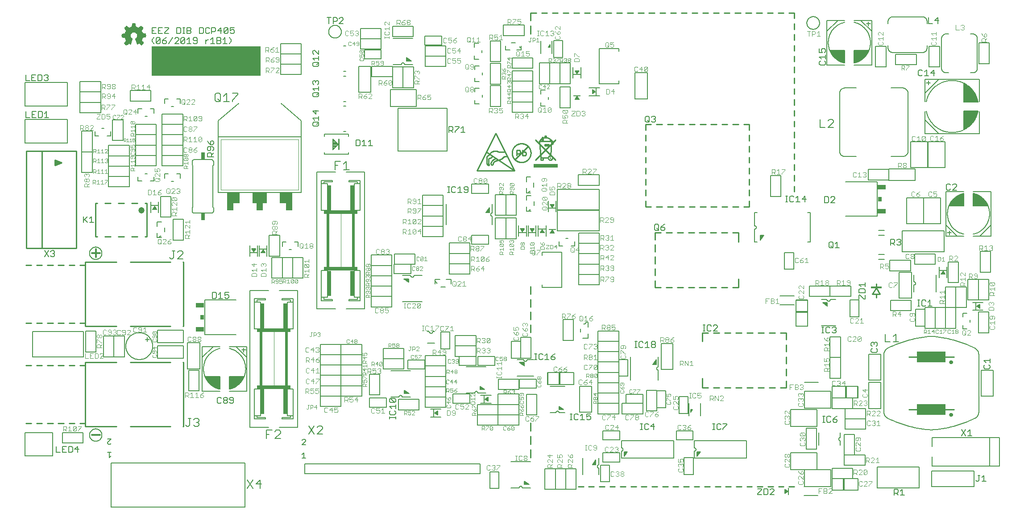
<source format=gto>
G75*
%MOIN*%
%OFA0B0*%
%FSLAX25Y25*%
%IPPOS*%
%LPD*%
%AMOC8*
5,1,8,0,0,1.08239X$1,22.5*
%
%ADD10R,0.01485X0.00015*%
%ADD11R,0.00045X0.00015*%
%ADD12R,0.00105X0.00015*%
%ADD13R,0.00165X0.00015*%
%ADD14R,0.00225X0.00015*%
%ADD15R,0.00285X0.00015*%
%ADD16R,0.00345X0.00015*%
%ADD17R,0.00405X0.00015*%
%ADD18R,0.00435X0.00015*%
%ADD19R,0.00465X0.00015*%
%ADD20R,0.00495X0.00015*%
%ADD21R,0.00540X0.00015*%
%ADD22R,0.00585X0.00015*%
%ADD23R,0.00645X0.00015*%
%ADD24R,0.00150X0.00015*%
%ADD25R,0.00675X0.00015*%
%ADD26R,0.00195X0.00015*%
%ADD27R,0.00705X0.00015*%
%ADD28R,0.00240X0.00015*%
%ADD29R,0.00735X0.00015*%
%ADD30R,0.00270X0.00015*%
%ADD31R,0.00765X0.00015*%
%ADD32R,0.00300X0.00015*%
%ADD33R,0.00810X0.00015*%
%ADD34R,0.00360X0.00015*%
%ADD35R,0.00855X0.00015*%
%ADD36R,0.00435X0.00015*%
%ADD37R,0.00915X0.00015*%
%ADD38R,0.00465X0.00015*%
%ADD39R,0.00945X0.00015*%
%ADD40R,0.00960X0.00015*%
%ADD41R,0.00525X0.00015*%
%ADD42R,0.00990X0.00015*%
%ADD43R,0.00555X0.00015*%
%ADD44R,0.01035X0.00015*%
%ADD45R,0.00600X0.00015*%
%ADD46R,0.01080X0.00015*%
%ADD47R,0.01125X0.00015*%
%ADD48R,0.01170X0.00015*%
%ADD49R,0.00720X0.00015*%
%ADD50R,0.01200X0.00015*%
%ADD51R,0.00750X0.00015*%
%ADD52R,0.01230X0.00015*%
%ADD53R,0.00780X0.00015*%
%ADD54R,0.01260X0.00015*%
%ADD55R,0.00810X0.00015*%
%ADD56R,0.01305X0.00015*%
%ADD57R,0.01365X0.00015*%
%ADD58R,0.00900X0.00015*%
%ADD59R,0.01395X0.00015*%
%ADD60R,0.01440X0.00015*%
%ADD61R,0.01470X0.00015*%
%ADD62R,0.01005X0.00015*%
%ADD63R,0.01500X0.00015*%
%ADD64R,0.01020X0.00015*%
%ADD65R,0.01530X0.00015*%
%ADD66R,0.01065X0.00015*%
%ADD67R,0.01575X0.00015*%
%ADD68R,0.01095X0.00015*%
%ADD69R,0.01635X0.00015*%
%ADD70R,0.01155X0.00015*%
%ADD71R,0.01680X0.00015*%
%ADD72R,0.01200X0.00015*%
%ADD73R,0.01710X0.00015*%
%ADD74R,0.01230X0.00015*%
%ADD75R,0.01725X0.00015*%
%ADD76R,0.01245X0.00015*%
%ADD77R,0.01755X0.00015*%
%ADD78R,0.01275X0.00015*%
%ADD79R,0.01800X0.00015*%
%ADD80R,0.01320X0.00015*%
%ADD81R,0.01860X0.00015*%
%ADD82R,0.01905X0.00015*%
%ADD83R,0.01410X0.00015*%
%ADD84R,0.01935X0.00015*%
%ADD85R,0.01455X0.00015*%
%ADD86R,0.01965X0.00015*%
%ADD87R,0.01485X0.00015*%
%ADD88R,0.01995X0.00015*%
%ADD89R,0.01515X0.00015*%
%ADD90R,0.02040X0.00015*%
%ADD91R,0.01530X0.00015*%
%ADD92R,0.02070X0.00015*%
%ADD93R,0.01575X0.00015*%
%ADD94R,0.02115X0.00015*%
%ADD95R,0.01620X0.00015*%
%ADD96R,0.02160X0.00015*%
%ADD97R,0.01665X0.00015*%
%ADD98R,0.02190X0.00015*%
%ADD99R,0.00075X0.00015*%
%ADD100R,0.01695X0.00015*%
%ADD101R,0.02220X0.00015*%
%ADD102R,0.00105X0.00015*%
%ADD103R,0.02235X0.00015*%
%ADD104R,0.00135X0.00015*%
%ADD105R,0.01755X0.00015*%
%ADD106R,0.02280X0.00015*%
%ADD107R,0.00180X0.00015*%
%ADD108R,0.01785X0.00015*%
%ADD109R,0.02340X0.00015*%
%ADD110R,0.00240X0.00015*%
%ADD111R,0.01830X0.00015*%
%ADD112R,0.02385X0.00015*%
%ADD113R,0.01890X0.00015*%
%ADD114R,0.02415X0.00015*%
%ADD115R,0.00330X0.00015*%
%ADD116R,0.00120X0.00015*%
%ADD117R,0.01920X0.00015*%
%ADD118R,0.02430X0.00015*%
%ADD119R,0.00375X0.00015*%
%ADD120R,0.02460X0.00015*%
%ADD121R,0.00405X0.00015*%
%ADD122R,0.00195X0.00015*%
%ADD123R,0.01965X0.00015*%
%ADD124R,0.02505X0.00015*%
%ADD125R,0.00210X0.00015*%
%ADD126R,0.02010X0.00015*%
%ADD127R,0.02535X0.00015*%
%ADD128R,0.00480X0.00015*%
%ADD129R,0.02580X0.00015*%
%ADD130R,0.00540X0.00015*%
%ADD131R,0.02085X0.00015*%
%ADD132R,0.02625X0.00015*%
%ADD133R,0.02130X0.00015*%
%ADD134R,0.02670X0.00015*%
%ADD135R,0.00630X0.00015*%
%ADD136R,0.02700X0.00015*%
%ADD137R,0.00660X0.00015*%
%ADD138R,0.00450X0.00015*%
%ADD139R,0.02190X0.00015*%
%ADD140R,0.02715X0.00015*%
%ADD141R,0.02205X0.00015*%
%ADD142R,0.02745X0.00015*%
%ADD143R,0.00510X0.00015*%
%ADD144R,0.02235X0.00015*%
%ADD145R,0.02775X0.00015*%
%ADD146R,0.02820X0.00015*%
%ADD147R,0.02310X0.00015*%
%ADD148R,0.02880X0.00015*%
%ADD149R,0.00855X0.00015*%
%ADD150R,0.02355X0.00015*%
%ADD151R,0.02895X0.00015*%
%ADD152R,0.00870X0.00015*%
%ADD153R,0.00660X0.00015*%
%ADD154R,0.02925X0.00015*%
%ADD155R,0.00690X0.00015*%
%ADD156R,0.02970X0.00015*%
%ADD157R,0.03000X0.00015*%
%ADD158R,0.00750X0.00015*%
%ADD159R,0.03045X0.00015*%
%ADD160R,0.01005X0.00015*%
%ADD161R,0.00780X0.00015*%
%ADD162R,0.02505X0.00015*%
%ADD163R,0.03090X0.00015*%
%ADD164R,0.01050X0.00015*%
%ADD165R,0.00825X0.00015*%
%ADD166R,0.02550X0.00015*%
%ADD167R,0.03135X0.00015*%
%ADD168R,0.01095X0.00015*%
%ADD169R,0.00870X0.00015*%
%ADD170R,0.03165X0.00015*%
%ADD171R,0.01125X0.00015*%
%ADD172R,0.02625X0.00015*%
%ADD173R,0.03195X0.00015*%
%ADD174R,0.01140X0.00015*%
%ADD175R,0.00930X0.00015*%
%ADD176R,0.02655X0.00015*%
%ADD177R,0.03210X0.00015*%
%ADD178R,0.00960X0.00015*%
%ADD179R,0.03240X0.00015*%
%ADD180R,0.02700X0.00015*%
%ADD181R,0.03285X0.00015*%
%ADD182R,0.01245X0.00015*%
%ADD183R,0.02745X0.00015*%
%ADD184R,0.03330X0.00015*%
%ADD185R,0.02790X0.00015*%
%ADD186R,0.03360X0.00015*%
%ADD187R,0.01110X0.00015*%
%ADD188R,0.02835X0.00015*%
%ADD189R,0.03390X0.00015*%
%ADD190R,0.01335X0.00015*%
%ADD191R,0.01140X0.00015*%
%ADD192R,0.02865X0.00015*%
%ADD193R,0.03420X0.00015*%
%ADD194R,0.01155X0.00015*%
%ADD195R,0.04905X0.00015*%
%ADD196R,0.04920X0.00015*%
%ADD197R,0.02940X0.00015*%
%ADD198R,0.04950X0.00015*%
%ADD199R,0.02985X0.00015*%
%ADD200R,0.04965X0.00015*%
%ADD201R,0.01275X0.00015*%
%ADD202R,0.03015X0.00015*%
%ADD203R,0.04980X0.00015*%
%ADD204R,0.03045X0.00015*%
%ADD205R,0.05010X0.00015*%
%ADD206R,0.01335X0.00015*%
%ADD207R,0.03075X0.00015*%
%ADD208R,0.01350X0.00015*%
%ADD209R,0.03105X0.00015*%
%ADD210R,0.05040X0.00015*%
%ADD211R,0.01380X0.00015*%
%ADD212R,0.05040X0.00015*%
%ADD213R,0.01410X0.00015*%
%ADD214R,0.03180X0.00015*%
%ADD215R,0.05070X0.00015*%
%ADD216R,0.03225X0.00015*%
%ADD217R,0.03255X0.00015*%
%ADD218R,0.05085X0.00015*%
%ADD219R,0.01515X0.00015*%
%ADD220R,0.03300X0.00015*%
%ADD221R,0.05100X0.00015*%
%ADD222R,0.04935X0.00015*%
%ADD223R,0.05115X0.00015*%
%ADD224R,0.04995X0.00015*%
%ADD225R,0.05130X0.00015*%
%ADD226R,0.05010X0.00015*%
%ADD227R,0.05130X0.00015*%
%ADD228R,0.05010X0.00015*%
%ADD229R,0.05025X0.00015*%
%ADD230R,0.05040X0.00015*%
%ADD231R,0.05055X0.00015*%
%ADD232R,0.05130X0.00015*%
%ADD233R,0.05085X0.00015*%
%ADD234R,0.05115X0.00015*%
%ADD235R,0.05145X0.00015*%
%ADD236R,0.05160X0.00015*%
%ADD237R,0.05130X0.00015*%
%ADD238R,0.05190X0.00015*%
%ADD239R,0.05190X0.00015*%
%ADD240R,0.05205X0.00015*%
%ADD241R,0.05220X0.00015*%
%ADD242R,0.05070X0.00015*%
%ADD243R,0.05085X0.00015*%
%ADD244R,0.05205X0.00015*%
%ADD245R,0.05220X0.00015*%
%ADD246R,0.05055X0.00015*%
%ADD247R,0.05025X0.00015*%
%ADD248R,0.05205X0.00015*%
%ADD249R,0.05025X0.00015*%
%ADD250R,0.05190X0.00015*%
%ADD251R,0.05190X0.00015*%
%ADD252R,0.04995X0.00015*%
%ADD253R,0.05175X0.00015*%
%ADD254R,0.04950X0.00015*%
%ADD255R,0.05145X0.00015*%
%ADD256R,0.05145X0.00015*%
%ADD257R,0.04920X0.00015*%
%ADD258R,0.04905X0.00015*%
%ADD259R,0.04905X0.00015*%
%ADD260R,0.05115X0.00015*%
%ADD261R,0.04890X0.00015*%
%ADD262R,0.04890X0.00015*%
%ADD263R,0.04875X0.00015*%
%ADD264R,0.04845X0.00015*%
%ADD265R,0.04830X0.00015*%
%ADD266R,0.04830X0.00015*%
%ADD267R,0.05070X0.00015*%
%ADD268R,0.04830X0.00015*%
%ADD269R,0.04815X0.00015*%
%ADD270R,0.04800X0.00015*%
%ADD271R,0.04800X0.00015*%
%ADD272R,0.05010X0.00015*%
%ADD273R,0.04785X0.00015*%
%ADD274R,0.04770X0.00015*%
%ADD275R,0.04770X0.00015*%
%ADD276R,0.04755X0.00015*%
%ADD277R,0.04740X0.00015*%
%ADD278R,0.04725X0.00015*%
%ADD279R,0.04725X0.00015*%
%ADD280R,0.04980X0.00015*%
%ADD281R,0.04710X0.00015*%
%ADD282R,0.04725X0.00015*%
%ADD283R,0.04710X0.00015*%
%ADD284R,0.04695X0.00015*%
%ADD285R,0.04680X0.00015*%
%ADD286R,0.04695X0.00015*%
%ADD287R,0.04680X0.00015*%
%ADD288R,0.04905X0.00015*%
%ADD289R,0.04665X0.00015*%
%ADD290R,0.04650X0.00015*%
%ADD291R,0.04635X0.00015*%
%ADD292R,0.04620X0.00015*%
%ADD293R,0.04620X0.00015*%
%ADD294R,0.04890X0.00015*%
%ADD295R,0.04605X0.00015*%
%ADD296R,0.04605X0.00015*%
%ADD297R,0.04590X0.00015*%
%ADD298R,0.04845X0.00015*%
%ADD299R,0.04575X0.00015*%
%ADD300R,0.04590X0.00015*%
%ADD301R,0.04575X0.00015*%
%ADD302R,0.04845X0.00015*%
%ADD303R,0.04560X0.00015*%
%ADD304R,0.04545X0.00015*%
%ADD305R,0.04530X0.00015*%
%ADD306R,0.04515X0.00015*%
%ADD307R,0.04530X0.00015*%
%ADD308R,0.04500X0.00015*%
%ADD309R,0.04515X0.00015*%
%ADD310R,0.04785X0.00015*%
%ADD311R,0.04485X0.00015*%
%ADD312R,0.04755X0.00015*%
%ADD313R,0.04470X0.00015*%
%ADD314R,0.04740X0.00015*%
%ADD315R,0.04485X0.00015*%
%ADD316R,0.04755X0.00015*%
%ADD317R,0.04545X0.00015*%
%ADD318R,0.04695X0.00015*%
%ADD319R,0.04680X0.00015*%
%ADD320R,0.04665X0.00015*%
%ADD321R,0.04725X0.00015*%
%ADD322R,0.04680X0.00015*%
%ADD323R,0.04860X0.00015*%
%ADD324R,0.04740X0.00015*%
%ADD325R,0.04875X0.00015*%
%ADD326R,0.04965X0.00015*%
%ADD327R,0.04860X0.00015*%
%ADD328R,0.04995X0.00015*%
%ADD329R,0.04875X0.00015*%
%ADD330R,0.04980X0.00015*%
%ADD331R,0.05235X0.00015*%
%ADD332R,0.05235X0.00015*%
%ADD333R,0.05250X0.00015*%
%ADD334R,0.05280X0.00015*%
%ADD335R,0.05295X0.00015*%
%ADD336R,0.05325X0.00015*%
%ADD337R,0.05340X0.00015*%
%ADD338R,0.05235X0.00015*%
%ADD339R,0.05355X0.00015*%
%ADD340R,0.05370X0.00015*%
%ADD341R,0.05265X0.00015*%
%ADD342R,0.05370X0.00015*%
%ADD343R,0.05280X0.00015*%
%ADD344R,0.05385X0.00015*%
%ADD345R,0.05295X0.00015*%
%ADD346R,0.05400X0.00015*%
%ADD347R,0.05415X0.00015*%
%ADD348R,0.05310X0.00015*%
%ADD349R,0.05430X0.00015*%
%ADD350R,0.05445X0.00015*%
%ADD351R,0.05460X0.00015*%
%ADD352R,0.05355X0.00015*%
%ADD353R,0.05475X0.00015*%
%ADD354R,0.05505X0.00015*%
%ADD355R,0.05520X0.00015*%
%ADD356R,0.05535X0.00015*%
%ADD357R,0.05550X0.00015*%
%ADD358R,0.05550X0.00015*%
%ADD359R,0.05475X0.00015*%
%ADD360R,0.05490X0.00015*%
%ADD361R,0.05475X0.00015*%
%ADD362R,0.05385X0.00015*%
%ADD363R,0.05370X0.00015*%
%ADD364R,0.05325X0.00015*%
%ADD365R,0.05310X0.00015*%
%ADD366R,0.05265X0.00015*%
%ADD367R,0.05175X0.00015*%
%ADD368R,0.04980X0.00015*%
%ADD369R,0.04965X0.00015*%
%ADD370R,0.04860X0.00015*%
%ADD371R,0.04845X0.00015*%
%ADD372R,0.04815X0.00015*%
%ADD373R,0.04770X0.00015*%
%ADD374R,0.05295X0.00015*%
%ADD375R,0.04635X0.00015*%
%ADD376R,0.05610X0.00015*%
%ADD377R,0.05700X0.00015*%
%ADD378R,0.05760X0.00015*%
%ADD379R,0.05805X0.00015*%
%ADD380R,0.05850X0.00015*%
%ADD381R,0.05895X0.00015*%
%ADD382R,0.06000X0.00015*%
%ADD383R,0.06135X0.00015*%
%ADD384R,0.06225X0.00015*%
%ADD385R,0.06300X0.00015*%
%ADD386R,0.06330X0.00015*%
%ADD387R,0.06375X0.00015*%
%ADD388R,0.06450X0.00015*%
%ADD389R,0.06570X0.00015*%
%ADD390R,0.05565X0.00015*%
%ADD391R,0.06690X0.00015*%
%ADD392R,0.06735X0.00015*%
%ADD393R,0.05790X0.00015*%
%ADD394R,0.06765X0.00015*%
%ADD395R,0.05850X0.00015*%
%ADD396R,0.06780X0.00015*%
%ADD397R,0.05895X0.00015*%
%ADD398R,0.06795X0.00015*%
%ADD399R,0.05955X0.00015*%
%ADD400R,0.06810X0.00015*%
%ADD401R,0.06060X0.00015*%
%ADD402R,0.06195X0.00015*%
%ADD403R,0.06825X0.00015*%
%ADD404R,0.06330X0.00015*%
%ADD405R,0.06840X0.00015*%
%ADD406R,0.06390X0.00015*%
%ADD407R,0.06495X0.00015*%
%ADD408R,0.06840X0.00015*%
%ADD409R,0.06555X0.00015*%
%ADD410R,0.06825X0.00015*%
%ADD411R,0.06645X0.00015*%
%ADD412R,0.06825X0.00015*%
%ADD413R,0.06705X0.00015*%
%ADD414R,0.06705X0.00015*%
%ADD415R,0.06810X0.00015*%
%ADD416R,0.06720X0.00015*%
%ADD417R,0.06795X0.00015*%
%ADD418R,0.06750X0.00015*%
%ADD419R,0.06765X0.00015*%
%ADD420R,0.06795X0.00015*%
%ADD421R,0.06780X0.00015*%
%ADD422R,0.06780X0.00015*%
%ADD423R,0.06750X0.00015*%
%ADD424R,0.06720X0.00015*%
%ADD425R,0.06720X0.00015*%
%ADD426R,0.06705X0.00015*%
%ADD427R,0.06705X0.00015*%
%ADD428R,0.06690X0.00015*%
%ADD429R,0.06675X0.00015*%
%ADD430R,0.06690X0.00015*%
%ADD431R,0.06675X0.00015*%
%ADD432R,0.06675X0.00015*%
%ADD433R,0.06660X0.00015*%
%ADD434R,0.06675X0.00015*%
%ADD435R,0.06660X0.00015*%
%ADD436R,0.06660X0.00015*%
%ADD437R,0.06645X0.00015*%
%ADD438R,0.06630X0.00015*%
%ADD439R,0.06660X0.00015*%
%ADD440R,0.06630X0.00015*%
%ADD441R,0.06645X0.00015*%
%ADD442R,0.06735X0.00015*%
%ADD443R,0.06765X0.00015*%
%ADD444R,0.06780X0.00015*%
%ADD445R,0.06825X0.00015*%
%ADD446R,0.06855X0.00015*%
%ADD447R,0.06855X0.00015*%
%ADD448R,0.06870X0.00015*%
%ADD449R,0.06885X0.00015*%
%ADD450R,0.06525X0.00015*%
%ADD451R,0.06405X0.00015*%
%ADD452R,0.06255X0.00015*%
%ADD453R,0.06165X0.00015*%
%ADD454R,0.06870X0.00015*%
%ADD455R,0.06120X0.00015*%
%ADD456R,0.06885X0.00015*%
%ADD457R,0.06060X0.00015*%
%ADD458R,0.06015X0.00015*%
%ADD459R,0.05910X0.00015*%
%ADD460R,0.05670X0.00015*%
%ADD461R,0.05595X0.00015*%
%ADD462R,0.06585X0.00015*%
%ADD463R,0.05160X0.00015*%
%ADD464R,0.06390X0.00015*%
%ADD465R,0.05025X0.00015*%
%ADD466R,0.06330X0.00015*%
%ADD467R,0.06075X0.00015*%
%ADD468R,0.05820X0.00015*%
%ADD469R,0.05775X0.00015*%
%ADD470R,0.05685X0.00015*%
%ADD471R,0.05460X0.00015*%
%ADD472R,0.04860X0.00015*%
%ADD473R,0.04935X0.00015*%
%ADD474R,0.05160X0.00015*%
%ADD475R,0.05325X0.00015*%
%ADD476R,0.05340X0.00015*%
%ADD477R,0.05355X0.00015*%
%ADD478R,0.05430X0.00015*%
%ADD479R,0.05535X0.00015*%
%ADD480R,0.05595X0.00015*%
%ADD481R,0.05640X0.00015*%
%ADD482R,0.05640X0.00015*%
%ADD483R,0.05670X0.00015*%
%ADD484R,0.05685X0.00015*%
%ADD485R,0.05700X0.00015*%
%ADD486R,0.05715X0.00015*%
%ADD487R,0.05715X0.00015*%
%ADD488R,0.05730X0.00015*%
%ADD489R,0.05745X0.00015*%
%ADD490R,0.05760X0.00015*%
%ADD491R,0.06000X0.00015*%
%ADD492R,0.06105X0.00015*%
%ADD493R,0.06180X0.00015*%
%ADD494R,0.06210X0.00015*%
%ADD495R,0.12690X0.00015*%
%ADD496R,0.12675X0.00015*%
%ADD497R,0.12660X0.00015*%
%ADD498R,0.12660X0.00015*%
%ADD499R,0.12645X0.00015*%
%ADD500R,0.12615X0.00015*%
%ADD501R,0.12600X0.00015*%
%ADD502R,0.12585X0.00015*%
%ADD503R,0.12555X0.00015*%
%ADD504R,0.12540X0.00015*%
%ADD505R,0.12525X0.00015*%
%ADD506R,0.12510X0.00015*%
%ADD507R,0.12510X0.00015*%
%ADD508R,0.12480X0.00015*%
%ADD509R,0.12450X0.00015*%
%ADD510R,0.12435X0.00015*%
%ADD511R,0.12420X0.00015*%
%ADD512R,0.12390X0.00015*%
%ADD513R,0.12375X0.00015*%
%ADD514R,0.12360X0.00015*%
%ADD515R,0.12330X0.00015*%
%ADD516R,0.12300X0.00015*%
%ADD517R,0.12285X0.00015*%
%ADD518R,0.12270X0.00015*%
%ADD519R,0.12255X0.00015*%
%ADD520R,0.12240X0.00015*%
%ADD521R,0.12225X0.00015*%
%ADD522R,0.12195X0.00015*%
%ADD523R,0.12165X0.00015*%
%ADD524R,0.12150X0.00015*%
%ADD525R,0.12135X0.00015*%
%ADD526R,0.12120X0.00015*%
%ADD527R,0.12090X0.00015*%
%ADD528R,0.12075X0.00015*%
%ADD529R,0.12060X0.00015*%
%ADD530R,0.12045X0.00015*%
%ADD531R,0.12015X0.00015*%
%ADD532R,0.12000X0.00015*%
%ADD533R,0.11985X0.00015*%
%ADD534R,0.11955X0.00015*%
%ADD535R,0.11940X0.00015*%
%ADD536R,0.11925X0.00015*%
%ADD537R,0.11910X0.00015*%
%ADD538R,0.11910X0.00015*%
%ADD539R,0.11880X0.00015*%
%ADD540R,0.11850X0.00015*%
%ADD541R,0.11835X0.00015*%
%ADD542R,0.11805X0.00015*%
%ADD543R,0.11775X0.00015*%
%ADD544R,0.11760X0.00015*%
%ADD545R,0.11745X0.00015*%
%ADD546R,0.11730X0.00015*%
%ADD547R,0.11700X0.00015*%
%ADD548R,0.11700X0.00015*%
%ADD549R,0.11685X0.00015*%
%ADD550R,0.11655X0.00015*%
%ADD551R,0.11640X0.00015*%
%ADD552R,0.11625X0.00015*%
%ADD553R,0.11625X0.00015*%
%ADD554R,0.11670X0.00015*%
%ADD555R,0.11715X0.00015*%
%ADD556R,0.11790X0.00015*%
%ADD557R,0.11820X0.00015*%
%ADD558R,0.11820X0.00015*%
%ADD559R,0.11880X0.00015*%
%ADD560R,0.11895X0.00015*%
%ADD561R,0.11970X0.00015*%
%ADD562R,0.12045X0.00015*%
%ADD563R,0.12075X0.00015*%
%ADD564R,0.12105X0.00015*%
%ADD565R,0.12135X0.00015*%
%ADD566R,0.12165X0.00015*%
%ADD567R,0.12180X0.00015*%
%ADD568R,0.12195X0.00015*%
%ADD569R,0.12210X0.00015*%
%ADD570R,0.12225X0.00015*%
%ADD571R,0.12255X0.00015*%
%ADD572R,0.12360X0.00015*%
%ADD573R,0.12390X0.00015*%
%ADD574R,0.12405X0.00015*%
%ADD575R,0.12435X0.00015*%
%ADD576R,0.12480X0.00015*%
%ADD577R,0.12480X0.00015*%
%ADD578R,0.12510X0.00015*%
%ADD579R,0.12570X0.00015*%
%ADD580R,0.12630X0.00015*%
%ADD581R,0.12675X0.00015*%
%ADD582R,0.12705X0.00015*%
%ADD583R,0.12735X0.00015*%
%ADD584R,0.12750X0.00015*%
%ADD585R,0.12780X0.00015*%
%ADD586R,0.12795X0.00015*%
%ADD587R,0.12810X0.00015*%
%ADD588R,0.12840X0.00015*%
%ADD589R,0.12855X0.00015*%
%ADD590R,0.12885X0.00015*%
%ADD591R,0.12900X0.00015*%
%ADD592R,0.12915X0.00015*%
%ADD593R,0.12945X0.00015*%
%ADD594R,0.12960X0.00015*%
%ADD595R,0.12990X0.00015*%
%ADD596R,0.13005X0.00015*%
%ADD597R,0.13020X0.00015*%
%ADD598R,0.13035X0.00015*%
%ADD599R,0.13065X0.00015*%
%ADD600R,0.13080X0.00015*%
%ADD601R,0.13110X0.00015*%
%ADD602R,0.13125X0.00015*%
%ADD603R,0.13155X0.00015*%
%ADD604R,0.13170X0.00015*%
%ADD605R,0.13200X0.00015*%
%ADD606R,0.13230X0.00015*%
%ADD607R,0.13260X0.00015*%
%ADD608R,0.13290X0.00015*%
%ADD609R,0.13320X0.00015*%
%ADD610R,0.13350X0.00015*%
%ADD611R,0.13365X0.00015*%
%ADD612R,0.13395X0.00015*%
%ADD613R,0.13425X0.00015*%
%ADD614R,0.13455X0.00015*%
%ADD615R,0.13470X0.00015*%
%ADD616R,0.13500X0.00015*%
%ADD617R,0.13530X0.00015*%
%ADD618R,0.13560X0.00015*%
%ADD619R,0.13575X0.00015*%
%ADD620R,0.13605X0.00015*%
%ADD621R,0.13635X0.00015*%
%ADD622R,0.13650X0.00015*%
%ADD623R,0.13680X0.00015*%
%ADD624R,0.13695X0.00015*%
%ADD625R,0.13725X0.00015*%
%ADD626R,0.13740X0.00015*%
%ADD627R,0.13770X0.00015*%
%ADD628R,0.13785X0.00015*%
%ADD629R,0.13800X0.00015*%
%ADD630R,0.13830X0.00015*%
%ADD631R,0.13860X0.00015*%
%ADD632R,0.13875X0.00015*%
%ADD633R,0.13905X0.00015*%
%ADD634R,0.13935X0.00015*%
%ADD635R,0.13950X0.00015*%
%ADD636R,0.13980X0.00015*%
%ADD637R,0.14010X0.00015*%
%ADD638R,0.14025X0.00015*%
%ADD639R,0.14055X0.00015*%
%ADD640R,0.14070X0.00015*%
%ADD641R,0.14085X0.00015*%
%ADD642R,0.14115X0.00015*%
%ADD643R,0.14145X0.00015*%
%ADD644R,0.14160X0.00015*%
%ADD645R,0.14190X0.00015*%
%ADD646R,0.14205X0.00015*%
%ADD647R,0.14220X0.00015*%
%ADD648R,0.14235X0.00015*%
%ADD649R,0.14265X0.00015*%
%ADD650R,0.14280X0.00015*%
%ADD651R,0.14295X0.00015*%
%ADD652R,0.14295X0.00015*%
%ADD653R,0.14250X0.00015*%
%ADD654R,0.14205X0.00015*%
%ADD655R,0.14175X0.00015*%
%ADD656R,0.14160X0.00015*%
%ADD657R,0.14130X0.00015*%
%ADD658R,0.14100X0.00015*%
%ADD659R,0.14040X0.00015*%
%ADD660R,0.14010X0.00015*%
%ADD661R,0.03465X0.00015*%
%ADD662R,0.10440X0.00015*%
%ADD663R,0.03420X0.00015*%
%ADD664R,0.10395X0.00015*%
%ADD665R,0.03375X0.00015*%
%ADD666R,0.10335X0.00015*%
%ADD667R,0.03570X0.00015*%
%ADD668R,0.06600X0.00015*%
%ADD669R,0.03525X0.00015*%
%ADD670R,0.03270X0.00015*%
%ADD671R,0.03495X0.00015*%
%ADD672R,0.03210X0.00015*%
%ADD673R,0.06480X0.00015*%
%ADD674R,0.03435X0.00015*%
%ADD675R,0.03165X0.00015*%
%ADD676R,0.03390X0.00015*%
%ADD677R,0.03120X0.00015*%
%ADD678R,0.06315X0.00015*%
%ADD679R,0.03345X0.00015*%
%ADD680R,0.03090X0.00015*%
%ADD681R,0.03075X0.00015*%
%ADD682R,0.06225X0.00015*%
%ADD683R,0.03270X0.00015*%
%ADD684R,0.06180X0.00015*%
%ADD685R,0.02970X0.00015*%
%ADD686R,0.06075X0.00015*%
%ADD687R,0.03195X0.00015*%
%ADD688R,0.02925X0.00015*%
%ADD689R,0.05985X0.00015*%
%ADD690R,0.03135X0.00015*%
%ADD691R,0.02850X0.00015*%
%ADD692R,0.05835X0.00015*%
%ADD693R,0.03030X0.00015*%
%ADD694R,0.02805X0.00015*%
%ADD695R,0.02730X0.00015*%
%ADD696R,0.05625X0.00015*%
%ADD697R,0.02925X0.00015*%
%ADD698R,0.02640X0.00015*%
%ADD699R,0.02595X0.00015*%
%ADD700R,0.02565X0.00015*%
%ADD701R,0.02760X0.00015*%
%ADD702R,0.02520X0.00015*%
%ADD703R,0.02730X0.00015*%
%ADD704R,0.02475X0.00015*%
%ADD705R,0.02685X0.00015*%
%ADD706R,0.02445X0.00015*%
%ADD707R,0.02400X0.00015*%
%ADD708R,0.02370X0.00015*%
%ADD709R,0.02565X0.00015*%
%ADD710R,0.02340X0.00015*%
%ADD711R,0.02325X0.00015*%
%ADD712R,0.02505X0.00015*%
%ADD713R,0.02280X0.00015*%
%ADD714R,0.02460X0.00015*%
%ADD715R,0.04560X0.00015*%
%ADD716R,0.02190X0.00015*%
%ADD717R,0.04440X0.00015*%
%ADD718R,0.02370X0.00015*%
%ADD719R,0.02145X0.00015*%
%ADD720R,0.04365X0.00015*%
%ADD721R,0.04320X0.00015*%
%ADD722R,0.02310X0.00015*%
%ADD723R,0.02100X0.00015*%
%ADD724R,0.04260X0.00015*%
%ADD725R,0.04200X0.00015*%
%ADD726R,0.02265X0.00015*%
%ADD727R,0.02040X0.00015*%
%ADD728R,0.04095X0.00015*%
%ADD729R,0.02220X0.00015*%
%ADD730R,0.03915X0.00015*%
%ADD731R,0.02175X0.00015*%
%ADD732R,0.03765X0.00015*%
%ADD733R,0.03675X0.00015*%
%ADD734R,0.01890X0.00015*%
%ADD735R,0.03615X0.00015*%
%ADD736R,0.02055X0.00015*%
%ADD737R,0.01860X0.00015*%
%ADD738R,0.03555X0.00015*%
%ADD739R,0.01815X0.00015*%
%ADD740R,0.03450X0.00015*%
%ADD741R,0.01725X0.00015*%
%ADD742R,0.03315X0.00015*%
%ADD743R,0.01905X0.00015*%
%ADD744R,0.01680X0.00015*%
%ADD745R,0.01650X0.00015*%
%ADD746R,0.01620X0.00015*%
%ADD747R,0.01590X0.00015*%
%ADD748R,0.01770X0.00015*%
%ADD749R,0.01560X0.00015*%
%ADD750R,0.03240X0.00015*%
%ADD751R,0.01740X0.00015*%
%ADD752R,0.01665X0.00015*%
%ADD753R,0.01455X0.00015*%
%ADD754R,0.01635X0.00015*%
%ADD755R,0.01410X0.00015*%
%ADD756R,0.01395X0.00015*%
%ADD757R,0.01365X0.00015*%
%ADD758R,0.01335X0.00015*%
%ADD759R,0.01290X0.00015*%
%ADD760R,0.03210X0.00015*%
%ADD761R,0.01455X0.00015*%
%ADD762R,0.01185X0.00015*%
%ADD763R,0.01290X0.00015*%
%ADD764R,0.01110X0.00015*%
%ADD765R,0.01260X0.00015*%
%ADD766R,0.03180X0.00015*%
%ADD767R,0.00975X0.00015*%
%ADD768R,0.03150X0.00015*%
%ADD769R,0.00885X0.00015*%
%ADD770R,0.03150X0.00015*%
%ADD771R,0.01050X0.00015*%
%ADD772R,0.00795X0.00015*%
%ADD773R,0.00885X0.00015*%
%ADD774R,0.00690X0.00015*%
%ADD775R,0.00840X0.00015*%
%ADD776R,0.00570X0.00015*%
%ADD777R,0.00525X0.00015*%
%ADD778R,0.03105X0.00015*%
%ADD779R,0.00660X0.00015*%
%ADD780R,0.00615X0.00015*%
%ADD781R,0.00420X0.00015*%
%ADD782R,0.00555X0.00015*%
%ADD783R,0.00390X0.00015*%
%ADD784R,0.00525X0.00015*%
%ADD785R,0.00360X0.00015*%
%ADD786R,0.00495X0.00015*%
%ADD787R,0.03075X0.00015*%
%ADD788R,0.00450X0.00015*%
%ADD789R,0.00225X0.00015*%
%ADD790R,0.00345X0.00015*%
%ADD791R,0.00255X0.00015*%
%ADD792R,0.03060X0.00015*%
%ADD793R,0.00180X0.00015*%
%ADD794R,0.00075X0.00015*%
%ADD795R,0.03000X0.00015*%
%ADD796R,0.02955X0.00015*%
%ADD797R,0.02940X0.00015*%
%ADD798R,0.02940X0.00015*%
%ADD799R,0.02910X0.00015*%
%ADD800R,0.02910X0.00015*%
%ADD801R,0.02865X0.00015*%
%ADD802R,0.02805X0.00015*%
%ADD803R,0.02775X0.00015*%
%ADD804R,0.02760X0.00015*%
%ADD805R,0.02655X0.00015*%
%ADD806R,0.02640X0.00015*%
%ADD807R,0.02610X0.00015*%
%ADD808R,0.02595X0.00015*%
%ADD809R,0.02535X0.00015*%
%ADD810R,0.02475X0.00015*%
%ADD811R,0.02175X0.00015*%
%ADD812R,0.01575X0.00015*%
%ADD813C,0.00500*%
%ADD814R,0.81250X0.22250*%
%ADD815C,0.00800*%
%ADD816C,0.01200*%
%ADD817C,0.01000*%
%ADD818R,0.05512X0.00787*%
%ADD819C,0.00600*%
%ADD820C,0.00400*%
%ADD821C,0.00300*%
%ADD822R,0.00787X0.05512*%
%ADD823R,0.01750X0.09000*%
%ADD824R,0.00600X0.09000*%
%ADD825C,0.00000*%
%ADD826C,0.00700*%
%ADD827C,0.00200*%
%ADD828C,0.04724*%
%ADD829R,0.03000X0.03400*%
%ADD830R,0.06000X0.03400*%
%ADD831R,0.18000X0.03000*%
%ADD832R,0.09500X0.08000*%
%ADD833R,0.11000X0.08000*%
%ADD834R,0.05000X0.07500*%
%ADD835R,0.03000X0.05500*%
%ADD836R,0.04500X0.02500*%
%ADD837R,0.16000X0.02500*%
%ADD838R,0.02000X0.40000*%
%ADD839R,0.03000X0.19000*%
%ADD840R,0.09000X0.01750*%
%ADD841R,0.09000X0.00600*%
%ADD842R,0.08268X0.01181*%
%ADD843R,0.21654X0.07874*%
%ADD844C,0.01378*%
D10*
X0165589Y0427054D03*
D11*
X0162699Y0421344D03*
X0170904Y0422214D03*
X0174084Y0421509D03*
D12*
X0162699Y0421359D03*
D13*
X0162699Y0421374D03*
D14*
X0162699Y0421389D03*
D15*
X0162699Y0421404D03*
X0162789Y0435789D03*
D16*
X0162699Y0421419D03*
X0170949Y0422304D03*
D17*
X0170964Y0422319D03*
X0162699Y0421433D03*
D18*
X0162699Y0421449D03*
D19*
X0162699Y0421464D03*
D20*
X0162699Y0421479D03*
X0174084Y0421644D03*
D21*
X0162706Y0421494D03*
D22*
X0162714Y0421509D03*
X0165729Y0422319D03*
X0171039Y0422409D03*
D23*
X0171054Y0422424D03*
X0174069Y0421704D03*
X0162714Y0421524D03*
D24*
X0170896Y0422244D03*
X0174091Y0421524D03*
D25*
X0174069Y0421719D03*
X0165699Y0422364D03*
X0162714Y0421539D03*
D26*
X0174084Y0421539D03*
D27*
X0171084Y0422469D03*
X0165684Y0422379D03*
X0162714Y0421554D03*
D28*
X0174091Y0421554D03*
D29*
X0162714Y0421569D03*
D30*
X0170926Y0422289D03*
X0174091Y0421569D03*
D31*
X0165669Y0422394D03*
X0162714Y0421583D03*
D32*
X0165826Y0422214D03*
X0174091Y0421583D03*
X0173716Y0435833D03*
D33*
X0162721Y0421599D03*
D34*
X0174091Y0421599D03*
D35*
X0174054Y0421794D03*
X0162729Y0421614D03*
D36*
X0165789Y0422274D03*
X0170979Y0422333D03*
X0174084Y0421614D03*
D37*
X0171144Y0422544D03*
X0165609Y0422469D03*
X0162729Y0421629D03*
X0162819Y0435533D03*
D38*
X0162804Y0435714D03*
X0174084Y0421629D03*
D39*
X0174054Y0421824D03*
X0165594Y0422483D03*
X0162729Y0421644D03*
X0168114Y0437709D03*
X0173694Y0435594D03*
D40*
X0162736Y0421659D03*
D41*
X0174084Y0421659D03*
D42*
X0174046Y0421839D03*
X0171166Y0422589D03*
X0162736Y0421674D03*
X0173686Y0435579D03*
D43*
X0174084Y0421674D03*
D44*
X0162744Y0421689D03*
D45*
X0174076Y0421689D03*
X0162811Y0435669D03*
D46*
X0173686Y0435533D03*
X0171196Y0422619D03*
X0162736Y0421704D03*
D47*
X0162744Y0421719D03*
D48*
X0162751Y0421733D03*
X0165526Y0422574D03*
X0171226Y0422679D03*
X0173671Y0435504D03*
D49*
X0173701Y0435683D03*
X0174061Y0421733D03*
D50*
X0162751Y0421749D03*
D51*
X0174061Y0421749D03*
D52*
X0162751Y0421764D03*
X0162841Y0435414D03*
X0173671Y0435489D03*
D53*
X0173701Y0435654D03*
X0174061Y0421764D03*
D54*
X0162751Y0421779D03*
D55*
X0165646Y0422409D03*
X0174061Y0421779D03*
X0173701Y0435639D03*
D56*
X0171279Y0422739D03*
X0162759Y0421794D03*
D57*
X0162759Y0421809D03*
X0165459Y0422664D03*
X0174024Y0422004D03*
D58*
X0174046Y0421809D03*
X0165616Y0422454D03*
D59*
X0162759Y0421824D03*
D60*
X0162766Y0421839D03*
D61*
X0162766Y0421854D03*
X0171316Y0422829D03*
D62*
X0174039Y0421854D03*
D63*
X0162766Y0421869D03*
X0162856Y0435309D03*
X0173656Y0435383D03*
D64*
X0173686Y0435564D03*
X0162826Y0435504D03*
X0174046Y0421869D03*
D65*
X0162766Y0421883D03*
D66*
X0174039Y0421883D03*
D67*
X0162774Y0421899D03*
D68*
X0174039Y0421899D03*
D69*
X0162774Y0421914D03*
D70*
X0174039Y0421914D03*
D71*
X0162781Y0421929D03*
D72*
X0165526Y0422589D03*
X0171241Y0422694D03*
X0174031Y0421929D03*
D73*
X0162781Y0421944D03*
D74*
X0174031Y0421944D03*
D75*
X0173994Y0422154D03*
X0162789Y0421959D03*
D76*
X0174024Y0421959D03*
D77*
X0162789Y0421974D03*
D78*
X0165489Y0422619D03*
X0174024Y0421974D03*
D79*
X0162781Y0421989D03*
X0173641Y0435264D03*
D80*
X0173671Y0435444D03*
X0174016Y0421989D03*
X0165481Y0422633D03*
D81*
X0162796Y0422004D03*
D82*
X0162804Y0422019D03*
X0162879Y0435144D03*
D83*
X0174016Y0422019D03*
D84*
X0173979Y0422244D03*
X0162804Y0422033D03*
X0162879Y0435129D03*
X0168294Y0437679D03*
D85*
X0171309Y0422814D03*
X0174009Y0422033D03*
D86*
X0162804Y0422049D03*
D87*
X0174009Y0422049D03*
D88*
X0162804Y0422064D03*
X0162879Y0435114D03*
D89*
X0174009Y0422064D03*
D90*
X0173971Y0422289D03*
X0162811Y0422079D03*
X0173626Y0435174D03*
D91*
X0173656Y0435369D03*
X0174001Y0422079D03*
D92*
X0162811Y0422094D03*
X0162886Y0435083D03*
D93*
X0174009Y0422094D03*
D94*
X0162819Y0422109D03*
D95*
X0174001Y0422109D03*
D96*
X0173956Y0422333D03*
X0162826Y0422124D03*
D97*
X0173994Y0422124D03*
D98*
X0162826Y0422139D03*
D99*
X0165879Y0422139D03*
D100*
X0173994Y0422139D03*
D101*
X0162826Y0422154D03*
D102*
X0165879Y0422154D03*
D103*
X0162834Y0422169D03*
X0162894Y0435009D03*
X0168309Y0437633D03*
D104*
X0165879Y0422169D03*
D105*
X0173994Y0422169D03*
D106*
X0173941Y0422394D03*
X0162841Y0422183D03*
D107*
X0165856Y0422183D03*
D108*
X0173994Y0422183D03*
X0162864Y0435204D03*
D109*
X0162841Y0422199D03*
D110*
X0165841Y0422199D03*
D111*
X0173986Y0422199D03*
X0173641Y0435249D03*
D112*
X0173934Y0422439D03*
X0162849Y0422214D03*
D113*
X0173986Y0422214D03*
D114*
X0173934Y0422454D03*
X0162849Y0422229D03*
X0173589Y0435009D03*
D115*
X0162796Y0435774D03*
X0165811Y0422229D03*
D116*
X0170896Y0422229D03*
X0162796Y0435819D03*
D117*
X0173986Y0422229D03*
D118*
X0173926Y0422469D03*
X0162856Y0422244D03*
X0168301Y0437559D03*
D119*
X0165804Y0422244D03*
D120*
X0162856Y0422259D03*
X0173926Y0422483D03*
D121*
X0165804Y0422259D03*
D122*
X0170904Y0422259D03*
D123*
X0173979Y0422259D03*
X0173634Y0435204D03*
D124*
X0162864Y0422274D03*
D125*
X0170911Y0422274D03*
D126*
X0173971Y0422274D03*
X0173626Y0435189D03*
D127*
X0173574Y0434964D03*
X0168294Y0437304D03*
X0168294Y0437319D03*
X0168294Y0437333D03*
X0168294Y0437364D03*
X0162864Y0422289D03*
D128*
X0165781Y0422289D03*
X0170986Y0422364D03*
X0173716Y0435774D03*
D129*
X0173566Y0434933D03*
X0168301Y0437229D03*
X0173911Y0422529D03*
X0162871Y0422304D03*
D130*
X0165751Y0422304D03*
X0171016Y0422394D03*
D131*
X0173964Y0422304D03*
X0173619Y0435144D03*
D132*
X0162879Y0422319D03*
D133*
X0173956Y0422319D03*
X0173611Y0435129D03*
X0162886Y0435054D03*
D134*
X0162946Y0434814D03*
X0168286Y0437019D03*
X0168286Y0437033D03*
X0173896Y0422574D03*
X0162886Y0422333D03*
D135*
X0165721Y0422333D03*
X0162811Y0435654D03*
D136*
X0168286Y0436899D03*
X0162886Y0422349D03*
D137*
X0165706Y0422349D03*
D138*
X0170986Y0422349D03*
D139*
X0173956Y0422349D03*
D140*
X0162894Y0422364D03*
X0168294Y0436794D03*
X0168294Y0436809D03*
X0168294Y0436824D03*
X0168294Y0436839D03*
X0168294Y0436854D03*
D141*
X0173949Y0422364D03*
D142*
X0162894Y0422379D03*
X0168294Y0436719D03*
D143*
X0171001Y0422379D03*
D144*
X0173949Y0422379D03*
D145*
X0162894Y0422394D03*
X0162954Y0434783D03*
X0173544Y0434859D03*
D146*
X0168286Y0436554D03*
X0168286Y0436569D03*
X0162961Y0434754D03*
X0162901Y0422409D03*
D147*
X0173941Y0422409D03*
D148*
X0173881Y0422664D03*
X0162901Y0422424D03*
X0162961Y0434724D03*
X0168286Y0436344D03*
X0168286Y0436359D03*
X0168286Y0436374D03*
X0168286Y0436389D03*
X0168286Y0436404D03*
X0168286Y0436419D03*
X0168286Y0436433D03*
X0173536Y0434814D03*
D149*
X0165624Y0422424D03*
D150*
X0173934Y0422424D03*
D151*
X0173874Y0422679D03*
X0162909Y0422439D03*
D152*
X0165616Y0422439D03*
D153*
X0171061Y0422439D03*
X0162811Y0435639D03*
D154*
X0162909Y0422454D03*
D155*
X0171076Y0422454D03*
D156*
X0162916Y0422469D03*
D157*
X0162916Y0422483D03*
X0173521Y0434769D03*
X0168271Y0435983D03*
X0168271Y0436014D03*
X0168271Y0436029D03*
D158*
X0173701Y0435669D03*
X0162811Y0435609D03*
X0171091Y0422483D03*
D159*
X0162924Y0422499D03*
D160*
X0165579Y0422499D03*
D161*
X0171106Y0422499D03*
D162*
X0173919Y0422499D03*
D163*
X0162931Y0422514D03*
X0168286Y0435744D03*
X0168286Y0435759D03*
X0168286Y0435774D03*
D164*
X0162826Y0435489D03*
X0165556Y0422514D03*
X0171181Y0422604D03*
D165*
X0171129Y0422514D03*
X0162819Y0435579D03*
D166*
X0168301Y0437289D03*
X0173911Y0422514D03*
D167*
X0173844Y0422783D03*
X0162939Y0422529D03*
X0168279Y0435579D03*
X0168279Y0435594D03*
X0168279Y0435609D03*
X0168279Y0435624D03*
X0168279Y0435639D03*
D168*
X0165549Y0422529D03*
D169*
X0171136Y0422529D03*
X0162811Y0435564D03*
D170*
X0168264Y0435519D03*
X0168264Y0435504D03*
X0162939Y0422544D03*
D171*
X0165549Y0422544D03*
X0162834Y0435459D03*
X0173679Y0435519D03*
D172*
X0173559Y0434919D03*
X0168294Y0437124D03*
X0168294Y0437139D03*
X0168294Y0437154D03*
X0162939Y0434844D03*
X0173904Y0422544D03*
D173*
X0162939Y0422559D03*
D174*
X0165541Y0422559D03*
D175*
X0171151Y0422559D03*
D176*
X0173904Y0422559D03*
X0168294Y0437064D03*
X0168294Y0437079D03*
X0168294Y0437094D03*
D177*
X0162946Y0422574D03*
D178*
X0171151Y0422574D03*
D179*
X0162946Y0422589D03*
D180*
X0173896Y0422589D03*
X0168286Y0436869D03*
X0168286Y0436883D03*
X0168286Y0436914D03*
X0168286Y0436929D03*
D181*
X0168279Y0435233D03*
X0162954Y0422604D03*
D182*
X0165504Y0422604D03*
X0171249Y0422709D03*
D183*
X0173889Y0422604D03*
D184*
X0162961Y0422619D03*
X0163006Y0434529D03*
D185*
X0168286Y0436614D03*
X0168286Y0436629D03*
X0173881Y0422619D03*
D186*
X0162961Y0422633D03*
X0168286Y0435204D03*
D187*
X0171211Y0422633D03*
D188*
X0173874Y0422633D03*
X0173544Y0434829D03*
X0168279Y0436524D03*
X0168279Y0436539D03*
D189*
X0162961Y0422649D03*
D190*
X0165474Y0422649D03*
D191*
X0171211Y0422649D03*
D192*
X0173874Y0422649D03*
X0168279Y0436449D03*
D193*
X0162961Y0422664D03*
D194*
X0171219Y0422664D03*
X0162834Y0435444D03*
D195*
X0163869Y0427074D03*
X0164109Y0426804D03*
X0164079Y0423729D03*
X0163689Y0422679D03*
X0172404Y0424419D03*
X0172419Y0424389D03*
X0173019Y0422859D03*
D196*
X0172501Y0424239D03*
X0172486Y0424269D03*
X0172486Y0424283D03*
X0172471Y0424314D03*
X0172426Y0426744D03*
X0172411Y0430509D03*
X0172396Y0430524D03*
X0172381Y0430539D03*
X0163861Y0430179D03*
X0164116Y0426789D03*
X0164131Y0426774D03*
X0164026Y0423654D03*
X0164011Y0423624D03*
X0163996Y0423594D03*
X0163681Y0422694D03*
D197*
X0173866Y0422694D03*
D198*
X0173026Y0422889D03*
X0172516Y0424209D03*
X0171991Y0425604D03*
X0172366Y0430569D03*
X0164206Y0430554D03*
X0164146Y0426744D03*
X0164161Y0426729D03*
X0164656Y0425439D03*
X0164656Y0425424D03*
X0163981Y0423564D03*
X0163681Y0422709D03*
D199*
X0173859Y0422709D03*
X0168279Y0436044D03*
D200*
X0164229Y0430583D03*
X0164214Y0430569D03*
X0163824Y0427089D03*
X0163959Y0423533D03*
X0163959Y0423519D03*
X0163674Y0422724D03*
X0171984Y0425619D03*
X0172524Y0424194D03*
X0172539Y0424179D03*
X0173034Y0422904D03*
X0172344Y0430583D03*
D201*
X0171264Y0422724D03*
D202*
X0173844Y0422724D03*
X0162984Y0434679D03*
D203*
X0163831Y0430164D03*
X0164176Y0426714D03*
X0163951Y0423504D03*
X0163936Y0423474D03*
X0163666Y0422739D03*
X0172546Y0424164D03*
X0172561Y0424133D03*
X0172561Y0424119D03*
X0172576Y0424104D03*
D204*
X0173844Y0422739D03*
X0173514Y0434739D03*
X0168279Y0435894D03*
X0168279Y0435909D03*
X0168279Y0435924D03*
X0162984Y0434664D03*
D205*
X0164251Y0430629D03*
X0172351Y0426654D03*
X0172651Y0423969D03*
X0163666Y0422769D03*
X0163666Y0422754D03*
D206*
X0171279Y0422754D03*
D207*
X0173844Y0422754D03*
D208*
X0171286Y0422769D03*
X0173671Y0435429D03*
D209*
X0168279Y0435654D03*
X0168279Y0435669D03*
X0168279Y0435683D03*
X0168279Y0435714D03*
X0168279Y0435729D03*
X0173844Y0422769D03*
D210*
X0172681Y0423909D03*
X0172666Y0423924D03*
X0163846Y0423324D03*
X0163846Y0423309D03*
X0163831Y0423294D03*
X0163666Y0422783D03*
X0164266Y0430644D03*
X0164281Y0430659D03*
D211*
X0171286Y0422783D03*
D212*
X0163666Y0422799D03*
D213*
X0171301Y0422799D03*
D214*
X0173836Y0422799D03*
D215*
X0163816Y0423264D03*
X0163666Y0422829D03*
X0163666Y0422814D03*
D216*
X0173829Y0422814D03*
X0173499Y0434679D03*
X0168264Y0435339D03*
X0168264Y0435354D03*
X0168264Y0435369D03*
X0168264Y0435383D03*
D217*
X0168264Y0435279D03*
X0162999Y0434574D03*
X0173814Y0422829D03*
D218*
X0163674Y0422844D03*
X0164274Y0426594D03*
D219*
X0171324Y0422844D03*
D220*
X0173806Y0422844D03*
X0173491Y0434633D03*
X0163006Y0434544D03*
D221*
X0164281Y0426579D03*
X0164641Y0425633D03*
X0163786Y0423204D03*
X0163786Y0423189D03*
X0163771Y0423174D03*
X0163771Y0423159D03*
X0163666Y0422874D03*
X0163666Y0422859D03*
X0171991Y0425739D03*
X0171991Y0425754D03*
X0171991Y0425769D03*
X0171991Y0425783D03*
X0172291Y0426564D03*
X0172786Y0423729D03*
X0172786Y0423714D03*
X0172801Y0423683D03*
X0172231Y0430719D03*
D222*
X0172374Y0430554D03*
X0172479Y0430464D03*
X0172419Y0426729D03*
X0172404Y0426714D03*
X0171984Y0425589D03*
X0172494Y0424254D03*
X0172509Y0424224D03*
X0173019Y0422874D03*
X0164019Y0423639D03*
X0164004Y0423609D03*
X0163989Y0423579D03*
X0164139Y0426759D03*
X0168279Y0434933D03*
D223*
X0163674Y0422919D03*
X0163674Y0422904D03*
X0163674Y0422889D03*
D224*
X0164649Y0425483D03*
X0164649Y0425514D03*
X0172584Y0424089D03*
X0172599Y0424074D03*
X0172614Y0424059D03*
X0172614Y0424044D03*
X0173034Y0422919D03*
D225*
X0172831Y0423624D03*
X0172816Y0423639D03*
X0163681Y0422994D03*
X0163681Y0422979D03*
X0163681Y0422964D03*
X0163681Y0422933D03*
X0172216Y0430733D03*
D226*
X0164206Y0426683D03*
X0164641Y0425544D03*
X0164641Y0425529D03*
X0163921Y0423429D03*
X0163906Y0423414D03*
X0172621Y0424029D03*
X0173041Y0422933D03*
D227*
X0163681Y0422949D03*
D228*
X0171991Y0425649D03*
X0173041Y0422949D03*
D229*
X0173049Y0422964D03*
X0164649Y0425559D03*
X0164229Y0426639D03*
X0164229Y0426654D03*
X0164214Y0426669D03*
X0163884Y0423383D03*
X0172299Y0430644D03*
X0172314Y0430629D03*
X0168279Y0434919D03*
D230*
X0172291Y0430659D03*
X0172336Y0426624D03*
X0172321Y0426609D03*
X0171991Y0425679D03*
X0171991Y0425664D03*
X0173041Y0422979D03*
X0164641Y0425574D03*
X0164641Y0425589D03*
X0163876Y0423369D03*
X0163861Y0423354D03*
D231*
X0164244Y0426624D03*
X0172704Y0423864D03*
X0172719Y0423833D03*
X0172734Y0423819D03*
X0173049Y0422994D03*
X0172584Y0430419D03*
X0172284Y0430674D03*
X0172269Y0430689D03*
D232*
X0171991Y0425829D03*
X0171991Y0425814D03*
X0164641Y0425664D03*
X0164311Y0426533D03*
X0163741Y0423114D03*
X0163711Y0423069D03*
X0163696Y0423039D03*
X0163696Y0423024D03*
X0163696Y0423009D03*
X0164341Y0430719D03*
D233*
X0164319Y0430704D03*
X0163749Y0430133D03*
X0172254Y0430704D03*
X0172989Y0427314D03*
X0172299Y0426579D03*
X0172764Y0423774D03*
X0172764Y0423759D03*
X0172779Y0423744D03*
X0173064Y0423009D03*
X0163794Y0423219D03*
D234*
X0163764Y0423144D03*
X0163749Y0423129D03*
X0164289Y0426564D03*
X0172269Y0426533D03*
X0172809Y0423669D03*
X0172809Y0423654D03*
X0173064Y0423039D03*
X0173064Y0423024D03*
D235*
X0173064Y0423054D03*
X0172899Y0423519D03*
X0172884Y0423533D03*
X0172869Y0423564D03*
X0172854Y0423594D03*
X0171999Y0425844D03*
X0172254Y0426519D03*
X0172194Y0430764D03*
X0172179Y0430779D03*
X0168279Y0434904D03*
X0164364Y0430733D03*
X0164319Y0426519D03*
X0163719Y0423083D03*
X0163704Y0423054D03*
D236*
X0164641Y0425679D03*
X0164641Y0425694D03*
X0164386Y0430764D03*
X0171991Y0425859D03*
X0172861Y0423579D03*
X0172906Y0423504D03*
X0173056Y0423083D03*
X0173056Y0423069D03*
D237*
X0164641Y0425649D03*
X0164296Y0426549D03*
X0163726Y0423099D03*
X0172201Y0430749D03*
D238*
X0173056Y0423099D03*
D239*
X0173056Y0423114D03*
X0173056Y0423129D03*
X0164641Y0425724D03*
X0164641Y0425739D03*
X0164341Y0426504D03*
D240*
X0164634Y0425769D03*
X0164634Y0425754D03*
X0171999Y0425889D03*
X0173049Y0427329D03*
X0173049Y0423189D03*
X0173049Y0423174D03*
X0173049Y0423159D03*
X0173049Y0423144D03*
D241*
X0173041Y0423204D03*
X0173041Y0423219D03*
X0173041Y0423233D03*
X0171991Y0425904D03*
X0172141Y0430809D03*
X0164356Y0426489D03*
X0164641Y0425783D03*
D242*
X0164641Y0425619D03*
X0164641Y0425604D03*
X0163756Y0427104D03*
X0164296Y0430689D03*
X0172306Y0426594D03*
X0171991Y0425724D03*
X0171991Y0425709D03*
X0171991Y0425694D03*
X0172696Y0423879D03*
X0172741Y0423804D03*
X0172756Y0423789D03*
X0163801Y0423233D03*
D243*
X0163809Y0423249D03*
D244*
X0173034Y0423249D03*
D245*
X0173026Y0423264D03*
X0173026Y0423279D03*
X0173011Y0423294D03*
X0173011Y0423309D03*
X0172996Y0423324D03*
X0172981Y0423339D03*
X0172966Y0423369D03*
X0172201Y0426474D03*
X0172216Y0426489D03*
X0164431Y0430809D03*
D246*
X0164289Y0430674D03*
X0164259Y0426609D03*
X0163824Y0423279D03*
X0172689Y0423894D03*
D247*
X0172659Y0423939D03*
X0172659Y0423954D03*
X0172644Y0423983D03*
X0172344Y0426639D03*
X0163854Y0423339D03*
D248*
X0172944Y0423414D03*
X0172959Y0423383D03*
X0172974Y0423354D03*
D249*
X0163899Y0423399D03*
D250*
X0172951Y0423399D03*
D251*
X0172936Y0423429D03*
X0172936Y0423444D03*
X0163681Y0427119D03*
X0164416Y0430794D03*
X0172666Y0430404D03*
D252*
X0172539Y0430433D03*
X0172329Y0430614D03*
X0172374Y0426683D03*
X0172359Y0426669D03*
X0172629Y0424014D03*
X0163944Y0423489D03*
X0163929Y0423459D03*
X0163929Y0423444D03*
X0164244Y0430614D03*
D253*
X0164634Y0425709D03*
X0171999Y0425874D03*
X0172914Y0423489D03*
X0172929Y0423474D03*
X0172929Y0423459D03*
X0172164Y0430794D03*
D254*
X0172501Y0430449D03*
X0172906Y0427299D03*
X0163981Y0423549D03*
D255*
X0172884Y0423549D03*
D256*
X0172839Y0423609D03*
D257*
X0171991Y0425559D03*
X0171991Y0425574D03*
X0172441Y0426759D03*
X0164656Y0425409D03*
X0164041Y0423669D03*
X0164191Y0430524D03*
D258*
X0164184Y0430509D03*
X0164664Y0425394D03*
X0164049Y0423683D03*
X0171984Y0425529D03*
X0171984Y0425544D03*
X0172434Y0424374D03*
X0172434Y0424359D03*
X0172449Y0424344D03*
X0172464Y0424329D03*
X0172449Y0426774D03*
X0172464Y0426789D03*
X0172449Y0430479D03*
X0172434Y0430494D03*
D259*
X0164064Y0423699D03*
D260*
X0171999Y0425799D03*
X0172284Y0426549D03*
X0172794Y0423699D03*
D261*
X0171991Y0425514D03*
X0172471Y0426804D03*
X0164071Y0423714D03*
D262*
X0164086Y0423744D03*
X0164086Y0423759D03*
X0164101Y0423789D03*
X0164101Y0426819D03*
X0164161Y0430494D03*
X0172381Y0424464D03*
X0172396Y0424433D03*
X0172411Y0424404D03*
D263*
X0172374Y0424479D03*
X0172374Y0424494D03*
X0164109Y0423804D03*
X0164094Y0423774D03*
X0164094Y0426833D03*
X0164154Y0430479D03*
D264*
X0164124Y0430433D03*
X0164124Y0423819D03*
X0172359Y0424509D03*
D265*
X0172516Y0426864D03*
X0164131Y0423833D03*
X0164116Y0430419D03*
D266*
X0164131Y0423849D03*
D267*
X0172711Y0423849D03*
D268*
X0172351Y0424524D03*
X0172336Y0424554D03*
X0172321Y0424583D03*
X0172306Y0424614D03*
X0172291Y0424629D03*
X0171976Y0425454D03*
X0172846Y0427283D03*
X0164656Y0425319D03*
X0164656Y0425304D03*
X0164161Y0423909D03*
X0164146Y0423879D03*
X0164146Y0423864D03*
X0164056Y0426894D03*
X0163921Y0427044D03*
X0164101Y0430404D03*
X0168286Y0434964D03*
D269*
X0164049Y0426909D03*
X0164199Y0423954D03*
X0164184Y0423939D03*
X0164169Y0423924D03*
X0164154Y0423894D03*
X0171969Y0425424D03*
X0171969Y0425439D03*
X0172254Y0424689D03*
X0172269Y0424674D03*
X0172269Y0424659D03*
X0172284Y0424644D03*
D270*
X0172246Y0424704D03*
X0172246Y0424719D03*
X0172531Y0426894D03*
X0172531Y0426909D03*
X0164656Y0425289D03*
X0164656Y0425274D03*
X0164236Y0424029D03*
X0164221Y0423983D03*
X0164206Y0423969D03*
X0164041Y0426924D03*
X0164026Y0426954D03*
X0163951Y0427029D03*
X0164071Y0430374D03*
X0164086Y0430389D03*
D271*
X0164221Y0423999D03*
X0172231Y0424749D03*
D272*
X0172636Y0423999D03*
D273*
X0172239Y0424733D03*
X0171969Y0425409D03*
X0172539Y0426924D03*
X0172554Y0426939D03*
X0172554Y0426954D03*
X0164664Y0425259D03*
X0164244Y0424059D03*
X0164244Y0424044D03*
X0164229Y0424014D03*
X0164034Y0426939D03*
X0164019Y0426969D03*
X0164049Y0430329D03*
X0164064Y0430344D03*
X0164064Y0430359D03*
D274*
X0164041Y0430314D03*
X0164011Y0426983D03*
X0164671Y0425244D03*
X0164251Y0424074D03*
X0171976Y0425394D03*
X0172561Y0426969D03*
X0168286Y0434979D03*
D275*
X0172216Y0424794D03*
X0164266Y0424089D03*
D276*
X0164274Y0424104D03*
X0172809Y0427269D03*
X0163974Y0430209D03*
D277*
X0164281Y0424119D03*
D278*
X0164289Y0424133D03*
X0164304Y0424164D03*
X0172104Y0424959D03*
X0172104Y0424974D03*
X0164004Y0430239D03*
X0163989Y0430224D03*
D279*
X0164304Y0424149D03*
D280*
X0172546Y0424149D03*
X0172336Y0430599D03*
X0164236Y0430599D03*
D281*
X0164686Y0425183D03*
X0164311Y0424179D03*
X0172081Y0425033D03*
X0172096Y0425004D03*
X0172096Y0424989D03*
D282*
X0172119Y0424944D03*
X0172584Y0427014D03*
X0164319Y0424194D03*
D283*
X0164326Y0424209D03*
X0164341Y0424224D03*
X0171976Y0425319D03*
X0171976Y0425333D03*
X0172591Y0427029D03*
X0172606Y0427044D03*
X0172606Y0427059D03*
X0172771Y0427254D03*
D284*
X0172614Y0427074D03*
X0164364Y0424254D03*
X0164349Y0424239D03*
D285*
X0164371Y0424269D03*
X0164386Y0424314D03*
X0164401Y0424329D03*
X0164686Y0425124D03*
X0164686Y0425139D03*
X0164686Y0425154D03*
X0171976Y0425244D03*
X0171976Y0425274D03*
X0171976Y0425289D03*
X0172036Y0425109D03*
X0172066Y0425064D03*
X0172621Y0427089D03*
D286*
X0171969Y0425304D03*
X0172059Y0425079D03*
X0172089Y0425019D03*
X0164679Y0425169D03*
X0164379Y0424283D03*
X0168294Y0434994D03*
D287*
X0164386Y0424299D03*
D288*
X0172479Y0424299D03*
D289*
X0172044Y0425094D03*
X0172029Y0425124D03*
X0172014Y0425139D03*
X0171984Y0425214D03*
X0171984Y0425229D03*
X0171969Y0425259D03*
X0172629Y0427104D03*
X0172644Y0427119D03*
X0164409Y0424359D03*
X0164409Y0424344D03*
D290*
X0164416Y0424374D03*
X0164686Y0425094D03*
X0164686Y0425109D03*
X0172651Y0427133D03*
X0172666Y0427164D03*
X0172681Y0427179D03*
X0172696Y0427194D03*
X0172711Y0427209D03*
X0172726Y0427224D03*
D291*
X0164439Y0424404D03*
X0164424Y0424389D03*
D292*
X0164446Y0424419D03*
X0164446Y0424433D03*
X0164461Y0424464D03*
X0164686Y0425079D03*
D293*
X0164461Y0424449D03*
D294*
X0172396Y0424449D03*
D295*
X0164469Y0424479D03*
D296*
X0164484Y0424494D03*
X0164499Y0424509D03*
D297*
X0164506Y0424524D03*
X0164521Y0424539D03*
X0164521Y0424554D03*
D298*
X0164664Y0425333D03*
X0164064Y0426879D03*
X0163914Y0430194D03*
X0172329Y0424569D03*
X0172344Y0424539D03*
D299*
X0164529Y0424569D03*
D300*
X0164536Y0424583D03*
X0164686Y0425064D03*
D301*
X0164694Y0425049D03*
X0164544Y0424599D03*
D302*
X0172314Y0424599D03*
D303*
X0164566Y0424629D03*
X0164551Y0424614D03*
D304*
X0164574Y0424644D03*
D305*
X0164581Y0424659D03*
X0164581Y0424674D03*
D306*
X0164589Y0424689D03*
X0164604Y0424719D03*
X0164694Y0424974D03*
X0164694Y0424989D03*
D307*
X0164701Y0425004D03*
X0164596Y0424704D03*
D308*
X0164611Y0424733D03*
X0164626Y0424764D03*
X0164641Y0424779D03*
X0164701Y0424944D03*
X0164701Y0424959D03*
D309*
X0164619Y0424749D03*
D310*
X0163974Y0427014D03*
X0172224Y0424779D03*
X0172224Y0424764D03*
D311*
X0164694Y0424883D03*
X0164694Y0424914D03*
X0164694Y0424929D03*
X0164679Y0424854D03*
X0164679Y0424839D03*
X0164664Y0424809D03*
X0164649Y0424794D03*
D312*
X0171969Y0425379D03*
X0172134Y0424914D03*
X0172164Y0424869D03*
X0172179Y0424839D03*
X0172194Y0424824D03*
X0172194Y0424809D03*
X0172569Y0426983D03*
X0164034Y0430283D03*
X0164019Y0430269D03*
D313*
X0164686Y0424869D03*
X0164671Y0424824D03*
D314*
X0164671Y0425214D03*
X0164671Y0425229D03*
X0164011Y0430254D03*
X0171976Y0425364D03*
X0172126Y0424929D03*
X0172156Y0424883D03*
X0172171Y0424854D03*
D315*
X0164694Y0424899D03*
D316*
X0172149Y0424899D03*
D317*
X0164694Y0425019D03*
X0164694Y0425033D03*
D318*
X0172074Y0425049D03*
D319*
X0172006Y0425154D03*
D320*
X0171999Y0425169D03*
X0171999Y0425183D03*
X0172749Y0427239D03*
D321*
X0164679Y0425199D03*
D322*
X0171991Y0425199D03*
D323*
X0164656Y0425349D03*
X0164086Y0426849D03*
D324*
X0171976Y0425349D03*
X0172576Y0426999D03*
D325*
X0171984Y0425483D03*
X0164664Y0425379D03*
X0164664Y0425364D03*
D326*
X0164649Y0425454D03*
X0164649Y0425469D03*
D327*
X0164071Y0426864D03*
X0163906Y0427059D03*
X0171976Y0425469D03*
X0172486Y0426819D03*
D328*
X0164649Y0425499D03*
D329*
X0171984Y0425499D03*
X0168279Y0434949D03*
D330*
X0171991Y0425633D03*
D331*
X0164634Y0425799D03*
D332*
X0164634Y0425814D03*
X0168279Y0434889D03*
D333*
X0163636Y0427133D03*
X0164371Y0426474D03*
X0164626Y0425829D03*
X0171991Y0425933D03*
X0172186Y0426459D03*
D334*
X0172111Y0430839D03*
X0164476Y0430839D03*
X0164401Y0426444D03*
X0164626Y0425859D03*
X0164626Y0425844D03*
D335*
X0164619Y0425874D03*
X0164409Y0426429D03*
X0172089Y0430854D03*
X0168279Y0434874D03*
D336*
X0164499Y0430883D03*
X0164619Y0425904D03*
X0164619Y0425889D03*
X0171999Y0426054D03*
X0171999Y0426069D03*
X0172779Y0430374D03*
D337*
X0171991Y0426083D03*
X0164626Y0425919D03*
D338*
X0171999Y0425919D03*
D339*
X0171999Y0426114D03*
X0173154Y0427374D03*
X0164619Y0425933D03*
X0163569Y0427164D03*
X0168279Y0434859D03*
D340*
X0164626Y0425949D03*
D341*
X0171999Y0425949D03*
D342*
X0172096Y0426383D03*
X0164626Y0425964D03*
X0164476Y0426383D03*
D343*
X0171991Y0425979D03*
X0171991Y0425964D03*
D344*
X0171999Y0426129D03*
X0172029Y0430914D03*
X0168279Y0434844D03*
X0163539Y0427179D03*
X0164634Y0425994D03*
X0164634Y0425979D03*
D345*
X0164484Y0430854D03*
X0172149Y0426414D03*
X0171999Y0426009D03*
X0171999Y0425994D03*
D346*
X0172006Y0426144D03*
X0172051Y0426339D03*
X0164626Y0426009D03*
X0164521Y0426339D03*
X0164506Y0426354D03*
X0164491Y0426369D03*
X0164551Y0430914D03*
D347*
X0163539Y0430089D03*
X0164634Y0426039D03*
X0164634Y0426024D03*
X0171999Y0426159D03*
X0172044Y0426324D03*
X0172839Y0430344D03*
X0172014Y0430929D03*
D348*
X0171991Y0426039D03*
X0171991Y0426024D03*
X0164491Y0430869D03*
X0163606Y0430104D03*
D349*
X0164536Y0426324D03*
X0164626Y0426069D03*
X0164626Y0426054D03*
D350*
X0164619Y0426083D03*
X0171999Y0426174D03*
X0171999Y0426189D03*
X0172029Y0426309D03*
X0173199Y0427389D03*
X0171999Y0430944D03*
X0168279Y0434829D03*
D351*
X0164626Y0426099D03*
D352*
X0164454Y0426399D03*
X0171999Y0426099D03*
D353*
X0171999Y0426204D03*
X0171999Y0426219D03*
X0171999Y0426233D03*
X0171999Y0426264D03*
X0172014Y0426294D03*
X0164619Y0426129D03*
X0164619Y0426114D03*
D354*
X0164619Y0426144D03*
X0164619Y0426159D03*
X0164589Y0426294D03*
X0163494Y0430074D03*
X0164619Y0430974D03*
D355*
X0164596Y0426279D03*
X0164611Y0426189D03*
X0164611Y0426174D03*
X0171931Y0430989D03*
X0168286Y0434814D03*
D356*
X0164604Y0426264D03*
X0164619Y0426219D03*
X0164619Y0426204D03*
D357*
X0164611Y0426233D03*
X0163456Y0430059D03*
D358*
X0164611Y0426249D03*
D359*
X0171999Y0426249D03*
D360*
X0172006Y0426279D03*
D361*
X0171954Y0430974D03*
X0164604Y0430959D03*
X0164589Y0430944D03*
X0163494Y0427194D03*
X0164559Y0426309D03*
D362*
X0172074Y0426354D03*
D363*
X0172081Y0426369D03*
X0172816Y0430359D03*
D364*
X0172119Y0426399D03*
D365*
X0173116Y0427359D03*
X0172081Y0430869D03*
X0164431Y0426414D03*
D366*
X0164394Y0426459D03*
X0164454Y0430824D03*
X0172119Y0430824D03*
X0172734Y0430389D03*
X0173094Y0427344D03*
X0172179Y0426444D03*
X0172164Y0426429D03*
D367*
X0172239Y0426504D03*
X0164394Y0430779D03*
D368*
X0164191Y0426699D03*
D369*
X0172389Y0426699D03*
D370*
X0172501Y0426833D03*
X0164146Y0430464D03*
D371*
X0172509Y0426849D03*
D372*
X0172524Y0426879D03*
D373*
X0163996Y0426999D03*
X0164041Y0430299D03*
D374*
X0163599Y0427149D03*
D375*
X0172659Y0427149D03*
D376*
X0163411Y0427209D03*
D377*
X0163351Y0427224D03*
X0173356Y0427419D03*
D378*
X0168286Y0434769D03*
X0163321Y0430014D03*
X0163306Y0427239D03*
D379*
X0163269Y0427254D03*
X0168279Y0434754D03*
D380*
X0173131Y0430254D03*
X0163246Y0427269D03*
D381*
X0163209Y0427283D03*
X0168279Y0434724D03*
X0173169Y0430239D03*
D382*
X0163156Y0427299D03*
D383*
X0163074Y0427314D03*
X0168279Y0434679D03*
D384*
X0163029Y0427329D03*
D385*
X0162991Y0427344D03*
X0171481Y0431139D03*
X0173431Y0430164D03*
D386*
X0162961Y0427359D03*
D387*
X0162939Y0427374D03*
D388*
X0162886Y0427389D03*
X0173791Y0427554D03*
X0173536Y0430119D03*
D389*
X0168271Y0434559D03*
X0162811Y0427404D03*
D390*
X0171894Y0431004D03*
X0172929Y0430314D03*
X0173274Y0427404D03*
D391*
X0168286Y0434529D03*
X0162496Y0429204D03*
X0162496Y0429189D03*
X0162496Y0429174D03*
X0162496Y0429159D03*
X0162496Y0429144D03*
X0162496Y0429129D03*
X0162481Y0429039D03*
X0162481Y0429024D03*
X0162481Y0429009D03*
X0162481Y0428259D03*
X0162481Y0428244D03*
X0162481Y0428229D03*
X0162481Y0428214D03*
X0162481Y0428183D03*
X0162481Y0428169D03*
X0162481Y0428154D03*
X0162481Y0428139D03*
X0162481Y0428124D03*
X0162751Y0427419D03*
D392*
X0162714Y0427433D03*
X0162504Y0427929D03*
X0162504Y0427944D03*
X0162504Y0427959D03*
X0162519Y0429324D03*
X0162519Y0429339D03*
X0162729Y0429833D03*
X0174039Y0429429D03*
X0174054Y0429383D03*
X0174069Y0427883D03*
X0174069Y0427869D03*
X0174009Y0427674D03*
X0173994Y0427659D03*
D393*
X0173416Y0427433D03*
D394*
X0162684Y0427449D03*
X0162534Y0429399D03*
D395*
X0173446Y0427449D03*
D396*
X0174031Y0427719D03*
X0174031Y0427733D03*
X0174046Y0427764D03*
X0174046Y0427779D03*
X0174046Y0427794D03*
X0173971Y0429669D03*
X0173746Y0430059D03*
X0162676Y0429804D03*
X0162676Y0427464D03*
D397*
X0173484Y0427464D03*
D398*
X0162654Y0427479D03*
X0162579Y0429624D03*
D399*
X0173214Y0430224D03*
X0173514Y0427479D03*
D400*
X0162646Y0427494D03*
X0162631Y0427509D03*
X0162586Y0429639D03*
X0162631Y0429729D03*
X0162646Y0429774D03*
X0162661Y0429789D03*
D401*
X0173566Y0427494D03*
D402*
X0173649Y0427509D03*
X0173349Y0430194D03*
D403*
X0162639Y0429759D03*
X0162639Y0429744D03*
X0162624Y0429714D03*
X0162609Y0429683D03*
X0162609Y0429669D03*
X0162594Y0429654D03*
X0162624Y0427524D03*
D404*
X0173716Y0427524D03*
D405*
X0162616Y0427539D03*
X0162601Y0427554D03*
X0162601Y0427569D03*
D406*
X0173761Y0427539D03*
D407*
X0173829Y0427569D03*
D408*
X0173926Y0429819D03*
X0173791Y0430029D03*
X0162586Y0427583D03*
D409*
X0173874Y0427583D03*
D410*
X0162579Y0427599D03*
D411*
X0173934Y0427599D03*
X0174129Y0428799D03*
X0174114Y0428949D03*
D412*
X0173949Y0429744D03*
X0173949Y0429759D03*
X0173934Y0429789D03*
X0173934Y0429804D03*
X0162579Y0427614D03*
X0162564Y0427629D03*
D413*
X0173964Y0427614D03*
X0174084Y0427944D03*
X0174084Y0427959D03*
X0174084Y0427974D03*
X0174099Y0428019D03*
X0174099Y0428033D03*
X0174099Y0428064D03*
X0174099Y0428079D03*
X0174099Y0428094D03*
X0174084Y0429233D03*
X0174084Y0429264D03*
X0174084Y0429279D03*
D414*
X0174069Y0429309D03*
X0174069Y0429324D03*
X0174069Y0429339D03*
X0173979Y0427629D03*
X0162489Y0428033D03*
X0162489Y0428064D03*
X0162489Y0428079D03*
X0162489Y0428094D03*
X0162489Y0428109D03*
X0162504Y0429219D03*
X0162504Y0429233D03*
X0162504Y0429264D03*
X0162504Y0429279D03*
D415*
X0162571Y0429609D03*
X0162556Y0427674D03*
X0162556Y0427659D03*
X0162556Y0427644D03*
X0173776Y0430044D03*
X0173941Y0429774D03*
X0173956Y0429729D03*
X0173956Y0429714D03*
D416*
X0174061Y0429369D03*
X0174061Y0429354D03*
X0174076Y0427929D03*
X0174076Y0427914D03*
X0173986Y0427644D03*
X0162496Y0427974D03*
X0162496Y0427989D03*
X0162496Y0428004D03*
X0162496Y0428019D03*
X0162511Y0429294D03*
X0162511Y0429309D03*
D417*
X0162564Y0429579D03*
X0162564Y0429594D03*
X0162549Y0427733D03*
X0162549Y0427719D03*
X0162549Y0427704D03*
X0162549Y0427689D03*
X0173964Y0429683D03*
D418*
X0174001Y0429609D03*
X0174001Y0429594D03*
X0174001Y0429579D03*
X0174016Y0429564D03*
X0174016Y0429533D03*
X0174016Y0429519D03*
X0174016Y0429504D03*
X0174031Y0429489D03*
X0174031Y0429474D03*
X0174031Y0429459D03*
X0174031Y0429444D03*
X0174046Y0429414D03*
X0173716Y0430074D03*
X0174061Y0427854D03*
X0174061Y0427839D03*
X0174016Y0427689D03*
X0162526Y0427869D03*
X0162511Y0427914D03*
X0162526Y0429354D03*
X0162526Y0429369D03*
X0162541Y0429414D03*
X0162706Y0429819D03*
D419*
X0162534Y0429383D03*
X0162519Y0427883D03*
X0162534Y0427854D03*
X0162534Y0427839D03*
X0162534Y0427824D03*
X0174024Y0427704D03*
X0174054Y0427809D03*
X0174054Y0427824D03*
X0173994Y0429624D03*
X0173994Y0429639D03*
X0173979Y0429654D03*
D420*
X0173964Y0429699D03*
X0162549Y0427749D03*
D421*
X0174046Y0427749D03*
D422*
X0162541Y0427764D03*
X0162541Y0427779D03*
X0162541Y0427794D03*
X0162541Y0427809D03*
X0162556Y0429504D03*
X0162556Y0429519D03*
X0162556Y0429533D03*
X0162556Y0429564D03*
D423*
X0162511Y0427899D03*
X0174016Y0429549D03*
D424*
X0174076Y0427899D03*
X0162751Y0429849D03*
D425*
X0174091Y0428004D03*
X0174091Y0427989D03*
D426*
X0162489Y0428049D03*
X0162504Y0429249D03*
D427*
X0174084Y0429249D03*
X0174099Y0428049D03*
D428*
X0174106Y0428109D03*
X0174106Y0428124D03*
X0174106Y0428139D03*
X0174106Y0428154D03*
X0174106Y0428169D03*
X0174091Y0429159D03*
X0174091Y0429174D03*
X0174091Y0429189D03*
X0174091Y0429204D03*
X0174091Y0429219D03*
X0174076Y0429294D03*
D429*
X0174099Y0429144D03*
X0174099Y0429129D03*
X0174099Y0429114D03*
X0174099Y0429083D03*
X0174099Y0429069D03*
X0174114Y0428274D03*
X0174114Y0428259D03*
X0174114Y0428244D03*
X0174114Y0428229D03*
X0174114Y0428214D03*
X0174114Y0428183D03*
X0173679Y0430089D03*
D430*
X0162481Y0428199D03*
D431*
X0174114Y0428199D03*
X0174099Y0429099D03*
D432*
X0162774Y0429864D03*
X0162489Y0429114D03*
X0162489Y0429083D03*
X0162489Y0429069D03*
X0162489Y0429054D03*
X0162474Y0428994D03*
X0162474Y0428979D03*
X0162474Y0428964D03*
X0162474Y0428933D03*
X0162474Y0428919D03*
X0162474Y0428904D03*
X0162474Y0428889D03*
X0162474Y0428364D03*
X0162474Y0428333D03*
X0162474Y0428319D03*
X0162474Y0428304D03*
X0162474Y0428289D03*
X0162474Y0428274D03*
D433*
X0174121Y0428289D03*
X0174121Y0428304D03*
X0174121Y0428319D03*
X0174121Y0428333D03*
X0174121Y0428364D03*
X0174121Y0428874D03*
X0174121Y0428889D03*
X0174121Y0428904D03*
X0174106Y0428964D03*
X0174106Y0428979D03*
X0174106Y0428994D03*
X0174106Y0429009D03*
X0174106Y0429024D03*
X0174106Y0429039D03*
X0174106Y0429054D03*
D434*
X0162489Y0429099D03*
X0162474Y0428949D03*
X0162474Y0428349D03*
D435*
X0174121Y0428349D03*
D436*
X0162466Y0428379D03*
X0162466Y0428394D03*
X0162466Y0428409D03*
X0162466Y0428424D03*
X0162466Y0428439D03*
X0162466Y0428454D03*
X0162451Y0428469D03*
X0162451Y0428483D03*
X0162451Y0428514D03*
X0162451Y0428529D03*
X0162451Y0428544D03*
X0162451Y0428559D03*
X0162466Y0428783D03*
X0162466Y0428814D03*
X0162466Y0428829D03*
X0162466Y0428844D03*
X0162466Y0428859D03*
X0162466Y0428874D03*
D437*
X0162444Y0428604D03*
X0162444Y0428589D03*
X0162444Y0428574D03*
X0174114Y0428919D03*
X0174114Y0428933D03*
X0174129Y0428859D03*
X0174129Y0428844D03*
X0174129Y0428829D03*
X0174129Y0428814D03*
X0174129Y0428783D03*
X0174129Y0428769D03*
X0174129Y0428469D03*
X0174129Y0428454D03*
X0174129Y0428439D03*
X0174129Y0428424D03*
X0174129Y0428409D03*
X0174129Y0428394D03*
X0174129Y0428379D03*
D438*
X0174136Y0428483D03*
X0174136Y0428514D03*
X0174136Y0428529D03*
X0174136Y0428544D03*
X0174136Y0428559D03*
X0174136Y0428574D03*
X0174136Y0428589D03*
X0174136Y0428604D03*
X0174136Y0428619D03*
X0174136Y0428633D03*
X0174136Y0428664D03*
X0174136Y0428679D03*
X0174136Y0428694D03*
X0174136Y0428709D03*
X0174136Y0428724D03*
X0174136Y0428739D03*
X0174136Y0428754D03*
X0162811Y0429879D03*
X0162451Y0428679D03*
X0162451Y0428664D03*
X0162451Y0428633D03*
X0162451Y0428619D03*
D439*
X0162451Y0428499D03*
X0162466Y0428799D03*
D440*
X0162451Y0428649D03*
X0174136Y0428649D03*
X0174136Y0428499D03*
D441*
X0162459Y0428694D03*
X0162459Y0428709D03*
X0162459Y0428724D03*
X0162459Y0428739D03*
X0162459Y0428754D03*
X0162459Y0428769D03*
D442*
X0174054Y0429399D03*
D443*
X0162549Y0429429D03*
X0162549Y0429444D03*
X0162549Y0429459D03*
X0162549Y0429474D03*
X0162549Y0429489D03*
D444*
X0162556Y0429549D03*
D445*
X0162624Y0429699D03*
D446*
X0173814Y0430014D03*
X0173919Y0429833D03*
D447*
X0173919Y0429849D03*
X0173829Y0429999D03*
D448*
X0173851Y0429983D03*
X0173896Y0429894D03*
X0173911Y0429864D03*
D449*
X0173904Y0429879D03*
X0173889Y0429909D03*
X0173889Y0429924D03*
D450*
X0168279Y0434574D03*
X0162864Y0429894D03*
D451*
X0162939Y0429909D03*
X0168279Y0434604D03*
D452*
X0168279Y0434633D03*
X0173394Y0430179D03*
X0163014Y0429924D03*
D453*
X0163059Y0429939D03*
D454*
X0173866Y0429969D03*
X0173881Y0429939D03*
D455*
X0163096Y0429954D03*
D456*
X0173874Y0429954D03*
D457*
X0163126Y0429969D03*
D458*
X0163164Y0429983D03*
D459*
X0163231Y0429999D03*
D460*
X0163381Y0430029D03*
D461*
X0163434Y0430044D03*
D462*
X0173619Y0430104D03*
D463*
X0163696Y0430119D03*
D464*
X0173491Y0430133D03*
D465*
X0163794Y0430149D03*
D466*
X0173461Y0430149D03*
D467*
X0173274Y0430209D03*
D468*
X0173101Y0430269D03*
X0171736Y0431094D03*
X0164836Y0431094D03*
D469*
X0173064Y0430283D03*
D470*
X0173004Y0430299D03*
D471*
X0172876Y0430329D03*
X0171976Y0430959D03*
D472*
X0164131Y0430449D03*
D473*
X0164199Y0430539D03*
D474*
X0164371Y0430749D03*
D475*
X0172074Y0430883D03*
D476*
X0164521Y0430899D03*
D477*
X0172059Y0430899D03*
D478*
X0164566Y0430929D03*
D479*
X0164649Y0430989D03*
D480*
X0164679Y0431004D03*
D481*
X0164716Y0431019D03*
D482*
X0171841Y0431019D03*
D483*
X0164746Y0431033D03*
D484*
X0171819Y0431033D03*
D485*
X0164761Y0431049D03*
D486*
X0171804Y0431049D03*
D487*
X0168279Y0434783D03*
X0164784Y0431064D03*
D488*
X0171781Y0431064D03*
D489*
X0164799Y0431079D03*
D490*
X0171766Y0431079D03*
D491*
X0171646Y0431109D03*
X0164926Y0431109D03*
D492*
X0164994Y0431124D03*
D493*
X0171541Y0431124D03*
D494*
X0165046Y0431139D03*
D495*
X0168286Y0431154D03*
D496*
X0168279Y0431169D03*
D497*
X0168286Y0431183D03*
X0168256Y0432983D03*
D498*
X0168286Y0431199D03*
D499*
X0168279Y0431214D03*
D500*
X0168279Y0431229D03*
X0168249Y0432954D03*
D501*
X0168256Y0432939D03*
X0168271Y0431244D03*
D502*
X0168279Y0431259D03*
X0168249Y0432924D03*
D503*
X0168279Y0431289D03*
X0168279Y0431274D03*
D504*
X0168286Y0431304D03*
X0168256Y0432894D03*
D505*
X0168279Y0431319D03*
D506*
X0168286Y0431333D03*
X0168286Y0431364D03*
D507*
X0168286Y0431349D03*
D508*
X0168286Y0431379D03*
X0168286Y0431394D03*
X0168286Y0431409D03*
D509*
X0168286Y0431424D03*
X0168256Y0432833D03*
D510*
X0168279Y0431439D03*
D511*
X0168286Y0431454D03*
D512*
X0168286Y0431469D03*
D513*
X0168279Y0431483D03*
X0168249Y0432774D03*
D514*
X0168286Y0431499D03*
D515*
X0168286Y0431514D03*
X0168286Y0431529D03*
X0168256Y0432744D03*
D516*
X0168256Y0432729D03*
X0168286Y0431574D03*
X0168286Y0431559D03*
X0168286Y0431544D03*
D517*
X0168279Y0431589D03*
X0168249Y0432714D03*
D518*
X0168286Y0431604D03*
D519*
X0168279Y0431619D03*
D520*
X0168286Y0431633D03*
D521*
X0168279Y0431649D03*
D522*
X0168279Y0431664D03*
X0168279Y0431679D03*
D523*
X0168279Y0431694D03*
D524*
X0168286Y0431709D03*
D525*
X0168279Y0431724D03*
D526*
X0168286Y0431739D03*
X0168286Y0431754D03*
D527*
X0168286Y0431769D03*
X0168286Y0431783D03*
D528*
X0168279Y0431799D03*
D529*
X0168286Y0431814D03*
D530*
X0168279Y0431829D03*
X0168249Y0432564D03*
D531*
X0168249Y0432533D03*
X0168279Y0431844D03*
D532*
X0168271Y0431859D03*
X0168241Y0432519D03*
D533*
X0168249Y0432504D03*
X0168279Y0431874D03*
D534*
X0168279Y0431889D03*
X0168249Y0432474D03*
D535*
X0168286Y0431904D03*
D536*
X0168279Y0431919D03*
X0168249Y0432459D03*
D537*
X0168286Y0431933D03*
D538*
X0168286Y0431949D03*
D539*
X0168286Y0431964D03*
X0168286Y0431979D03*
D540*
X0168286Y0431994D03*
X0168241Y0432414D03*
D541*
X0168279Y0432009D03*
D542*
X0168279Y0432024D03*
D543*
X0168279Y0432039D03*
D544*
X0168286Y0432054D03*
X0168241Y0432339D03*
D545*
X0168249Y0432324D03*
X0168279Y0432069D03*
D546*
X0168286Y0432083D03*
D547*
X0168286Y0432099D03*
D548*
X0168286Y0432114D03*
D549*
X0168279Y0432129D03*
X0168279Y0432144D03*
D550*
X0168279Y0432159D03*
X0168279Y0432174D03*
X0168249Y0432279D03*
D551*
X0168241Y0432264D03*
X0168256Y0432219D03*
X0168256Y0432204D03*
X0168271Y0432189D03*
D552*
X0168249Y0432233D03*
D553*
X0168249Y0432249D03*
D554*
X0168241Y0432294D03*
D555*
X0168249Y0432309D03*
D556*
X0168241Y0432354D03*
X0168241Y0432369D03*
D557*
X0168241Y0432383D03*
D558*
X0168241Y0432399D03*
D559*
X0168241Y0432429D03*
D560*
X0168249Y0432444D03*
D561*
X0168241Y0432489D03*
D562*
X0168249Y0432549D03*
D563*
X0168249Y0432579D03*
D564*
X0168249Y0432594D03*
D565*
X0168249Y0432609D03*
D566*
X0168249Y0432624D03*
D567*
X0168241Y0432639D03*
D568*
X0168249Y0432654D03*
D569*
X0168241Y0432669D03*
D570*
X0168249Y0432683D03*
D571*
X0168249Y0432699D03*
D572*
X0168256Y0432759D03*
D573*
X0168256Y0432789D03*
D574*
X0168249Y0432804D03*
D575*
X0168249Y0432819D03*
D576*
X0168256Y0432849D03*
D577*
X0168256Y0432864D03*
D578*
X0168256Y0432879D03*
D579*
X0168256Y0432909D03*
D580*
X0168256Y0432969D03*
D581*
X0168264Y0432999D03*
D582*
X0168264Y0433014D03*
D583*
X0168264Y0433029D03*
D584*
X0168256Y0433044D03*
D585*
X0168256Y0433059D03*
D586*
X0168249Y0433074D03*
D587*
X0168256Y0433089D03*
D588*
X0168256Y0433104D03*
D589*
X0168264Y0433119D03*
D590*
X0168264Y0433133D03*
D591*
X0168271Y0433149D03*
D592*
X0168264Y0433164D03*
D593*
X0168264Y0433179D03*
D594*
X0168256Y0433194D03*
D595*
X0168256Y0433209D03*
D596*
X0168264Y0433224D03*
D597*
X0168256Y0433239D03*
D598*
X0168264Y0433254D03*
D599*
X0168264Y0433269D03*
D600*
X0168271Y0433283D03*
D601*
X0168271Y0433299D03*
D602*
X0168264Y0433314D03*
D603*
X0168264Y0433329D03*
D604*
X0168256Y0433344D03*
D605*
X0168256Y0433359D03*
X0168256Y0433374D03*
D606*
X0168256Y0433389D03*
D607*
X0168271Y0433404D03*
D608*
X0168271Y0433419D03*
X0168271Y0433433D03*
D609*
X0168271Y0433449D03*
D610*
X0168271Y0433464D03*
D611*
X0168264Y0433479D03*
D612*
X0168264Y0433494D03*
X0168264Y0433509D03*
D613*
X0168264Y0433524D03*
D614*
X0168264Y0433539D03*
D615*
X0168271Y0433554D03*
D616*
X0168271Y0433569D03*
X0168271Y0433583D03*
D617*
X0168271Y0433599D03*
D618*
X0168271Y0433614D03*
D619*
X0168264Y0433629D03*
D620*
X0168264Y0433644D03*
X0168264Y0433659D03*
D621*
X0168264Y0433674D03*
D622*
X0168271Y0433689D03*
D623*
X0168271Y0433704D03*
D624*
X0168279Y0433719D03*
D625*
X0168279Y0433733D03*
D626*
X0168271Y0433749D03*
D627*
X0168271Y0433764D03*
D628*
X0168264Y0433779D03*
D629*
X0168271Y0433794D03*
D630*
X0168271Y0433809D03*
D631*
X0168271Y0433824D03*
D632*
X0168279Y0433839D03*
D633*
X0168279Y0433854D03*
X0168279Y0433869D03*
D634*
X0168279Y0433883D03*
D635*
X0168271Y0433899D03*
D636*
X0168271Y0433914D03*
D637*
X0168271Y0433929D03*
D638*
X0168279Y0433944D03*
D639*
X0168279Y0433959D03*
X0168294Y0434439D03*
D640*
X0168286Y0433974D03*
D641*
X0168279Y0433989D03*
X0168294Y0434424D03*
D642*
X0168279Y0434019D03*
X0168279Y0434004D03*
D643*
X0168279Y0434033D03*
D644*
X0168271Y0434049D03*
D645*
X0168271Y0434064D03*
D646*
X0168279Y0434079D03*
D647*
X0168271Y0434094D03*
X0168286Y0434333D03*
D648*
X0168279Y0434109D03*
D649*
X0168279Y0434124D03*
X0168294Y0434304D03*
D650*
X0168286Y0434289D03*
X0168286Y0434274D03*
X0168286Y0434183D03*
X0168286Y0434169D03*
X0168286Y0434154D03*
X0168286Y0434139D03*
D651*
X0168294Y0434199D03*
D652*
X0168294Y0434214D03*
X0168294Y0434229D03*
X0168294Y0434244D03*
X0168294Y0434259D03*
D653*
X0168286Y0434319D03*
D654*
X0168294Y0434349D03*
D655*
X0168294Y0434364D03*
D656*
X0168286Y0434379D03*
D657*
X0168286Y0434394D03*
D658*
X0168286Y0434409D03*
D659*
X0168286Y0434454D03*
D660*
X0168286Y0434469D03*
D661*
X0173469Y0434574D03*
X0163029Y0434483D03*
D662*
X0170056Y0434483D03*
D663*
X0163021Y0434499D03*
D664*
X0170064Y0434499D03*
D665*
X0163014Y0434514D03*
D666*
X0170079Y0434514D03*
D667*
X0173446Y0434529D03*
D668*
X0168271Y0434544D03*
D669*
X0173469Y0434544D03*
D670*
X0173491Y0434664D03*
X0168271Y0435264D03*
X0163006Y0434559D03*
D671*
X0173469Y0434559D03*
D672*
X0163006Y0434589D03*
D673*
X0168271Y0434589D03*
D674*
X0173469Y0434589D03*
D675*
X0162999Y0434604D03*
D676*
X0173476Y0434604D03*
D677*
X0162991Y0434619D03*
D678*
X0168279Y0434619D03*
D679*
X0173484Y0434619D03*
D680*
X0173506Y0434724D03*
X0162991Y0434633D03*
D681*
X0162984Y0434649D03*
X0168279Y0435849D03*
D682*
X0168279Y0434649D03*
D683*
X0168271Y0435249D03*
X0173491Y0434649D03*
D684*
X0168271Y0434664D03*
D685*
X0168271Y0436059D03*
X0168271Y0436074D03*
X0168271Y0436089D03*
X0173521Y0434783D03*
X0162976Y0434694D03*
D686*
X0168279Y0434694D03*
D687*
X0168264Y0435414D03*
X0168264Y0435429D03*
X0168264Y0435444D03*
X0168264Y0435459D03*
X0168264Y0435474D03*
X0173499Y0434694D03*
D688*
X0168279Y0436179D03*
X0168279Y0436194D03*
X0168279Y0436209D03*
X0162969Y0434709D03*
D689*
X0168279Y0434709D03*
D690*
X0173499Y0434709D03*
D691*
X0168286Y0436479D03*
X0168286Y0436494D03*
X0168286Y0436509D03*
X0162961Y0434739D03*
D692*
X0168279Y0434739D03*
D693*
X0168271Y0435939D03*
X0168271Y0435954D03*
X0168271Y0435969D03*
X0173521Y0434754D03*
D694*
X0173544Y0434844D03*
X0168279Y0436583D03*
X0162954Y0434769D03*
D695*
X0162946Y0434799D03*
X0168286Y0436749D03*
D696*
X0168279Y0434799D03*
D697*
X0173529Y0434799D03*
D698*
X0162946Y0434829D03*
D699*
X0162939Y0434859D03*
X0168294Y0437183D03*
X0168294Y0437214D03*
D700*
X0168294Y0437244D03*
X0168294Y0437259D03*
X0168294Y0437274D03*
X0162939Y0434874D03*
D701*
X0173551Y0434874D03*
D702*
X0168301Y0437379D03*
X0162931Y0434889D03*
D703*
X0168286Y0436733D03*
X0168286Y0436764D03*
X0168286Y0436779D03*
X0173551Y0434889D03*
D704*
X0168294Y0437514D03*
X0162924Y0434904D03*
D705*
X0168294Y0436944D03*
X0168294Y0436959D03*
X0168294Y0436974D03*
X0168294Y0436989D03*
X0168294Y0437004D03*
X0173559Y0434904D03*
D706*
X0162924Y0434919D03*
D707*
X0162916Y0434933D03*
X0168301Y0437574D03*
D708*
X0162916Y0434949D03*
D709*
X0173574Y0434949D03*
D710*
X0173596Y0435039D03*
X0162916Y0434964D03*
D711*
X0162909Y0434979D03*
X0168294Y0437604D03*
D712*
X0168294Y0437483D03*
X0168294Y0437469D03*
X0168294Y0437454D03*
X0168294Y0437439D03*
X0168294Y0437424D03*
X0168294Y0437409D03*
X0168294Y0437394D03*
X0173574Y0434979D03*
D713*
X0173596Y0435069D03*
X0168301Y0437619D03*
X0162901Y0434994D03*
D714*
X0168301Y0437529D03*
X0168301Y0437544D03*
X0173581Y0434994D03*
D715*
X0168286Y0435009D03*
D716*
X0162901Y0435024D03*
D717*
X0168286Y0435024D03*
D718*
X0168301Y0437589D03*
X0173596Y0435024D03*
D719*
X0162894Y0435039D03*
D720*
X0168279Y0435039D03*
D721*
X0168286Y0435054D03*
D722*
X0173596Y0435054D03*
D723*
X0168316Y0437664D03*
X0162886Y0435069D03*
D724*
X0168286Y0435069D03*
D725*
X0168286Y0435083D03*
D726*
X0173604Y0435083D03*
D727*
X0162886Y0435099D03*
D728*
X0168279Y0435099D03*
D729*
X0173611Y0435099D03*
D730*
X0168294Y0435114D03*
D731*
X0173619Y0435114D03*
D732*
X0168294Y0435129D03*
D733*
X0168294Y0435144D03*
D734*
X0162871Y0435159D03*
D735*
X0168294Y0435159D03*
D736*
X0173619Y0435159D03*
D737*
X0173641Y0435233D03*
X0162871Y0435174D03*
D738*
X0168294Y0435174D03*
D739*
X0162864Y0435189D03*
D740*
X0168286Y0435189D03*
D741*
X0162864Y0435219D03*
D742*
X0168279Y0435219D03*
D743*
X0173634Y0435219D03*
D744*
X0162856Y0435233D03*
D745*
X0162856Y0435249D03*
D746*
X0162856Y0435264D03*
D747*
X0162856Y0435279D03*
X0173656Y0435339D03*
D748*
X0173641Y0435279D03*
D749*
X0173656Y0435354D03*
X0162856Y0435294D03*
D750*
X0168271Y0435294D03*
X0168271Y0435309D03*
X0168271Y0435324D03*
D751*
X0173641Y0435294D03*
D752*
X0173649Y0435309D03*
D753*
X0162849Y0435324D03*
D754*
X0173649Y0435324D03*
D755*
X0162841Y0435339D03*
D756*
X0162849Y0435354D03*
X0173664Y0435414D03*
D757*
X0162849Y0435369D03*
D758*
X0162849Y0435383D03*
D759*
X0162841Y0435399D03*
D760*
X0168256Y0435399D03*
D761*
X0173664Y0435399D03*
D762*
X0162834Y0435429D03*
D763*
X0173671Y0435459D03*
D764*
X0162826Y0435474D03*
D765*
X0173671Y0435474D03*
D766*
X0168271Y0435489D03*
D767*
X0162819Y0435519D03*
D768*
X0168271Y0435533D03*
X0168271Y0435564D03*
D769*
X0162819Y0435549D03*
D770*
X0168271Y0435549D03*
D771*
X0173686Y0435549D03*
D772*
X0162819Y0435594D03*
D773*
X0173694Y0435609D03*
D774*
X0162811Y0435624D03*
D775*
X0173701Y0435624D03*
D776*
X0162811Y0435683D03*
D777*
X0162804Y0435699D03*
D778*
X0168279Y0435699D03*
D779*
X0173701Y0435699D03*
D780*
X0173709Y0435714D03*
D781*
X0162796Y0435729D03*
D782*
X0173709Y0435729D03*
D783*
X0173716Y0435804D03*
X0162796Y0435744D03*
D784*
X0173709Y0435744D03*
D785*
X0162796Y0435759D03*
D786*
X0173709Y0435759D03*
D787*
X0168279Y0435789D03*
X0168279Y0435804D03*
X0168279Y0435819D03*
X0168279Y0435833D03*
X0168279Y0435864D03*
D788*
X0173716Y0435789D03*
D789*
X0173724Y0435864D03*
X0162789Y0435804D03*
D790*
X0173724Y0435819D03*
D791*
X0173724Y0435849D03*
D792*
X0168271Y0435879D03*
D793*
X0173731Y0435879D03*
D794*
X0173754Y0435894D03*
D795*
X0168271Y0435999D03*
D796*
X0168279Y0436104D03*
X0168279Y0436119D03*
X0168279Y0436133D03*
D797*
X0168286Y0436149D03*
D798*
X0168286Y0436164D03*
D799*
X0168286Y0436224D03*
X0168286Y0436239D03*
X0168286Y0436254D03*
X0168286Y0436269D03*
X0168286Y0436283D03*
X0168286Y0436314D03*
X0168286Y0436329D03*
D800*
X0168286Y0436299D03*
D801*
X0168279Y0436464D03*
D802*
X0168279Y0436599D03*
D803*
X0168279Y0436644D03*
D804*
X0168286Y0436659D03*
X0168286Y0436674D03*
X0168286Y0436689D03*
X0168286Y0436704D03*
D805*
X0168294Y0437049D03*
D806*
X0168286Y0437109D03*
D807*
X0168301Y0437169D03*
D808*
X0168294Y0437199D03*
D809*
X0168294Y0437349D03*
D810*
X0168294Y0437499D03*
D811*
X0168309Y0437649D03*
D812*
X0168219Y0437694D03*
D813*
X0181930Y0434850D02*
X0181930Y0430346D01*
X0184932Y0430346D01*
X0186534Y0430346D02*
X0186534Y0434850D01*
X0189536Y0434850D01*
X0191138Y0434850D02*
X0194140Y0434850D01*
X0194140Y0434100D01*
X0191138Y0431097D01*
X0191138Y0430346D01*
X0194140Y0430346D01*
X0192606Y0427350D02*
X0191104Y0426600D01*
X0189603Y0425098D01*
X0191855Y0425098D01*
X0192606Y0424348D01*
X0192606Y0423597D01*
X0191855Y0422846D01*
X0190354Y0422846D01*
X0189603Y0423597D01*
X0189603Y0425098D01*
X0188002Y0423597D02*
X0188002Y0426600D01*
X0184999Y0423597D01*
X0185750Y0422846D01*
X0187251Y0422846D01*
X0188002Y0423597D01*
X0188002Y0426600D02*
X0187251Y0427350D01*
X0185750Y0427350D01*
X0184999Y0426600D01*
X0184999Y0423597D01*
X0183431Y0422846D02*
X0181930Y0424348D01*
X0181930Y0425849D01*
X0183431Y0427350D01*
X0186534Y0430346D02*
X0189536Y0430346D01*
X0188035Y0432598D02*
X0186534Y0432598D01*
X0184932Y0434850D02*
X0181930Y0434850D01*
X0181930Y0432598D02*
X0183431Y0432598D01*
X0194207Y0422846D02*
X0197209Y0427350D01*
X0198811Y0426600D02*
X0199561Y0427350D01*
X0201063Y0427350D01*
X0201813Y0426600D01*
X0201813Y0425849D01*
X0198811Y0422846D01*
X0201813Y0422846D01*
X0203415Y0423597D02*
X0206417Y0426600D01*
X0206417Y0423597D01*
X0205667Y0422846D01*
X0204165Y0422846D01*
X0203415Y0423597D01*
X0203415Y0426600D01*
X0204165Y0427350D01*
X0205667Y0427350D01*
X0206417Y0426600D01*
X0208019Y0425849D02*
X0209520Y0427350D01*
X0209520Y0422846D01*
X0208019Y0422846D02*
X0211021Y0422846D01*
X0212623Y0423597D02*
X0213373Y0422846D01*
X0214875Y0422846D01*
X0215625Y0423597D01*
X0215625Y0426600D01*
X0214875Y0427350D01*
X0213373Y0427350D01*
X0212623Y0426600D01*
X0212623Y0425849D01*
X0213373Y0425098D01*
X0215625Y0425098D01*
X0217227Y0430346D02*
X0219478Y0430346D01*
X0220229Y0431097D01*
X0220229Y0434100D01*
X0219478Y0434850D01*
X0217227Y0434850D01*
X0217227Y0430346D01*
X0221830Y0431097D02*
X0222581Y0430346D01*
X0224082Y0430346D01*
X0224833Y0431097D01*
X0226434Y0430346D02*
X0226434Y0434850D01*
X0228686Y0434850D01*
X0229437Y0434100D01*
X0229437Y0432598D01*
X0228686Y0431848D01*
X0226434Y0431848D01*
X0224833Y0434100D02*
X0224082Y0434850D01*
X0222581Y0434850D01*
X0221830Y0434100D01*
X0221830Y0431097D01*
X0221830Y0425849D02*
X0221830Y0422846D01*
X0221830Y0424348D02*
X0223332Y0425849D01*
X0224082Y0425849D01*
X0225667Y0425849D02*
X0227168Y0427350D01*
X0227168Y0422846D01*
X0225667Y0422846D02*
X0228670Y0422846D01*
X0230271Y0422846D02*
X0232523Y0422846D01*
X0233274Y0423597D01*
X0233274Y0424348D01*
X0232523Y0425098D01*
X0230271Y0425098D01*
X0230271Y0422846D02*
X0230271Y0427350D01*
X0232523Y0427350D01*
X0233274Y0426600D01*
X0233274Y0425849D01*
X0232523Y0425098D01*
X0234875Y0425849D02*
X0236376Y0427350D01*
X0236376Y0422846D01*
X0234875Y0422846D02*
X0237877Y0422846D01*
X0239479Y0422846D02*
X0240980Y0424348D01*
X0240980Y0425849D01*
X0239479Y0427350D01*
X0240997Y0430346D02*
X0240246Y0431097D01*
X0240997Y0430346D02*
X0242498Y0430346D01*
X0243249Y0431097D01*
X0243249Y0432598D01*
X0242498Y0433349D01*
X0241747Y0433349D01*
X0240246Y0432598D01*
X0240246Y0434850D01*
X0243249Y0434850D01*
X0238645Y0434100D02*
X0237894Y0434850D01*
X0236393Y0434850D01*
X0235642Y0434100D01*
X0235642Y0431097D01*
X0238645Y0434100D01*
X0238645Y0431097D01*
X0237894Y0430346D01*
X0236393Y0430346D01*
X0235642Y0431097D01*
X0234041Y0432598D02*
X0231038Y0432598D01*
X0233290Y0434850D01*
X0233290Y0430346D01*
X0211021Y0431097D02*
X0210271Y0430346D01*
X0208019Y0430346D01*
X0208019Y0434850D01*
X0210271Y0434850D01*
X0211021Y0434100D01*
X0211021Y0433349D01*
X0210271Y0432598D01*
X0208019Y0432598D01*
X0210271Y0432598D02*
X0211021Y0431848D01*
X0211021Y0431097D01*
X0206451Y0430346D02*
X0204949Y0430346D01*
X0205700Y0430346D02*
X0205700Y0434850D01*
X0204949Y0434850D02*
X0206451Y0434850D01*
X0203348Y0434100D02*
X0202597Y0434850D01*
X0200345Y0434850D01*
X0200345Y0430346D01*
X0202597Y0430346D01*
X0203348Y0431097D01*
X0203348Y0434100D01*
X0143581Y0394482D02*
X0143581Y0386742D01*
X0128046Y0386742D01*
X0128046Y0394482D01*
X0143581Y0394482D01*
X0143581Y0386732D02*
X0143581Y0378992D01*
X0128046Y0378992D01*
X0128046Y0386732D01*
X0143581Y0386732D01*
X0143581Y0378982D02*
X0128046Y0378982D01*
X0128046Y0371242D01*
X0143581Y0371242D01*
X0143581Y0378982D01*
X0165546Y0379992D02*
X0165546Y0387732D01*
X0181081Y0387732D01*
X0181081Y0379992D01*
X0165546Y0379992D01*
X0160184Y0365880D02*
X0152444Y0365880D01*
X0152444Y0350344D01*
X0160184Y0350344D01*
X0160184Y0365880D01*
X0169546Y0362482D02*
X0169546Y0354742D01*
X0185081Y0354742D01*
X0185081Y0362482D01*
X0169546Y0362482D01*
X0169546Y0354732D02*
X0169546Y0346992D01*
X0185081Y0346992D01*
X0185081Y0354732D01*
X0169546Y0354732D01*
X0169546Y0346982D02*
X0169546Y0339242D01*
X0185081Y0339242D01*
X0185081Y0346982D01*
X0169546Y0346982D01*
X0164831Y0346732D02*
X0164831Y0338992D01*
X0149296Y0338992D01*
X0149296Y0346732D01*
X0164831Y0346732D01*
X0164831Y0338982D02*
X0164831Y0331242D01*
X0149296Y0331242D01*
X0149296Y0338982D01*
X0164831Y0338982D01*
X0169546Y0339232D02*
X0169546Y0331492D01*
X0185081Y0331492D01*
X0185081Y0339232D01*
X0169546Y0339232D01*
X0164831Y0331232D02*
X0164831Y0323492D01*
X0149296Y0323492D01*
X0149296Y0331232D01*
X0164831Y0331232D01*
X0164831Y0323482D02*
X0164831Y0315742D01*
X0149296Y0315742D01*
X0149296Y0323482D01*
X0164831Y0323482D01*
X0189296Y0331492D02*
X0189296Y0339232D01*
X0204831Y0339232D01*
X0204831Y0331492D01*
X0189296Y0331492D01*
X0189296Y0339242D02*
X0189296Y0346982D01*
X0204831Y0346982D01*
X0204831Y0339242D01*
X0189296Y0339242D01*
X0189296Y0346992D02*
X0189296Y0354732D01*
X0204831Y0354732D01*
X0204831Y0346992D01*
X0189296Y0346992D01*
X0189296Y0354742D02*
X0189296Y0362482D01*
X0204831Y0362482D01*
X0204831Y0354742D01*
X0189296Y0354742D01*
X0189296Y0362492D02*
X0189296Y0370232D01*
X0204831Y0370232D01*
X0204831Y0362492D01*
X0189296Y0362492D01*
X0223310Y0350323D02*
X0224060Y0348821D01*
X0225562Y0347320D01*
X0225562Y0349572D01*
X0226312Y0350323D01*
X0227063Y0350323D01*
X0227814Y0349572D01*
X0227814Y0348071D01*
X0227063Y0347320D01*
X0225562Y0347320D01*
X0225562Y0345719D02*
X0225562Y0343467D01*
X0224811Y0342716D01*
X0224060Y0342716D01*
X0223310Y0343467D01*
X0223310Y0344968D01*
X0224060Y0345719D01*
X0227063Y0345719D01*
X0227814Y0344968D01*
X0227814Y0343467D01*
X0227063Y0342716D01*
X0227814Y0341115D02*
X0226312Y0339613D01*
X0226312Y0340364D02*
X0226312Y0338112D01*
X0227814Y0338112D02*
X0223310Y0338112D01*
X0223310Y0340364D01*
X0224060Y0341115D01*
X0225562Y0341115D01*
X0226312Y0340364D01*
X0231314Y0353112D02*
X0293314Y0353112D01*
X0293314Y0365112D01*
X0278164Y0378012D01*
X0301910Y0372472D02*
X0304162Y0370220D01*
X0304162Y0373223D01*
X0306414Y0372472D02*
X0301910Y0372472D01*
X0301910Y0367117D02*
X0306414Y0367117D01*
X0306414Y0365616D02*
X0306414Y0368619D01*
X0303411Y0365616D02*
X0301910Y0367117D01*
X0302660Y0364015D02*
X0305663Y0364015D01*
X0306414Y0363264D01*
X0306414Y0361763D01*
X0305663Y0361012D01*
X0302660Y0361012D01*
X0301910Y0361763D01*
X0301910Y0363264D01*
X0302660Y0364015D01*
X0304912Y0362513D02*
X0306414Y0364015D01*
X0310564Y0355112D02*
X0310564Y0353612D01*
X0310564Y0355112D02*
X0328564Y0355112D01*
X0328564Y0353612D01*
X0334314Y0350866D02*
X0336566Y0350866D01*
X0337316Y0350115D01*
X0337316Y0347113D01*
X0336566Y0346362D01*
X0334314Y0346362D01*
X0334314Y0350866D01*
X0338918Y0349365D02*
X0340419Y0350866D01*
X0340419Y0346362D01*
X0338918Y0346362D02*
X0341920Y0346362D01*
X0343521Y0346362D02*
X0346524Y0346362D01*
X0345023Y0346362D02*
X0345023Y0350866D01*
X0343521Y0349365D01*
X0328564Y0341612D02*
X0328564Y0340112D01*
X0310564Y0340112D01*
X0310564Y0341612D01*
X0293314Y0353112D02*
X0293314Y0311612D01*
X0231314Y0311612D01*
X0231314Y0353112D01*
X0231314Y0365112D01*
X0246464Y0378012D01*
X0277796Y0399742D02*
X0277796Y0407482D01*
X0293331Y0407482D01*
X0293331Y0399742D01*
X0277796Y0399742D01*
X0277796Y0407492D02*
X0277796Y0415232D01*
X0293331Y0415232D01*
X0293331Y0407492D01*
X0277796Y0407492D01*
X0277796Y0415242D02*
X0277796Y0422982D01*
X0293331Y0422982D01*
X0293331Y0415242D01*
X0277796Y0415242D01*
X0301810Y0415721D02*
X0302560Y0414970D01*
X0301810Y0415721D02*
X0301810Y0417222D01*
X0302560Y0417973D01*
X0303311Y0417973D01*
X0306314Y0414970D01*
X0306314Y0417973D01*
X0306314Y0413369D02*
X0306314Y0410366D01*
X0306314Y0411867D02*
X0301810Y0411867D01*
X0303311Y0410366D01*
X0302560Y0408765D02*
X0305563Y0408765D01*
X0306314Y0408014D01*
X0306314Y0406513D01*
X0305563Y0405762D01*
X0302560Y0405762D01*
X0301810Y0406513D01*
X0301810Y0408014D01*
X0302560Y0408765D01*
X0304812Y0407263D02*
X0306314Y0408765D01*
X0305613Y0395323D02*
X0306364Y0394572D01*
X0306364Y0393071D01*
X0305613Y0392320D01*
X0306364Y0390719D02*
X0306364Y0387716D01*
X0306364Y0389217D02*
X0301860Y0389217D01*
X0303361Y0387716D01*
X0302610Y0386115D02*
X0305613Y0386115D01*
X0306364Y0385364D01*
X0306364Y0383863D01*
X0305613Y0383112D01*
X0302610Y0383112D01*
X0301860Y0383863D01*
X0301860Y0385364D01*
X0302610Y0386115D01*
X0304862Y0384613D02*
X0306364Y0386115D01*
X0302610Y0392320D02*
X0301860Y0393071D01*
X0301860Y0394572D01*
X0302610Y0395323D01*
X0303361Y0395323D01*
X0304112Y0394572D01*
X0304862Y0395323D01*
X0305613Y0395323D01*
X0304112Y0394572D02*
X0304112Y0393821D01*
X0336444Y0386376D02*
X0336444Y0405848D01*
X0345184Y0405848D01*
X0345184Y0386376D01*
X0336444Y0386376D01*
X0346046Y0398242D02*
X0346046Y0405982D01*
X0361581Y0405982D01*
X0361581Y0398242D01*
X0346046Y0398242D01*
X0361694Y0405380D02*
X0369434Y0405380D01*
X0369434Y0389844D01*
X0361694Y0389844D01*
X0361694Y0405380D01*
X0369444Y0405380D02*
X0377184Y0405380D01*
X0377184Y0389844D01*
X0369444Y0389844D01*
X0369444Y0405380D01*
X0385796Y0405809D02*
X0385796Y0413549D01*
X0401331Y0413549D01*
X0401331Y0405809D01*
X0385796Y0405809D01*
X0385796Y0413496D02*
X0385796Y0421236D01*
X0401331Y0421236D01*
X0401331Y0413496D01*
X0385796Y0413496D01*
X0385764Y0421742D02*
X0385764Y0428482D01*
X0398363Y0428482D01*
X0398363Y0421742D01*
X0385764Y0421742D01*
X0377081Y0428242D02*
X0377081Y0435982D01*
X0361546Y0435982D01*
X0361546Y0428242D01*
X0377081Y0428242D01*
X0353081Y0426492D02*
X0353081Y0434232D01*
X0337546Y0434232D01*
X0337546Y0426492D01*
X0353081Y0426492D01*
X0353081Y0426482D02*
X0353081Y0418742D01*
X0337546Y0418742D01*
X0337546Y0426482D01*
X0353081Y0426482D01*
X0353113Y0418232D02*
X0340514Y0418232D01*
X0340514Y0411492D01*
X0353113Y0411492D01*
X0353113Y0418232D01*
X0324774Y0437862D02*
X0321771Y0437862D01*
X0324774Y0440865D01*
X0324774Y0441615D01*
X0324023Y0442366D01*
X0322522Y0442366D01*
X0321771Y0441615D01*
X0320170Y0441615D02*
X0320170Y0440114D01*
X0319419Y0439363D01*
X0317168Y0439363D01*
X0317168Y0437862D02*
X0317168Y0442366D01*
X0319419Y0442366D01*
X0320170Y0441615D01*
X0315566Y0442366D02*
X0312564Y0442366D01*
X0314065Y0442366D02*
X0314065Y0437862D01*
X0313840Y0431862D02*
X0313842Y0431999D01*
X0313848Y0432137D01*
X0313858Y0432274D01*
X0313872Y0432410D01*
X0313890Y0432547D01*
X0313912Y0432682D01*
X0313938Y0432817D01*
X0313967Y0432951D01*
X0314001Y0433085D01*
X0314038Y0433217D01*
X0314080Y0433348D01*
X0314125Y0433478D01*
X0314174Y0433606D01*
X0314226Y0433733D01*
X0314283Y0433858D01*
X0314342Y0433982D01*
X0314406Y0434104D01*
X0314473Y0434224D01*
X0314543Y0434342D01*
X0314617Y0434458D01*
X0314694Y0434572D01*
X0314775Y0434683D01*
X0314858Y0434792D01*
X0314945Y0434899D01*
X0315035Y0435002D01*
X0315128Y0435104D01*
X0315224Y0435202D01*
X0315322Y0435298D01*
X0315424Y0435391D01*
X0315527Y0435481D01*
X0315634Y0435568D01*
X0315743Y0435651D01*
X0315854Y0435732D01*
X0315968Y0435809D01*
X0316084Y0435883D01*
X0316202Y0435953D01*
X0316322Y0436020D01*
X0316444Y0436084D01*
X0316568Y0436143D01*
X0316693Y0436200D01*
X0316820Y0436252D01*
X0316948Y0436301D01*
X0317078Y0436346D01*
X0317209Y0436388D01*
X0317341Y0436425D01*
X0317475Y0436459D01*
X0317609Y0436488D01*
X0317744Y0436514D01*
X0317879Y0436536D01*
X0318016Y0436554D01*
X0318152Y0436568D01*
X0318289Y0436578D01*
X0318427Y0436584D01*
X0318564Y0436586D01*
X0318701Y0436584D01*
X0318839Y0436578D01*
X0318976Y0436568D01*
X0319112Y0436554D01*
X0319249Y0436536D01*
X0319384Y0436514D01*
X0319519Y0436488D01*
X0319653Y0436459D01*
X0319787Y0436425D01*
X0319919Y0436388D01*
X0320050Y0436346D01*
X0320180Y0436301D01*
X0320308Y0436252D01*
X0320435Y0436200D01*
X0320560Y0436143D01*
X0320684Y0436084D01*
X0320806Y0436020D01*
X0320926Y0435953D01*
X0321044Y0435883D01*
X0321160Y0435809D01*
X0321274Y0435732D01*
X0321385Y0435651D01*
X0321494Y0435568D01*
X0321601Y0435481D01*
X0321704Y0435391D01*
X0321806Y0435298D01*
X0321904Y0435202D01*
X0322000Y0435104D01*
X0322093Y0435002D01*
X0322183Y0434899D01*
X0322270Y0434792D01*
X0322353Y0434683D01*
X0322434Y0434572D01*
X0322511Y0434458D01*
X0322585Y0434342D01*
X0322655Y0434224D01*
X0322722Y0434104D01*
X0322786Y0433982D01*
X0322845Y0433858D01*
X0322902Y0433733D01*
X0322954Y0433606D01*
X0323003Y0433478D01*
X0323048Y0433348D01*
X0323090Y0433217D01*
X0323127Y0433085D01*
X0323161Y0432951D01*
X0323190Y0432817D01*
X0323216Y0432682D01*
X0323238Y0432547D01*
X0323256Y0432410D01*
X0323270Y0432274D01*
X0323280Y0432137D01*
X0323286Y0431999D01*
X0323288Y0431862D01*
X0323286Y0431725D01*
X0323280Y0431587D01*
X0323270Y0431450D01*
X0323256Y0431314D01*
X0323238Y0431177D01*
X0323216Y0431042D01*
X0323190Y0430907D01*
X0323161Y0430773D01*
X0323127Y0430639D01*
X0323090Y0430507D01*
X0323048Y0430376D01*
X0323003Y0430246D01*
X0322954Y0430118D01*
X0322902Y0429991D01*
X0322845Y0429866D01*
X0322786Y0429742D01*
X0322722Y0429620D01*
X0322655Y0429500D01*
X0322585Y0429382D01*
X0322511Y0429266D01*
X0322434Y0429152D01*
X0322353Y0429041D01*
X0322270Y0428932D01*
X0322183Y0428825D01*
X0322093Y0428722D01*
X0322000Y0428620D01*
X0321904Y0428522D01*
X0321806Y0428426D01*
X0321704Y0428333D01*
X0321601Y0428243D01*
X0321494Y0428156D01*
X0321385Y0428073D01*
X0321274Y0427992D01*
X0321160Y0427915D01*
X0321044Y0427841D01*
X0320926Y0427771D01*
X0320806Y0427704D01*
X0320684Y0427640D01*
X0320560Y0427581D01*
X0320435Y0427524D01*
X0320308Y0427472D01*
X0320180Y0427423D01*
X0320050Y0427378D01*
X0319919Y0427336D01*
X0319787Y0427299D01*
X0319653Y0427265D01*
X0319519Y0427236D01*
X0319384Y0427210D01*
X0319249Y0427188D01*
X0319112Y0427170D01*
X0318976Y0427156D01*
X0318839Y0427146D01*
X0318701Y0427140D01*
X0318564Y0427138D01*
X0318427Y0427140D01*
X0318289Y0427146D01*
X0318152Y0427156D01*
X0318016Y0427170D01*
X0317879Y0427188D01*
X0317744Y0427210D01*
X0317609Y0427236D01*
X0317475Y0427265D01*
X0317341Y0427299D01*
X0317209Y0427336D01*
X0317078Y0427378D01*
X0316948Y0427423D01*
X0316820Y0427472D01*
X0316693Y0427524D01*
X0316568Y0427581D01*
X0316444Y0427640D01*
X0316322Y0427704D01*
X0316202Y0427771D01*
X0316084Y0427841D01*
X0315968Y0427915D01*
X0315854Y0427992D01*
X0315743Y0428073D01*
X0315634Y0428156D01*
X0315527Y0428243D01*
X0315424Y0428333D01*
X0315322Y0428426D01*
X0315224Y0428522D01*
X0315128Y0428620D01*
X0315035Y0428722D01*
X0314945Y0428825D01*
X0314858Y0428932D01*
X0314775Y0429041D01*
X0314694Y0429152D01*
X0314617Y0429266D01*
X0314543Y0429382D01*
X0314473Y0429500D01*
X0314406Y0429620D01*
X0314342Y0429742D01*
X0314283Y0429866D01*
X0314226Y0429991D01*
X0314174Y0430118D01*
X0314125Y0430246D01*
X0314080Y0430376D01*
X0314038Y0430507D01*
X0314001Y0430639D01*
X0313967Y0430773D01*
X0313938Y0430907D01*
X0313912Y0431042D01*
X0313890Y0431177D01*
X0313872Y0431314D01*
X0313858Y0431450D01*
X0313848Y0431587D01*
X0313842Y0431725D01*
X0313840Y0431862D01*
X0359827Y0388451D02*
X0379300Y0388451D01*
X0379300Y0375774D01*
X0359827Y0375774D01*
X0359827Y0388451D01*
X0365714Y0374662D02*
X0402414Y0374662D01*
X0402414Y0342562D01*
X0365714Y0342562D01*
X0365714Y0374662D01*
X0403564Y0360866D02*
X0403564Y0356362D01*
X0403564Y0357863D02*
X0405816Y0357863D01*
X0406566Y0358614D01*
X0406566Y0360115D01*
X0405816Y0360866D01*
X0403564Y0360866D01*
X0405065Y0357863D02*
X0406566Y0356362D01*
X0408168Y0356362D02*
X0408168Y0357113D01*
X0411170Y0360115D01*
X0411170Y0360866D01*
X0408168Y0360866D01*
X0412771Y0359365D02*
X0414273Y0360866D01*
X0414273Y0356362D01*
X0415774Y0356362D02*
X0412771Y0356362D01*
X0434694Y0375844D02*
X0434694Y0391380D01*
X0442434Y0391380D01*
X0442434Y0375844D01*
X0434694Y0375844D01*
X0450796Y0379232D02*
X0450796Y0371492D01*
X0466331Y0371492D01*
X0466331Y0379232D01*
X0450796Y0379232D01*
X0450796Y0379242D02*
X0450796Y0386982D01*
X0466331Y0386982D01*
X0466331Y0379242D01*
X0450796Y0379242D01*
X0450796Y0386992D02*
X0450796Y0394732D01*
X0466331Y0394732D01*
X0466331Y0386992D01*
X0450796Y0386992D01*
X0450796Y0394742D02*
X0450796Y0402482D01*
X0466331Y0402482D01*
X0466331Y0394742D01*
X0450796Y0394742D01*
X0442434Y0392594D02*
X0434694Y0392594D01*
X0434694Y0408130D01*
X0442434Y0408130D01*
X0442434Y0392594D01*
X0450796Y0404492D02*
X0450796Y0412232D01*
X0466331Y0412232D01*
X0466331Y0404492D01*
X0450796Y0404492D01*
X0442434Y0409344D02*
X0434694Y0409344D01*
X0434694Y0424880D01*
X0442434Y0424880D01*
X0442434Y0409344D01*
X0471194Y0408380D02*
X0471194Y0392844D01*
X0478934Y0392844D01*
X0478934Y0408380D01*
X0471194Y0408380D01*
X0478944Y0408380D02*
X0486684Y0408380D01*
X0486684Y0392844D01*
X0478944Y0392844D01*
X0478944Y0408380D01*
X0482044Y0412663D02*
X0482044Y0425261D01*
X0488784Y0425261D01*
X0488784Y0412663D01*
X0482044Y0412663D01*
X0486694Y0408380D02*
X0494434Y0408380D01*
X0494434Y0392844D01*
X0486694Y0392844D01*
X0486694Y0408380D01*
X0486694Y0390380D02*
X0494434Y0390380D01*
X0494434Y0374844D01*
X0486694Y0374844D01*
X0486694Y0390380D01*
X0542694Y0381626D02*
X0551934Y0381626D01*
X0551934Y0401098D01*
X0542694Y0401098D01*
X0542694Y0381626D01*
X0551149Y0368622D02*
X0552650Y0368622D01*
X0553401Y0367871D01*
X0553401Y0364869D01*
X0552650Y0364118D01*
X0551149Y0364118D01*
X0550398Y0364869D01*
X0550398Y0367871D01*
X0551149Y0368622D01*
X0551900Y0365619D02*
X0553401Y0364118D01*
X0555002Y0364869D02*
X0555753Y0364118D01*
X0557254Y0364118D01*
X0558005Y0364869D01*
X0558005Y0365619D01*
X0557254Y0366370D01*
X0556503Y0366370D01*
X0557254Y0366370D02*
X0558005Y0367121D01*
X0558005Y0367871D01*
X0557254Y0368622D01*
X0555753Y0368622D01*
X0555002Y0367871D01*
X0515831Y0324732D02*
X0500296Y0324732D01*
X0500296Y0316992D01*
X0515831Y0316992D01*
X0515831Y0324732D01*
X0515955Y0313929D02*
X0515955Y0298315D01*
X0484672Y0298315D01*
X0484672Y0313929D01*
X0515955Y0313929D01*
X0515955Y0298429D02*
X0515955Y0282815D01*
X0484672Y0282815D01*
X0484672Y0298429D01*
X0515955Y0298429D01*
X0516081Y0281232D02*
X0500546Y0281232D01*
X0500546Y0273492D01*
X0516081Y0273492D01*
X0516081Y0281232D01*
X0516081Y0273482D02*
X0500546Y0273482D01*
X0500546Y0265742D01*
X0516081Y0265742D01*
X0516081Y0273482D01*
X0516081Y0265732D02*
X0516081Y0257992D01*
X0500546Y0257992D01*
X0500546Y0265732D01*
X0516081Y0265732D01*
X0516081Y0257982D02*
X0500546Y0257982D01*
X0500546Y0250242D01*
X0516081Y0250242D01*
X0516081Y0257982D01*
X0516081Y0250232D02*
X0516081Y0242492D01*
X0500546Y0242492D01*
X0500546Y0250232D01*
X0516081Y0250232D01*
X0557353Y0283964D02*
X0558104Y0283214D01*
X0559605Y0283214D01*
X0560356Y0283964D01*
X0560356Y0286967D01*
X0559605Y0287718D01*
X0558104Y0287718D01*
X0557353Y0286967D01*
X0557353Y0283964D01*
X0558854Y0284715D02*
X0560356Y0283214D01*
X0561957Y0283964D02*
X0562708Y0283214D01*
X0564209Y0283214D01*
X0564959Y0283964D01*
X0564959Y0284715D01*
X0564209Y0285466D01*
X0561957Y0285466D01*
X0561957Y0283964D01*
X0561957Y0285466D02*
X0563458Y0286967D01*
X0564959Y0287718D01*
X0643944Y0308594D02*
X0643944Y0324130D01*
X0651684Y0324130D01*
X0651684Y0308594D01*
X0643944Y0308594D01*
X0655214Y0308866D02*
X0656715Y0308866D01*
X0655964Y0308866D02*
X0655964Y0304362D01*
X0655214Y0304362D02*
X0656715Y0304362D01*
X0658283Y0305113D02*
X0658283Y0308115D01*
X0659034Y0308866D01*
X0660535Y0308866D01*
X0661285Y0308115D01*
X0662887Y0307365D02*
X0664388Y0308866D01*
X0664388Y0304362D01*
X0662887Y0304362D02*
X0665889Y0304362D01*
X0667491Y0306614D02*
X0669743Y0308866D01*
X0669743Y0304362D01*
X0670493Y0306614D02*
X0667491Y0306614D01*
X0661285Y0305113D02*
X0660535Y0304362D01*
X0659034Y0304362D01*
X0658283Y0305113D01*
X0684356Y0303862D02*
X0686608Y0303862D01*
X0687358Y0304613D01*
X0687358Y0307615D01*
X0686608Y0308366D01*
X0684356Y0308366D01*
X0684356Y0303862D01*
X0688960Y0303862D02*
X0691962Y0306865D01*
X0691962Y0307615D01*
X0691212Y0308366D01*
X0689710Y0308366D01*
X0688960Y0307615D01*
X0688960Y0303862D02*
X0691962Y0303862D01*
X0716796Y0320992D02*
X0716796Y0328732D01*
X0732331Y0328732D01*
X0732331Y0320992D01*
X0716796Y0320992D01*
X0732327Y0320492D02*
X0732327Y0329232D01*
X0751800Y0329232D01*
X0751800Y0320492D01*
X0732327Y0320492D01*
X0748725Y0330126D02*
X0761402Y0330126D01*
X0761402Y0349598D01*
X0748725Y0349598D01*
X0748725Y0330126D01*
X0761475Y0330126D02*
X0774152Y0330126D01*
X0774152Y0349598D01*
X0761475Y0349598D01*
X0761475Y0330126D01*
X0775314Y0317015D02*
X0776064Y0317766D01*
X0777566Y0317766D01*
X0778316Y0317015D01*
X0779918Y0317015D02*
X0780668Y0317766D01*
X0782169Y0317766D01*
X0782920Y0317015D01*
X0782920Y0316265D01*
X0779918Y0313262D01*
X0782920Y0313262D01*
X0785061Y0309664D02*
X0788314Y0309664D01*
X0788314Y0309166D02*
X0784081Y0309166D01*
X0784301Y0309308D02*
X0786254Y0310223D01*
X0788314Y0310862D01*
X0788314Y0301362D01*
X0777314Y0301362D01*
X0778246Y0303307D01*
X0779435Y0305106D01*
X0780859Y0306725D01*
X0782492Y0308135D01*
X0784301Y0309308D01*
X0783312Y0308667D02*
X0788314Y0308667D01*
X0788314Y0308168D02*
X0782543Y0308168D01*
X0781953Y0307670D02*
X0788314Y0307670D01*
X0788314Y0307171D02*
X0781376Y0307171D01*
X0780813Y0306673D02*
X0788314Y0306673D01*
X0788314Y0306174D02*
X0780375Y0306174D01*
X0779937Y0305676D02*
X0788314Y0305676D01*
X0788314Y0305177D02*
X0779498Y0305177D01*
X0779153Y0304679D02*
X0788314Y0304679D01*
X0788314Y0304180D02*
X0778823Y0304180D01*
X0778494Y0303682D02*
X0788314Y0303682D01*
X0788314Y0303183D02*
X0778187Y0303183D01*
X0777948Y0302685D02*
X0788314Y0302685D01*
X0788314Y0302186D02*
X0777709Y0302186D01*
X0777470Y0301688D02*
X0788314Y0301688D01*
X0788313Y0310862D02*
X0787942Y0310775D01*
X0787574Y0310679D01*
X0787208Y0310575D01*
X0786844Y0310461D01*
X0786484Y0310339D01*
X0786127Y0310207D01*
X0785772Y0310067D01*
X0785422Y0309919D01*
X0785075Y0309762D01*
X0784732Y0309597D01*
X0784393Y0309423D01*
X0784059Y0309241D01*
X0783729Y0309051D01*
X0783403Y0308853D01*
X0783083Y0308647D01*
X0782768Y0308433D01*
X0782458Y0308212D01*
X0782154Y0307983D01*
X0781855Y0307747D01*
X0781562Y0307504D01*
X0781275Y0307254D01*
X0780995Y0306996D01*
X0780720Y0306732D01*
X0780452Y0306462D01*
X0780191Y0306185D01*
X0779937Y0305901D01*
X0779690Y0305612D01*
X0779449Y0305316D01*
X0779217Y0305015D01*
X0778991Y0304708D01*
X0778773Y0304396D01*
X0778563Y0304079D01*
X0778360Y0303756D01*
X0778166Y0303429D01*
X0777979Y0303097D01*
X0777801Y0302760D01*
X0777631Y0302420D01*
X0777469Y0302075D01*
X0777316Y0301727D01*
X0777171Y0301374D01*
X0777035Y0301019D01*
X0776907Y0300660D01*
X0776789Y0300298D01*
X0776679Y0299934D01*
X0776578Y0299567D01*
X0776486Y0299197D01*
X0776403Y0298825D01*
X0776329Y0298452D01*
X0776265Y0298077D01*
X0776209Y0297700D01*
X0776163Y0297322D01*
X0776126Y0296943D01*
X0776098Y0296563D01*
X0776079Y0296183D01*
X0776070Y0295802D01*
X0776070Y0295422D01*
X0776079Y0295041D01*
X0776098Y0294661D01*
X0776126Y0294281D01*
X0776163Y0293902D01*
X0776209Y0293524D01*
X0776265Y0293147D01*
X0776329Y0292772D01*
X0776403Y0292399D01*
X0776486Y0292027D01*
X0776578Y0291657D01*
X0776679Y0291290D01*
X0776789Y0290926D01*
X0776907Y0290564D01*
X0777035Y0290205D01*
X0777171Y0289850D01*
X0777316Y0289497D01*
X0777469Y0289149D01*
X0777631Y0288804D01*
X0777801Y0288464D01*
X0777979Y0288127D01*
X0778166Y0287795D01*
X0778360Y0287468D01*
X0778563Y0287145D01*
X0778773Y0286828D01*
X0778991Y0286516D01*
X0779217Y0286209D01*
X0779449Y0285908D01*
X0779690Y0285612D01*
X0779937Y0285323D01*
X0780191Y0285039D01*
X0780452Y0284762D01*
X0780720Y0284492D01*
X0780995Y0284228D01*
X0781275Y0283970D01*
X0781562Y0283720D01*
X0781855Y0283477D01*
X0782154Y0283241D01*
X0782458Y0283012D01*
X0782768Y0282791D01*
X0783083Y0282577D01*
X0783403Y0282371D01*
X0783729Y0282173D01*
X0784059Y0281983D01*
X0784393Y0281801D01*
X0784732Y0281627D01*
X0785075Y0281462D01*
X0785422Y0281305D01*
X0785772Y0281157D01*
X0786127Y0281017D01*
X0786484Y0280885D01*
X0786844Y0280763D01*
X0787208Y0280649D01*
X0787574Y0280545D01*
X0787942Y0280449D01*
X0788313Y0280362D01*
X0773705Y0282919D02*
X0773705Y0267305D01*
X0742422Y0267305D01*
X0742422Y0282919D01*
X0773705Y0282919D01*
X0770902Y0288126D02*
X0758225Y0288126D01*
X0758225Y0307598D01*
X0770902Y0307598D01*
X0770902Y0288126D01*
X0758152Y0288126D02*
X0745475Y0288126D01*
X0745475Y0307598D01*
X0758152Y0307598D01*
X0758152Y0288126D01*
X0741212Y0275865D02*
X0741212Y0275115D01*
X0740462Y0274364D01*
X0741212Y0273613D01*
X0741212Y0272863D01*
X0740462Y0272112D01*
X0738960Y0272112D01*
X0738210Y0272863D01*
X0736608Y0272112D02*
X0735107Y0273613D01*
X0735858Y0273613D02*
X0733606Y0273613D01*
X0733606Y0272112D02*
X0733606Y0276616D01*
X0735858Y0276616D01*
X0736608Y0275865D01*
X0736608Y0274364D01*
X0735858Y0273613D01*
X0738210Y0275865D02*
X0738960Y0276616D01*
X0740462Y0276616D01*
X0741212Y0275865D01*
X0740462Y0274364D02*
X0739711Y0274364D01*
X0751546Y0265482D02*
X0751546Y0257742D01*
X0767081Y0257742D01*
X0767081Y0265482D01*
X0751546Y0265482D01*
X0748581Y0260732D02*
X0748581Y0252992D01*
X0733046Y0252992D01*
X0733046Y0260732D01*
X0748581Y0260732D01*
X0749184Y0251848D02*
X0739944Y0251848D01*
X0739944Y0232376D01*
X0749184Y0232376D01*
X0749184Y0251848D01*
X0774694Y0240880D02*
X0782434Y0240880D01*
X0782434Y0225344D01*
X0774694Y0225344D01*
X0774694Y0240880D01*
X0776694Y0244094D02*
X0784434Y0244094D01*
X0784434Y0259630D01*
X0776694Y0259630D01*
X0776694Y0244094D01*
X0782444Y0240880D02*
X0790184Y0240880D01*
X0790184Y0225344D01*
X0782444Y0225344D01*
X0782444Y0240880D01*
X0791444Y0246630D02*
X0799184Y0246630D01*
X0799184Y0231094D01*
X0791444Y0231094D01*
X0791444Y0246630D01*
X0799194Y0246630D02*
X0806934Y0246630D01*
X0806934Y0231094D01*
X0799194Y0231094D01*
X0799194Y0246630D01*
X0800694Y0251844D02*
X0808434Y0251844D01*
X0808434Y0267380D01*
X0800694Y0267380D01*
X0800694Y0251844D01*
X0762988Y0231066D02*
X0762988Y0226562D01*
X0761487Y0226562D02*
X0764489Y0226562D01*
X0766934Y0225380D02*
X0759194Y0225380D01*
X0759194Y0209844D01*
X0766934Y0209844D01*
X0766934Y0225380D01*
X0766944Y0225380D02*
X0774684Y0225380D01*
X0774684Y0209844D01*
X0766944Y0209844D01*
X0766944Y0225380D01*
X0731781Y0142484D02*
X0733685Y0141597D01*
X0735610Y0140754D01*
X0737553Y0139956D01*
X0739515Y0139203D01*
X0741493Y0138496D01*
X0743488Y0137835D01*
X0745497Y0137221D01*
X0747520Y0136653D01*
X0749555Y0136132D01*
X0751602Y0135658D01*
X0753659Y0135232D01*
X0755726Y0134854D01*
X0757801Y0134524D01*
X0759883Y0134242D01*
X0761971Y0134008D01*
X0764064Y0133823D01*
X0764644Y0128242D02*
X0764644Y0121549D01*
X0764644Y0113675D02*
X0764644Y0106982D01*
X0807558Y0106982D01*
X0807558Y0128242D01*
X0815038Y0128242D01*
X0815038Y0106982D01*
X0807558Y0106982D01*
X0803419Y0099866D02*
X0803419Y0095362D01*
X0801918Y0095362D02*
X0804920Y0095362D01*
X0801918Y0098365D02*
X0803419Y0099866D01*
X0800316Y0099866D02*
X0798815Y0099866D01*
X0799566Y0099866D02*
X0799566Y0096113D01*
X0798815Y0095362D01*
X0798064Y0095362D01*
X0797314Y0096113D01*
X0764064Y0203901D02*
X0761971Y0203716D01*
X0759883Y0203482D01*
X0757801Y0203200D01*
X0755726Y0202870D01*
X0753659Y0202492D01*
X0751602Y0202066D01*
X0749555Y0201592D01*
X0747520Y0201071D01*
X0745497Y0200503D01*
X0743488Y0199889D01*
X0741493Y0199228D01*
X0739515Y0198521D01*
X0737553Y0197768D01*
X0735610Y0196970D01*
X0733685Y0196127D01*
X0731781Y0195240D01*
X0731780Y0195240D02*
X0731649Y0195178D01*
X0731520Y0195112D01*
X0731393Y0195043D01*
X0731268Y0194971D01*
X0731145Y0194895D01*
X0731023Y0194816D01*
X0730904Y0194733D01*
X0730787Y0194648D01*
X0730673Y0194559D01*
X0730561Y0194468D01*
X0730451Y0194373D01*
X0730344Y0194276D01*
X0730240Y0194175D01*
X0730138Y0194072D01*
X0730039Y0193967D01*
X0729943Y0193858D01*
X0729850Y0193747D01*
X0729760Y0193634D01*
X0729673Y0193518D01*
X0729589Y0193400D01*
X0729508Y0193280D01*
X0729431Y0193158D01*
X0729356Y0193034D01*
X0729285Y0192907D01*
X0729218Y0192779D01*
X0729154Y0192650D01*
X0729093Y0192518D01*
X0729036Y0192385D01*
X0728983Y0192250D01*
X0728933Y0192114D01*
X0728887Y0191977D01*
X0728845Y0191839D01*
X0728806Y0191699D01*
X0728771Y0191559D01*
X0728740Y0191417D01*
X0728712Y0191275D01*
X0728688Y0191132D01*
X0728669Y0190989D01*
X0728653Y0190845D01*
X0728640Y0190701D01*
X0728632Y0190556D01*
X0728628Y0190412D01*
X0728627Y0190267D01*
X0728631Y0190122D01*
X0728631Y0147602D01*
X0726434Y0149876D02*
X0717194Y0149876D01*
X0717194Y0169348D01*
X0726434Y0169348D01*
X0726434Y0149876D01*
X0728631Y0147603D02*
X0728627Y0147458D01*
X0728628Y0147313D01*
X0728632Y0147169D01*
X0728640Y0147024D01*
X0728653Y0146880D01*
X0728669Y0146736D01*
X0728688Y0146593D01*
X0728712Y0146450D01*
X0728740Y0146308D01*
X0728771Y0146166D01*
X0728806Y0146026D01*
X0728845Y0145886D01*
X0728887Y0145748D01*
X0728933Y0145611D01*
X0728983Y0145475D01*
X0729036Y0145340D01*
X0729093Y0145207D01*
X0729154Y0145075D01*
X0729218Y0144946D01*
X0729285Y0144818D01*
X0729356Y0144691D01*
X0729431Y0144567D01*
X0729508Y0144445D01*
X0729589Y0144325D01*
X0729673Y0144207D01*
X0729760Y0144091D01*
X0729850Y0143978D01*
X0729943Y0143867D01*
X0730039Y0143758D01*
X0730138Y0143653D01*
X0730240Y0143550D01*
X0730344Y0143449D01*
X0730451Y0143352D01*
X0730561Y0143257D01*
X0730673Y0143166D01*
X0730787Y0143077D01*
X0730904Y0142992D01*
X0731023Y0142909D01*
X0731145Y0142830D01*
X0731268Y0142754D01*
X0731393Y0142682D01*
X0731520Y0142613D01*
X0731649Y0142547D01*
X0731780Y0142485D01*
X0715081Y0142242D02*
X0715081Y0149982D01*
X0699546Y0149982D01*
X0699546Y0142242D01*
X0715081Y0142242D01*
X0715081Y0142232D02*
X0715081Y0134492D01*
X0699546Y0134492D01*
X0699546Y0142232D01*
X0715081Y0142232D01*
X0705331Y0149992D02*
X0705331Y0157732D01*
X0689796Y0157732D01*
X0689796Y0149992D01*
X0705331Y0149992D01*
X0693639Y0144116D02*
X0692138Y0143365D01*
X0690637Y0141864D01*
X0692889Y0141864D01*
X0693639Y0141113D01*
X0693639Y0140363D01*
X0692889Y0139612D01*
X0691387Y0139612D01*
X0690637Y0140363D01*
X0690637Y0141864D01*
X0689035Y0140363D02*
X0688285Y0139612D01*
X0686784Y0139612D01*
X0686033Y0140363D01*
X0686033Y0143365D01*
X0686784Y0144116D01*
X0688285Y0144116D01*
X0689035Y0143365D01*
X0684465Y0144116D02*
X0682964Y0144116D01*
X0683714Y0144116D02*
X0683714Y0139612D01*
X0682964Y0139612D02*
X0684465Y0139612D01*
X0678550Y0136524D02*
X0678550Y0149201D01*
X0659077Y0149201D01*
X0659077Y0136524D01*
X0678550Y0136524D01*
X0678434Y0135130D02*
X0670694Y0135130D01*
X0670694Y0119594D01*
X0678434Y0119594D01*
X0678434Y0135130D01*
X0698944Y0130630D02*
X0706684Y0130630D01*
X0706684Y0115094D01*
X0698944Y0115094D01*
X0698944Y0130630D01*
X0699046Y0115232D02*
X0699046Y0107492D01*
X0714581Y0107492D01*
X0714581Y0115232D01*
X0699046Y0115232D01*
X0705331Y0105232D02*
X0689796Y0105232D01*
X0689796Y0097492D01*
X0705331Y0097492D01*
X0705331Y0105232D01*
X0709300Y0097482D02*
X0689827Y0097482D01*
X0689827Y0088742D01*
X0709300Y0088742D01*
X0709300Y0097482D01*
X0723672Y0090555D02*
X0723672Y0106169D01*
X0754955Y0106169D01*
X0754955Y0090555D01*
X0723672Y0090555D01*
X0736314Y0089616D02*
X0736314Y0085112D01*
X0736314Y0086613D02*
X0738566Y0086613D01*
X0739316Y0087364D01*
X0739316Y0088865D01*
X0738566Y0089616D01*
X0736314Y0089616D01*
X0737815Y0086613D02*
X0739316Y0085112D01*
X0740918Y0085112D02*
X0743920Y0085112D01*
X0742419Y0085112D02*
X0742419Y0089616D01*
X0740918Y0088115D01*
X0764064Y0203901D02*
X0766157Y0203716D01*
X0768245Y0203482D01*
X0770327Y0203200D01*
X0772402Y0202870D01*
X0774469Y0202492D01*
X0776526Y0202066D01*
X0778573Y0201592D01*
X0780608Y0201071D01*
X0782631Y0200503D01*
X0784640Y0199889D01*
X0786635Y0199228D01*
X0788613Y0198521D01*
X0790575Y0197768D01*
X0792518Y0196970D01*
X0794443Y0196127D01*
X0796347Y0195240D01*
X0796478Y0195178D01*
X0796607Y0195112D01*
X0796734Y0195043D01*
X0796859Y0194971D01*
X0796982Y0194895D01*
X0797104Y0194816D01*
X0797223Y0194733D01*
X0797340Y0194648D01*
X0797454Y0194559D01*
X0797566Y0194468D01*
X0797676Y0194373D01*
X0797783Y0194276D01*
X0797887Y0194175D01*
X0797989Y0194072D01*
X0798088Y0193967D01*
X0798184Y0193858D01*
X0798277Y0193747D01*
X0798367Y0193634D01*
X0798454Y0193518D01*
X0798538Y0193400D01*
X0798619Y0193280D01*
X0798696Y0193158D01*
X0798771Y0193034D01*
X0798842Y0192907D01*
X0798909Y0192779D01*
X0798973Y0192650D01*
X0799034Y0192518D01*
X0799091Y0192385D01*
X0799144Y0192250D01*
X0799194Y0192114D01*
X0799240Y0191977D01*
X0799282Y0191839D01*
X0799321Y0191699D01*
X0799356Y0191559D01*
X0799387Y0191417D01*
X0799415Y0191275D01*
X0799439Y0191132D01*
X0799458Y0190989D01*
X0799474Y0190845D01*
X0799487Y0190701D01*
X0799495Y0190556D01*
X0799499Y0190412D01*
X0799500Y0190267D01*
X0799496Y0190122D01*
X0799497Y0190122D02*
X0799497Y0147602D01*
X0799496Y0147603D02*
X0799500Y0147458D01*
X0799499Y0147313D01*
X0799495Y0147169D01*
X0799487Y0147024D01*
X0799474Y0146880D01*
X0799458Y0146736D01*
X0799439Y0146593D01*
X0799415Y0146450D01*
X0799387Y0146308D01*
X0799356Y0146166D01*
X0799321Y0146026D01*
X0799282Y0145886D01*
X0799240Y0145748D01*
X0799194Y0145611D01*
X0799144Y0145475D01*
X0799091Y0145340D01*
X0799034Y0145207D01*
X0798973Y0145075D01*
X0798909Y0144946D01*
X0798842Y0144818D01*
X0798771Y0144691D01*
X0798696Y0144567D01*
X0798619Y0144445D01*
X0798538Y0144325D01*
X0798454Y0144207D01*
X0798367Y0144091D01*
X0798277Y0143978D01*
X0798184Y0143867D01*
X0798088Y0143758D01*
X0797989Y0143653D01*
X0797887Y0143550D01*
X0797783Y0143449D01*
X0797676Y0143352D01*
X0797566Y0143257D01*
X0797454Y0143166D01*
X0797340Y0143077D01*
X0797223Y0142992D01*
X0797104Y0142909D01*
X0796982Y0142830D01*
X0796859Y0142754D01*
X0796734Y0142682D01*
X0796607Y0142613D01*
X0796478Y0142547D01*
X0796347Y0142485D01*
X0792828Y0134120D02*
X0792828Y0129616D01*
X0791327Y0129616D02*
X0794330Y0129616D01*
X0791327Y0132619D02*
X0792828Y0134120D01*
X0789726Y0134120D02*
X0786723Y0129616D01*
X0789726Y0129616D02*
X0786723Y0134120D01*
X0807558Y0128242D02*
X0764644Y0128242D01*
X0801194Y0159126D02*
X0810434Y0159126D01*
X0810434Y0178598D01*
X0801194Y0178598D01*
X0801194Y0159126D01*
X0804060Y0179612D02*
X0807063Y0179612D01*
X0807814Y0180363D01*
X0807814Y0181864D01*
X0807063Y0182615D01*
X0807814Y0184216D02*
X0807814Y0187219D01*
X0807814Y0185717D02*
X0803310Y0185717D01*
X0804811Y0184216D01*
X0804060Y0182615D02*
X0803310Y0181864D01*
X0803310Y0180363D01*
X0804060Y0179612D01*
X0806934Y0206594D02*
X0799194Y0206594D01*
X0799194Y0222130D01*
X0806934Y0222130D01*
X0806934Y0206594D01*
X0782434Y0209844D02*
X0774694Y0209844D01*
X0774694Y0225380D01*
X0782434Y0225380D01*
X0782434Y0209844D01*
X0759184Y0211563D02*
X0759184Y0224161D01*
X0752444Y0224161D01*
X0752444Y0211563D01*
X0759184Y0211563D01*
X0764064Y0133823D02*
X0766157Y0134008D01*
X0768245Y0134242D01*
X0770327Y0134524D01*
X0772402Y0134854D01*
X0774469Y0135232D01*
X0776526Y0135658D01*
X0778573Y0136132D01*
X0780608Y0136653D01*
X0782631Y0137221D01*
X0784640Y0137835D01*
X0786635Y0138496D01*
X0788613Y0139203D01*
X0790575Y0139956D01*
X0792518Y0140754D01*
X0794443Y0141597D01*
X0796347Y0142484D01*
X0726434Y0171126D02*
X0717194Y0171126D01*
X0717194Y0190598D01*
X0726434Y0190598D01*
X0726434Y0171126D01*
X0709300Y0166482D02*
X0709300Y0157742D01*
X0689827Y0157742D01*
X0689827Y0166482D01*
X0709300Y0166482D01*
X0696184Y0172594D02*
X0688444Y0172594D01*
X0688444Y0188130D01*
X0696184Y0188130D01*
X0696184Y0172594D01*
X0688800Y0162701D02*
X0688800Y0150024D01*
X0669327Y0150024D01*
X0669327Y0162701D01*
X0688800Y0162701D01*
X0679757Y0162819D02*
X0669371Y0162819D01*
X0669371Y0169406D02*
X0679757Y0169406D01*
X0688444Y0188094D02*
X0696184Y0188094D01*
X0696184Y0203630D01*
X0688444Y0203630D01*
X0688444Y0188094D01*
X0687535Y0206362D02*
X0688285Y0207113D01*
X0687535Y0206362D02*
X0686034Y0206362D01*
X0685283Y0207113D01*
X0685283Y0210115D01*
X0686034Y0210866D01*
X0687535Y0210866D01*
X0688285Y0210115D01*
X0689887Y0210115D02*
X0690637Y0210866D01*
X0692139Y0210866D01*
X0692889Y0210115D01*
X0692889Y0209365D01*
X0692139Y0208614D01*
X0692889Y0207863D01*
X0692889Y0207113D01*
X0692139Y0206362D01*
X0690637Y0206362D01*
X0689887Y0207113D01*
X0691388Y0208614D02*
X0692139Y0208614D01*
X0683715Y0206362D02*
X0682214Y0206362D01*
X0682964Y0206362D02*
X0682964Y0210866D01*
X0682214Y0210866D02*
X0683715Y0210866D01*
X0671684Y0211626D02*
X0662944Y0211626D01*
X0662944Y0231098D01*
X0671684Y0231098D01*
X0671684Y0211626D01*
X0661507Y0227569D02*
X0651121Y0227569D01*
X0651121Y0234156D02*
X0661507Y0234156D01*
X0672796Y0233742D02*
X0672796Y0241482D01*
X0688331Y0241482D01*
X0688331Y0233742D01*
X0672796Y0233742D01*
X0688296Y0233742D02*
X0688296Y0241482D01*
X0703831Y0241482D01*
X0703831Y0233742D01*
X0688296Y0233742D01*
X0703194Y0231161D02*
X0709934Y0231161D01*
X0709934Y0218563D01*
X0703194Y0218563D01*
X0703194Y0231161D01*
X0709963Y0231944D02*
X0709963Y0234947D01*
X0710714Y0234947D01*
X0713717Y0231944D01*
X0714467Y0231944D01*
X0714467Y0234947D01*
X0714467Y0236548D02*
X0714467Y0238800D01*
X0713717Y0239551D01*
X0710714Y0239551D01*
X0709963Y0238800D01*
X0709963Y0236548D01*
X0714467Y0236548D01*
X0714467Y0241152D02*
X0714467Y0244155D01*
X0714467Y0242653D02*
X0709963Y0242653D01*
X0711465Y0241152D01*
X0733546Y0230982D02*
X0749081Y0230982D01*
X0749081Y0223242D01*
X0733546Y0223242D01*
X0733546Y0230982D01*
X0753814Y0231066D02*
X0755315Y0231066D01*
X0754564Y0231066D02*
X0754564Y0226562D01*
X0753814Y0226562D02*
X0755315Y0226562D01*
X0756883Y0227313D02*
X0757634Y0226562D01*
X0759135Y0226562D01*
X0759885Y0227313D01*
X0761487Y0229565D02*
X0762988Y0231066D01*
X0759885Y0230315D02*
X0759135Y0231066D01*
X0757634Y0231066D01*
X0756883Y0230315D01*
X0756883Y0227313D01*
X0723564Y0198718D02*
X0723564Y0197217D01*
X0722813Y0196466D01*
X0722813Y0194865D02*
X0723564Y0194114D01*
X0723564Y0192613D01*
X0722813Y0191862D01*
X0719810Y0191862D01*
X0719060Y0192613D01*
X0719060Y0194114D01*
X0719810Y0194865D01*
X0719810Y0196466D02*
X0719060Y0197217D01*
X0719060Y0198718D01*
X0719810Y0199469D01*
X0720561Y0199469D01*
X0721312Y0198718D01*
X0722062Y0199469D01*
X0722813Y0199469D01*
X0723564Y0198718D01*
X0721312Y0198718D02*
X0721312Y0197967D01*
X0661184Y0254063D02*
X0654444Y0254063D01*
X0654444Y0266661D01*
X0661184Y0266661D01*
X0661184Y0254063D01*
X0687606Y0270863D02*
X0688356Y0270112D01*
X0689858Y0270112D01*
X0690608Y0270863D01*
X0690608Y0273865D01*
X0689858Y0274616D01*
X0688356Y0274616D01*
X0687606Y0273865D01*
X0687606Y0270863D01*
X0689107Y0271613D02*
X0690608Y0270112D01*
X0692210Y0270112D02*
X0695212Y0270112D01*
X0693711Y0270112D02*
X0693711Y0274616D01*
X0692210Y0273115D01*
X0775314Y0314013D02*
X0776064Y0313262D01*
X0777566Y0313262D01*
X0778316Y0314013D01*
X0775314Y0314013D02*
X0775314Y0317015D01*
X0786125Y0310163D02*
X0788314Y0310163D01*
X0788314Y0310661D02*
X0787666Y0310661D01*
X0795314Y0310661D02*
X0795962Y0310661D01*
X0795314Y0310862D02*
X0797373Y0310223D01*
X0799326Y0309308D01*
X0801136Y0308135D01*
X0802768Y0306725D01*
X0804192Y0305106D01*
X0805381Y0303307D01*
X0806314Y0301362D01*
X0795314Y0301362D01*
X0795314Y0310862D01*
X0795314Y0310163D02*
X0797502Y0310163D01*
X0798566Y0309664D02*
X0795314Y0309664D01*
X0795314Y0309166D02*
X0799546Y0309166D01*
X0800315Y0308667D02*
X0795314Y0308667D01*
X0795314Y0308168D02*
X0801084Y0308168D01*
X0801674Y0307670D02*
X0795314Y0307670D01*
X0795314Y0307171D02*
X0802251Y0307171D01*
X0802814Y0306673D02*
X0795314Y0306673D01*
X0795314Y0306174D02*
X0803252Y0306174D01*
X0803691Y0305676D02*
X0795314Y0305676D01*
X0795314Y0305177D02*
X0804129Y0305177D01*
X0804474Y0304679D02*
X0795314Y0304679D01*
X0795314Y0304180D02*
X0804804Y0304180D01*
X0805133Y0303682D02*
X0795314Y0303682D01*
X0795314Y0303183D02*
X0805441Y0303183D01*
X0805680Y0302685D02*
X0795314Y0302685D01*
X0795314Y0302186D02*
X0805919Y0302186D01*
X0806158Y0301688D02*
X0795314Y0301688D01*
X0795314Y0310862D02*
X0795685Y0310775D01*
X0796053Y0310679D01*
X0796419Y0310575D01*
X0796783Y0310461D01*
X0797143Y0310339D01*
X0797500Y0310207D01*
X0797855Y0310067D01*
X0798205Y0309919D01*
X0798552Y0309762D01*
X0798895Y0309597D01*
X0799234Y0309423D01*
X0799568Y0309241D01*
X0799898Y0309051D01*
X0800224Y0308853D01*
X0800544Y0308647D01*
X0800859Y0308433D01*
X0801169Y0308212D01*
X0801473Y0307983D01*
X0801772Y0307747D01*
X0802065Y0307504D01*
X0802352Y0307254D01*
X0802632Y0306996D01*
X0802907Y0306732D01*
X0803175Y0306462D01*
X0803436Y0306185D01*
X0803690Y0305901D01*
X0803937Y0305612D01*
X0804178Y0305316D01*
X0804410Y0305015D01*
X0804636Y0304708D01*
X0804854Y0304396D01*
X0805064Y0304079D01*
X0805267Y0303756D01*
X0805461Y0303429D01*
X0805648Y0303097D01*
X0805826Y0302760D01*
X0805996Y0302420D01*
X0806158Y0302075D01*
X0806311Y0301727D01*
X0806456Y0301374D01*
X0806592Y0301019D01*
X0806720Y0300660D01*
X0806838Y0300298D01*
X0806948Y0299934D01*
X0807049Y0299567D01*
X0807141Y0299197D01*
X0807224Y0298825D01*
X0807298Y0298452D01*
X0807362Y0298077D01*
X0807418Y0297700D01*
X0807464Y0297322D01*
X0807501Y0296943D01*
X0807529Y0296563D01*
X0807548Y0296183D01*
X0807557Y0295802D01*
X0807557Y0295422D01*
X0807548Y0295041D01*
X0807529Y0294661D01*
X0807501Y0294281D01*
X0807464Y0293902D01*
X0807418Y0293524D01*
X0807362Y0293147D01*
X0807298Y0292772D01*
X0807224Y0292399D01*
X0807141Y0292027D01*
X0807049Y0291657D01*
X0806948Y0291290D01*
X0806838Y0290926D01*
X0806720Y0290564D01*
X0806592Y0290205D01*
X0806456Y0289850D01*
X0806311Y0289497D01*
X0806158Y0289149D01*
X0805996Y0288804D01*
X0805826Y0288464D01*
X0805648Y0288127D01*
X0805461Y0287795D01*
X0805267Y0287468D01*
X0805064Y0287145D01*
X0804854Y0286828D01*
X0804636Y0286516D01*
X0804410Y0286209D01*
X0804178Y0285908D01*
X0803937Y0285612D01*
X0803690Y0285323D01*
X0803436Y0285039D01*
X0803175Y0284762D01*
X0802907Y0284492D01*
X0802632Y0284228D01*
X0802352Y0283970D01*
X0802065Y0283720D01*
X0801772Y0283477D01*
X0801473Y0283241D01*
X0801169Y0283012D01*
X0800859Y0282791D01*
X0800544Y0282577D01*
X0800224Y0282371D01*
X0799898Y0282173D01*
X0799568Y0281983D01*
X0799234Y0281801D01*
X0798895Y0281627D01*
X0798552Y0281462D01*
X0798205Y0281305D01*
X0797855Y0281157D01*
X0797500Y0281017D01*
X0797143Y0280885D01*
X0796783Y0280763D01*
X0796419Y0280649D01*
X0796053Y0280545D01*
X0795685Y0280449D01*
X0795314Y0280362D01*
X0788214Y0358362D02*
X0790229Y0359468D01*
X0792097Y0360806D01*
X0793792Y0362359D01*
X0795289Y0364103D01*
X0796566Y0366014D01*
X0797605Y0368064D01*
X0798391Y0370224D01*
X0798914Y0372462D01*
X0788214Y0372462D01*
X0788214Y0358362D01*
X0788214Y0358518D02*
X0788498Y0358518D01*
X0788214Y0359017D02*
X0789407Y0359017D01*
X0790295Y0359515D02*
X0788214Y0359515D01*
X0788214Y0360014D02*
X0790991Y0360014D01*
X0791687Y0360512D02*
X0788214Y0360512D01*
X0788214Y0361011D02*
X0792321Y0361011D01*
X0792865Y0361509D02*
X0788214Y0361509D01*
X0788214Y0362008D02*
X0793409Y0362008D01*
X0793919Y0362506D02*
X0788214Y0362506D01*
X0788214Y0363005D02*
X0794346Y0363005D01*
X0794774Y0363503D02*
X0788214Y0363503D01*
X0788214Y0364002D02*
X0795202Y0364002D01*
X0795554Y0364500D02*
X0788214Y0364500D01*
X0788214Y0364999D02*
X0795887Y0364999D01*
X0796221Y0365497D02*
X0788214Y0365497D01*
X0788214Y0365996D02*
X0796554Y0365996D01*
X0796809Y0366494D02*
X0788214Y0366494D01*
X0788214Y0366993D02*
X0797062Y0366993D01*
X0797315Y0367491D02*
X0788214Y0367491D01*
X0788214Y0367990D02*
X0797567Y0367990D01*
X0797760Y0368488D02*
X0788214Y0368488D01*
X0788214Y0368987D02*
X0797941Y0368987D01*
X0798123Y0369485D02*
X0788214Y0369485D01*
X0788214Y0369984D02*
X0798304Y0369984D01*
X0798452Y0370482D02*
X0788214Y0370482D01*
X0788214Y0370981D02*
X0798568Y0370981D01*
X0798684Y0371479D02*
X0788214Y0371479D01*
X0788214Y0371978D02*
X0798801Y0371978D01*
X0798914Y0379262D02*
X0788214Y0379262D01*
X0788214Y0393362D01*
X0790229Y0392257D01*
X0792097Y0390918D01*
X0793792Y0389366D01*
X0795289Y0387621D01*
X0796566Y0385710D01*
X0797605Y0383660D01*
X0798391Y0381501D01*
X0798914Y0379262D01*
X0798869Y0379456D02*
X0788214Y0379456D01*
X0788214Y0379954D02*
X0798752Y0379954D01*
X0798636Y0380453D02*
X0788214Y0380453D01*
X0788214Y0380951D02*
X0798520Y0380951D01*
X0798403Y0381450D02*
X0788214Y0381450D01*
X0788214Y0381948D02*
X0798229Y0381948D01*
X0798047Y0382447D02*
X0788214Y0382447D01*
X0788214Y0382945D02*
X0797866Y0382945D01*
X0797684Y0383444D02*
X0788214Y0383444D01*
X0788214Y0383942D02*
X0797462Y0383942D01*
X0797210Y0384441D02*
X0788214Y0384441D01*
X0788214Y0384939D02*
X0796957Y0384939D01*
X0796704Y0385438D02*
X0788214Y0385438D01*
X0788214Y0385936D02*
X0796415Y0385936D01*
X0796082Y0386435D02*
X0788214Y0386435D01*
X0788214Y0386933D02*
X0795749Y0386933D01*
X0795415Y0387432D02*
X0788214Y0387432D01*
X0788214Y0387930D02*
X0795024Y0387930D01*
X0794596Y0388429D02*
X0788214Y0388429D01*
X0788214Y0388927D02*
X0794168Y0388927D01*
X0793726Y0389426D02*
X0788214Y0389426D01*
X0788214Y0389924D02*
X0793182Y0389924D01*
X0792638Y0390423D02*
X0788214Y0390423D01*
X0788214Y0390921D02*
X0792093Y0390921D01*
X0791397Y0391420D02*
X0788214Y0391420D01*
X0788214Y0391918D02*
X0790701Y0391918D01*
X0789937Y0392417D02*
X0788214Y0392417D01*
X0788214Y0392915D02*
X0789028Y0392915D01*
X0770184Y0405344D02*
X0762444Y0405344D01*
X0762444Y0420880D01*
X0770184Y0420880D01*
X0770184Y0405344D01*
X0765873Y0403216D02*
X0765873Y0398712D01*
X0766624Y0400964D02*
X0763621Y0400964D01*
X0765873Y0403216D01*
X0760519Y0403216D02*
X0760519Y0398712D01*
X0759018Y0398712D02*
X0762020Y0398712D01*
X0759018Y0401715D02*
X0760519Y0403216D01*
X0757416Y0402465D02*
X0756666Y0403216D01*
X0755164Y0403216D01*
X0754414Y0402465D01*
X0754414Y0399463D01*
X0755164Y0398712D01*
X0756666Y0398712D01*
X0757416Y0399463D01*
X0752831Y0407242D02*
X0737296Y0407242D01*
X0737296Y0414982D01*
X0752831Y0414982D01*
X0752831Y0407242D01*
X0730184Y0405344D02*
X0730184Y0420880D01*
X0722444Y0420880D01*
X0722444Y0405344D01*
X0730184Y0405344D01*
X0715675Y0414850D02*
X0706314Y0414850D01*
X0706314Y0415348D02*
X0716005Y0415348D01*
X0716335Y0415847D02*
X0706314Y0415847D01*
X0706314Y0416345D02*
X0716586Y0416345D01*
X0716381Y0415918D02*
X0715192Y0414119D01*
X0713768Y0412499D01*
X0712136Y0411090D01*
X0710326Y0409916D01*
X0708373Y0409001D01*
X0706314Y0408362D01*
X0706314Y0417862D01*
X0717314Y0417862D01*
X0716381Y0415918D01*
X0716825Y0416844D02*
X0706314Y0416844D01*
X0706314Y0417342D02*
X0717064Y0417342D01*
X0717303Y0417841D02*
X0706314Y0417841D01*
X0706314Y0414351D02*
X0715346Y0414351D01*
X0714958Y0413853D02*
X0706314Y0413853D01*
X0706314Y0413354D02*
X0714520Y0413354D01*
X0714082Y0412856D02*
X0706314Y0412856D01*
X0706314Y0412357D02*
X0713604Y0412357D01*
X0713026Y0411859D02*
X0706314Y0411859D01*
X0706314Y0411360D02*
X0712449Y0411360D01*
X0711784Y0410862D02*
X0706314Y0410862D01*
X0706314Y0410363D02*
X0711016Y0410363D01*
X0710216Y0409865D02*
X0706314Y0409865D01*
X0706314Y0409366D02*
X0709152Y0409366D01*
X0707942Y0408868D02*
X0706314Y0408868D01*
X0706314Y0408369D02*
X0706336Y0408369D01*
X0699314Y0408369D02*
X0699291Y0408369D01*
X0699314Y0408362D02*
X0697254Y0409001D01*
X0695301Y0409916D01*
X0693492Y0411090D01*
X0691859Y0412499D01*
X0690435Y0414119D01*
X0689246Y0415918D01*
X0688314Y0417862D01*
X0699314Y0417862D01*
X0699314Y0408362D01*
X0699314Y0408868D02*
X0697685Y0408868D01*
X0696475Y0409366D02*
X0699314Y0409366D01*
X0699314Y0409865D02*
X0695411Y0409865D01*
X0694612Y0410363D02*
X0699314Y0410363D01*
X0699314Y0410862D02*
X0693843Y0410862D01*
X0693178Y0411360D02*
X0699314Y0411360D01*
X0699314Y0411859D02*
X0692601Y0411859D01*
X0692024Y0412357D02*
X0699314Y0412357D01*
X0699314Y0412856D02*
X0691546Y0412856D01*
X0691107Y0413354D02*
X0699314Y0413354D01*
X0699314Y0413853D02*
X0690669Y0413853D01*
X0690281Y0414351D02*
X0699314Y0414351D01*
X0699314Y0414850D02*
X0689952Y0414850D01*
X0689622Y0415348D02*
X0699314Y0415348D01*
X0699314Y0415847D02*
X0689293Y0415847D01*
X0689041Y0416345D02*
X0699314Y0416345D01*
X0699314Y0416844D02*
X0688802Y0416844D01*
X0688563Y0417342D02*
X0699314Y0417342D01*
X0699314Y0417841D02*
X0688324Y0417841D01*
X0684914Y0418322D02*
X0684914Y0416821D01*
X0684163Y0416070D01*
X0682662Y0416070D02*
X0681911Y0417571D01*
X0681911Y0418322D01*
X0682662Y0419073D01*
X0684163Y0419073D01*
X0684914Y0418322D01*
X0682662Y0416070D02*
X0680410Y0416070D01*
X0680410Y0419073D01*
X0680410Y0412967D02*
X0684914Y0412967D01*
X0684914Y0411466D02*
X0684914Y0414469D01*
X0681911Y0411466D02*
X0680410Y0412967D01*
X0681160Y0409865D02*
X0680410Y0409114D01*
X0680410Y0407613D01*
X0681160Y0406862D01*
X0684163Y0406862D01*
X0684914Y0407613D01*
X0684914Y0409114D01*
X0684163Y0409865D01*
X0699313Y0408362D02*
X0698942Y0408449D01*
X0698574Y0408545D01*
X0698208Y0408649D01*
X0697844Y0408763D01*
X0697484Y0408885D01*
X0697127Y0409017D01*
X0696772Y0409157D01*
X0696422Y0409305D01*
X0696075Y0409462D01*
X0695732Y0409627D01*
X0695393Y0409801D01*
X0695059Y0409983D01*
X0694729Y0410173D01*
X0694403Y0410371D01*
X0694083Y0410577D01*
X0693768Y0410791D01*
X0693458Y0411012D01*
X0693154Y0411241D01*
X0692855Y0411477D01*
X0692562Y0411720D01*
X0692275Y0411970D01*
X0691995Y0412228D01*
X0691720Y0412492D01*
X0691452Y0412762D01*
X0691191Y0413039D01*
X0690937Y0413323D01*
X0690690Y0413612D01*
X0690449Y0413908D01*
X0690217Y0414209D01*
X0689991Y0414516D01*
X0689773Y0414828D01*
X0689563Y0415145D01*
X0689360Y0415468D01*
X0689166Y0415795D01*
X0688979Y0416127D01*
X0688801Y0416464D01*
X0688631Y0416804D01*
X0688469Y0417149D01*
X0688316Y0417497D01*
X0688171Y0417850D01*
X0688035Y0418205D01*
X0687907Y0418564D01*
X0687789Y0418926D01*
X0687679Y0419290D01*
X0687578Y0419657D01*
X0687486Y0420027D01*
X0687403Y0420399D01*
X0687329Y0420772D01*
X0687265Y0421147D01*
X0687209Y0421524D01*
X0687163Y0421902D01*
X0687126Y0422281D01*
X0687098Y0422661D01*
X0687079Y0423041D01*
X0687070Y0423422D01*
X0687070Y0423802D01*
X0687079Y0424183D01*
X0687098Y0424563D01*
X0687126Y0424943D01*
X0687163Y0425322D01*
X0687209Y0425700D01*
X0687265Y0426077D01*
X0687329Y0426452D01*
X0687403Y0426825D01*
X0687486Y0427197D01*
X0687578Y0427567D01*
X0687679Y0427934D01*
X0687789Y0428298D01*
X0687907Y0428660D01*
X0688035Y0429019D01*
X0688171Y0429374D01*
X0688316Y0429727D01*
X0688469Y0430075D01*
X0688631Y0430420D01*
X0688801Y0430760D01*
X0688979Y0431097D01*
X0689166Y0431429D01*
X0689360Y0431756D01*
X0689563Y0432079D01*
X0689773Y0432396D01*
X0689991Y0432708D01*
X0690217Y0433015D01*
X0690449Y0433316D01*
X0690690Y0433612D01*
X0690937Y0433901D01*
X0691191Y0434185D01*
X0691452Y0434462D01*
X0691720Y0434732D01*
X0691995Y0434996D01*
X0692275Y0435254D01*
X0692562Y0435504D01*
X0692855Y0435747D01*
X0693154Y0435983D01*
X0693458Y0436212D01*
X0693768Y0436433D01*
X0694083Y0436647D01*
X0694403Y0436853D01*
X0694729Y0437051D01*
X0695059Y0437241D01*
X0695393Y0437423D01*
X0695732Y0437597D01*
X0696075Y0437762D01*
X0696422Y0437919D01*
X0696772Y0438067D01*
X0697127Y0438207D01*
X0697484Y0438339D01*
X0697844Y0438461D01*
X0698208Y0438575D01*
X0698574Y0438679D01*
X0698942Y0438775D01*
X0699313Y0438862D01*
X0671090Y0438362D02*
X0671092Y0438499D01*
X0671098Y0438637D01*
X0671108Y0438774D01*
X0671122Y0438910D01*
X0671140Y0439047D01*
X0671162Y0439182D01*
X0671188Y0439317D01*
X0671217Y0439451D01*
X0671251Y0439585D01*
X0671288Y0439717D01*
X0671330Y0439848D01*
X0671375Y0439978D01*
X0671424Y0440106D01*
X0671476Y0440233D01*
X0671533Y0440358D01*
X0671592Y0440482D01*
X0671656Y0440604D01*
X0671723Y0440724D01*
X0671793Y0440842D01*
X0671867Y0440958D01*
X0671944Y0441072D01*
X0672025Y0441183D01*
X0672108Y0441292D01*
X0672195Y0441399D01*
X0672285Y0441502D01*
X0672378Y0441604D01*
X0672474Y0441702D01*
X0672572Y0441798D01*
X0672674Y0441891D01*
X0672777Y0441981D01*
X0672884Y0442068D01*
X0672993Y0442151D01*
X0673104Y0442232D01*
X0673218Y0442309D01*
X0673334Y0442383D01*
X0673452Y0442453D01*
X0673572Y0442520D01*
X0673694Y0442584D01*
X0673818Y0442643D01*
X0673943Y0442700D01*
X0674070Y0442752D01*
X0674198Y0442801D01*
X0674328Y0442846D01*
X0674459Y0442888D01*
X0674591Y0442925D01*
X0674725Y0442959D01*
X0674859Y0442988D01*
X0674994Y0443014D01*
X0675129Y0443036D01*
X0675266Y0443054D01*
X0675402Y0443068D01*
X0675539Y0443078D01*
X0675677Y0443084D01*
X0675814Y0443086D01*
X0675951Y0443084D01*
X0676089Y0443078D01*
X0676226Y0443068D01*
X0676362Y0443054D01*
X0676499Y0443036D01*
X0676634Y0443014D01*
X0676769Y0442988D01*
X0676903Y0442959D01*
X0677037Y0442925D01*
X0677169Y0442888D01*
X0677300Y0442846D01*
X0677430Y0442801D01*
X0677558Y0442752D01*
X0677685Y0442700D01*
X0677810Y0442643D01*
X0677934Y0442584D01*
X0678056Y0442520D01*
X0678176Y0442453D01*
X0678294Y0442383D01*
X0678410Y0442309D01*
X0678524Y0442232D01*
X0678635Y0442151D01*
X0678744Y0442068D01*
X0678851Y0441981D01*
X0678954Y0441891D01*
X0679056Y0441798D01*
X0679154Y0441702D01*
X0679250Y0441604D01*
X0679343Y0441502D01*
X0679433Y0441399D01*
X0679520Y0441292D01*
X0679603Y0441183D01*
X0679684Y0441072D01*
X0679761Y0440958D01*
X0679835Y0440842D01*
X0679905Y0440724D01*
X0679972Y0440604D01*
X0680036Y0440482D01*
X0680095Y0440358D01*
X0680152Y0440233D01*
X0680204Y0440106D01*
X0680253Y0439978D01*
X0680298Y0439848D01*
X0680340Y0439717D01*
X0680377Y0439585D01*
X0680411Y0439451D01*
X0680440Y0439317D01*
X0680466Y0439182D01*
X0680488Y0439047D01*
X0680506Y0438910D01*
X0680520Y0438774D01*
X0680530Y0438637D01*
X0680536Y0438499D01*
X0680538Y0438362D01*
X0680536Y0438225D01*
X0680530Y0438087D01*
X0680520Y0437950D01*
X0680506Y0437814D01*
X0680488Y0437677D01*
X0680466Y0437542D01*
X0680440Y0437407D01*
X0680411Y0437273D01*
X0680377Y0437139D01*
X0680340Y0437007D01*
X0680298Y0436876D01*
X0680253Y0436746D01*
X0680204Y0436618D01*
X0680152Y0436491D01*
X0680095Y0436366D01*
X0680036Y0436242D01*
X0679972Y0436120D01*
X0679905Y0436000D01*
X0679835Y0435882D01*
X0679761Y0435766D01*
X0679684Y0435652D01*
X0679603Y0435541D01*
X0679520Y0435432D01*
X0679433Y0435325D01*
X0679343Y0435222D01*
X0679250Y0435120D01*
X0679154Y0435022D01*
X0679056Y0434926D01*
X0678954Y0434833D01*
X0678851Y0434743D01*
X0678744Y0434656D01*
X0678635Y0434573D01*
X0678524Y0434492D01*
X0678410Y0434415D01*
X0678294Y0434341D01*
X0678176Y0434271D01*
X0678056Y0434204D01*
X0677934Y0434140D01*
X0677810Y0434081D01*
X0677685Y0434024D01*
X0677558Y0433972D01*
X0677430Y0433923D01*
X0677300Y0433878D01*
X0677169Y0433836D01*
X0677037Y0433799D01*
X0676903Y0433765D01*
X0676769Y0433736D01*
X0676634Y0433710D01*
X0676499Y0433688D01*
X0676362Y0433670D01*
X0676226Y0433656D01*
X0676089Y0433646D01*
X0675951Y0433640D01*
X0675814Y0433638D01*
X0675677Y0433640D01*
X0675539Y0433646D01*
X0675402Y0433656D01*
X0675266Y0433670D01*
X0675129Y0433688D01*
X0674994Y0433710D01*
X0674859Y0433736D01*
X0674725Y0433765D01*
X0674591Y0433799D01*
X0674459Y0433836D01*
X0674328Y0433878D01*
X0674198Y0433923D01*
X0674070Y0433972D01*
X0673943Y0434024D01*
X0673818Y0434081D01*
X0673694Y0434140D01*
X0673572Y0434204D01*
X0673452Y0434271D01*
X0673334Y0434341D01*
X0673218Y0434415D01*
X0673104Y0434492D01*
X0672993Y0434573D01*
X0672884Y0434656D01*
X0672777Y0434743D01*
X0672674Y0434833D01*
X0672572Y0434926D01*
X0672474Y0435022D01*
X0672378Y0435120D01*
X0672285Y0435222D01*
X0672195Y0435325D01*
X0672108Y0435432D01*
X0672025Y0435541D01*
X0671944Y0435652D01*
X0671867Y0435766D01*
X0671793Y0435882D01*
X0671723Y0436000D01*
X0671656Y0436120D01*
X0671592Y0436242D01*
X0671533Y0436366D01*
X0671476Y0436491D01*
X0671424Y0436618D01*
X0671375Y0436746D01*
X0671330Y0436876D01*
X0671288Y0437007D01*
X0671251Y0437139D01*
X0671217Y0437273D01*
X0671188Y0437407D01*
X0671162Y0437542D01*
X0671140Y0437677D01*
X0671122Y0437814D01*
X0671108Y0437950D01*
X0671098Y0438087D01*
X0671092Y0438225D01*
X0671090Y0438362D01*
X0706314Y0438862D02*
X0706685Y0438775D01*
X0707053Y0438679D01*
X0707419Y0438575D01*
X0707783Y0438461D01*
X0708143Y0438339D01*
X0708500Y0438207D01*
X0708855Y0438067D01*
X0709205Y0437919D01*
X0709552Y0437762D01*
X0709895Y0437597D01*
X0710234Y0437423D01*
X0710568Y0437241D01*
X0710898Y0437051D01*
X0711224Y0436853D01*
X0711544Y0436647D01*
X0711859Y0436433D01*
X0712169Y0436212D01*
X0712473Y0435983D01*
X0712772Y0435747D01*
X0713065Y0435504D01*
X0713352Y0435254D01*
X0713632Y0434996D01*
X0713907Y0434732D01*
X0714175Y0434462D01*
X0714436Y0434185D01*
X0714690Y0433901D01*
X0714937Y0433612D01*
X0715178Y0433316D01*
X0715410Y0433015D01*
X0715636Y0432708D01*
X0715854Y0432396D01*
X0716064Y0432079D01*
X0716267Y0431756D01*
X0716461Y0431429D01*
X0716648Y0431097D01*
X0716826Y0430760D01*
X0716996Y0430420D01*
X0717158Y0430075D01*
X0717311Y0429727D01*
X0717456Y0429374D01*
X0717592Y0429019D01*
X0717720Y0428660D01*
X0717838Y0428298D01*
X0717948Y0427934D01*
X0718049Y0427567D01*
X0718141Y0427197D01*
X0718224Y0426825D01*
X0718298Y0426452D01*
X0718362Y0426077D01*
X0718418Y0425700D01*
X0718464Y0425322D01*
X0718501Y0424943D01*
X0718529Y0424563D01*
X0718548Y0424183D01*
X0718557Y0423802D01*
X0718557Y0423422D01*
X0718548Y0423041D01*
X0718529Y0422661D01*
X0718501Y0422281D01*
X0718464Y0421902D01*
X0718418Y0421524D01*
X0718362Y0421147D01*
X0718298Y0420772D01*
X0718224Y0420399D01*
X0718141Y0420027D01*
X0718049Y0419657D01*
X0717948Y0419290D01*
X0717838Y0418926D01*
X0717720Y0418564D01*
X0717592Y0418205D01*
X0717456Y0417850D01*
X0717311Y0417497D01*
X0717158Y0417149D01*
X0716996Y0416804D01*
X0716826Y0416464D01*
X0716648Y0416127D01*
X0716461Y0415795D01*
X0716267Y0415468D01*
X0716064Y0415145D01*
X0715854Y0414828D01*
X0715636Y0414516D01*
X0715410Y0414209D01*
X0715178Y0413908D01*
X0714937Y0413612D01*
X0714690Y0413323D01*
X0714436Y0413039D01*
X0714175Y0412762D01*
X0713907Y0412492D01*
X0713632Y0412228D01*
X0713352Y0411970D01*
X0713065Y0411720D01*
X0712772Y0411477D01*
X0712473Y0411241D01*
X0712169Y0411012D01*
X0711859Y0410791D01*
X0711544Y0410577D01*
X0711224Y0410371D01*
X0710898Y0410173D01*
X0710568Y0409983D01*
X0710234Y0409801D01*
X0709895Y0409627D01*
X0709552Y0409462D01*
X0709205Y0409305D01*
X0708855Y0409157D01*
X0708500Y0409017D01*
X0708143Y0408885D01*
X0707783Y0408763D01*
X0707419Y0408649D01*
X0707053Y0408545D01*
X0706685Y0408449D01*
X0706314Y0408362D01*
X0761942Y0437906D02*
X0761942Y0442409D01*
X0761942Y0437906D02*
X0764944Y0437906D01*
X0766546Y0440157D02*
X0769548Y0440157D01*
X0768797Y0437906D02*
X0768797Y0442409D01*
X0766546Y0440157D01*
X0799694Y0423380D02*
X0807434Y0423380D01*
X0807434Y0407844D01*
X0799694Y0407844D01*
X0799694Y0423380D01*
X0459831Y0428992D02*
X0444296Y0428992D01*
X0444296Y0436732D01*
X0459831Y0436732D01*
X0459831Y0428992D01*
X0433363Y0317732D02*
X0420764Y0317732D01*
X0420764Y0310992D01*
X0433363Y0310992D01*
X0433363Y0317732D01*
X0438444Y0309880D02*
X0446184Y0309880D01*
X0446184Y0294344D01*
X0438444Y0294344D01*
X0438444Y0309880D01*
X0446194Y0309880D02*
X0453934Y0309880D01*
X0453934Y0294344D01*
X0446194Y0294344D01*
X0446194Y0309880D01*
X0417993Y0312113D02*
X0417993Y0315115D01*
X0417243Y0315866D01*
X0415741Y0315866D01*
X0414991Y0315115D01*
X0414991Y0314365D01*
X0415741Y0313614D01*
X0417993Y0313614D01*
X0417993Y0312113D02*
X0417243Y0311362D01*
X0415741Y0311362D01*
X0414991Y0312113D01*
X0413389Y0311362D02*
X0410387Y0311362D01*
X0411888Y0311362D02*
X0411888Y0315866D01*
X0410387Y0314365D01*
X0408785Y0315115D02*
X0408035Y0315866D01*
X0406534Y0315866D01*
X0405783Y0315115D01*
X0405783Y0312113D01*
X0406534Y0311362D01*
X0408035Y0311362D01*
X0408785Y0312113D01*
X0404215Y0311362D02*
X0402714Y0311362D01*
X0403464Y0311362D02*
X0403464Y0315866D01*
X0402714Y0315866D02*
X0404215Y0315866D01*
X0399331Y0309482D02*
X0399331Y0301742D01*
X0383796Y0301742D01*
X0383796Y0309482D01*
X0399331Y0309482D01*
X0399331Y0301732D02*
X0383796Y0301732D01*
X0383796Y0293992D01*
X0399331Y0293992D01*
X0399331Y0301732D01*
X0399331Y0293982D02*
X0399331Y0286242D01*
X0383796Y0286242D01*
X0383796Y0293982D01*
X0399331Y0293982D01*
X0399331Y0286232D02*
X0383796Y0286232D01*
X0383796Y0278492D01*
X0399331Y0278492D01*
X0399331Y0286232D01*
X0403796Y0273732D02*
X0419331Y0273732D01*
X0419331Y0265992D01*
X0403796Y0265992D01*
X0403796Y0273732D01*
X0403796Y0265982D02*
X0419331Y0265982D01*
X0419331Y0258242D01*
X0403796Y0258242D01*
X0403796Y0265982D01*
X0403796Y0258232D02*
X0403796Y0250492D01*
X0419331Y0250492D01*
X0419331Y0258232D01*
X0403796Y0258232D01*
X0420764Y0272742D02*
X0420764Y0279482D01*
X0433363Y0279482D01*
X0433363Y0272742D01*
X0420764Y0272742D01*
X0438444Y0276844D02*
X0438444Y0292380D01*
X0446184Y0292380D01*
X0446184Y0276844D01*
X0438444Y0276844D01*
X0446194Y0276844D02*
X0453934Y0276844D01*
X0453934Y0292380D01*
X0446194Y0292380D01*
X0446194Y0276844D01*
X0378331Y0265482D02*
X0378331Y0257742D01*
X0362796Y0257742D01*
X0362796Y0265482D01*
X0378331Y0265482D01*
X0375363Y0257732D02*
X0362764Y0257732D01*
X0362764Y0250992D01*
X0375363Y0250992D01*
X0375363Y0257732D01*
X0361081Y0256992D02*
X0361081Y0264732D01*
X0345546Y0264732D01*
X0345546Y0256992D01*
X0361081Y0256992D01*
X0361081Y0256982D02*
X0361081Y0249242D01*
X0345546Y0249242D01*
X0345546Y0256982D01*
X0361081Y0256982D01*
X0361081Y0249232D02*
X0361081Y0241492D01*
X0345546Y0241492D01*
X0345546Y0249232D01*
X0361081Y0249232D01*
X0361081Y0241482D02*
X0345546Y0241482D01*
X0345546Y0233742D01*
X0361081Y0233742D01*
X0361081Y0241482D01*
X0361081Y0233732D02*
X0345546Y0233732D01*
X0345546Y0225992D01*
X0361081Y0225992D01*
X0361081Y0233732D01*
X0387614Y0207412D02*
X0389114Y0207412D01*
X0389116Y0207343D01*
X0389122Y0207275D01*
X0389132Y0207207D01*
X0389145Y0207140D01*
X0389163Y0207074D01*
X0389184Y0207009D01*
X0389209Y0206945D01*
X0389237Y0206883D01*
X0389269Y0206822D01*
X0389304Y0206763D01*
X0389343Y0206707D01*
X0389385Y0206652D01*
X0389430Y0206601D01*
X0389478Y0206551D01*
X0389528Y0206505D01*
X0389581Y0206462D01*
X0389637Y0206421D01*
X0389694Y0206384D01*
X0389754Y0206351D01*
X0389816Y0206320D01*
X0389879Y0206294D01*
X0389943Y0206271D01*
X0390009Y0206251D01*
X0390076Y0206236D01*
X0390143Y0206224D01*
X0390211Y0206216D01*
X0390280Y0206212D01*
X0390348Y0206212D01*
X0390417Y0206216D01*
X0390485Y0206224D01*
X0390552Y0206236D01*
X0390619Y0206251D01*
X0390685Y0206271D01*
X0390749Y0206294D01*
X0390812Y0206320D01*
X0390874Y0206351D01*
X0390934Y0206384D01*
X0390991Y0206421D01*
X0391047Y0206462D01*
X0391100Y0206505D01*
X0391150Y0206551D01*
X0391198Y0206601D01*
X0391243Y0206652D01*
X0391285Y0206707D01*
X0391324Y0206763D01*
X0391359Y0206822D01*
X0391391Y0206883D01*
X0391419Y0206945D01*
X0391444Y0207009D01*
X0391465Y0207074D01*
X0391483Y0207140D01*
X0391496Y0207207D01*
X0391506Y0207275D01*
X0391512Y0207343D01*
X0391514Y0207412D01*
X0393014Y0207412D01*
X0397694Y0207161D02*
X0404434Y0207161D01*
X0404434Y0194563D01*
X0397694Y0194563D01*
X0397694Y0207161D01*
X0408296Y0204482D02*
X0423831Y0204482D01*
X0423831Y0196742D01*
X0408296Y0196742D01*
X0408296Y0204482D01*
X0408296Y0196732D02*
X0408296Y0188992D01*
X0423831Y0188992D01*
X0423831Y0196732D01*
X0408296Y0196732D01*
X0411264Y0188982D02*
X0411264Y0182242D01*
X0423863Y0182242D01*
X0423863Y0188982D01*
X0411264Y0188982D01*
X0401331Y0189482D02*
X0401331Y0181742D01*
X0385796Y0181742D01*
X0385796Y0189482D01*
X0401331Y0189482D01*
X0401331Y0181732D02*
X0401331Y0173992D01*
X0385796Y0173992D01*
X0385796Y0181732D01*
X0401331Y0181732D01*
X0401331Y0173982D02*
X0385796Y0173982D01*
X0385796Y0166242D01*
X0401331Y0166242D01*
X0401331Y0173982D01*
X0401331Y0166232D02*
X0401331Y0158492D01*
X0385796Y0158492D01*
X0385796Y0166232D01*
X0401331Y0166232D01*
X0406764Y0160732D02*
X0406764Y0153992D01*
X0419363Y0153992D01*
X0419363Y0160732D01*
X0406764Y0160732D01*
X0401331Y0158482D02*
X0401331Y0150742D01*
X0385796Y0150742D01*
X0385796Y0158482D01*
X0401331Y0158482D01*
X0381331Y0156732D02*
X0381331Y0148992D01*
X0365796Y0148992D01*
X0365796Y0156732D01*
X0381331Y0156732D01*
X0363814Y0156791D02*
X0363814Y0155290D01*
X0363063Y0154539D01*
X0360060Y0157542D01*
X0363063Y0157542D01*
X0363814Y0156791D01*
X0363063Y0154539D02*
X0360060Y0154539D01*
X0359310Y0155290D01*
X0359310Y0156791D01*
X0360060Y0157542D01*
X0356863Y0157732D02*
X0356863Y0150992D01*
X0344264Y0150992D01*
X0344264Y0157732D01*
X0356863Y0157732D01*
X0351934Y0160094D02*
X0344194Y0160094D01*
X0344194Y0175630D01*
X0351934Y0175630D01*
X0351934Y0160094D01*
X0338581Y0159242D02*
X0338581Y0166982D01*
X0323046Y0166982D01*
X0323046Y0159242D01*
X0338581Y0159242D01*
X0338581Y0166992D02*
X0323046Y0166992D01*
X0323046Y0174732D01*
X0338581Y0174732D01*
X0338581Y0166992D01*
X0338581Y0174742D02*
X0323046Y0174742D01*
X0323046Y0182482D01*
X0338581Y0182482D01*
X0338581Y0174742D01*
X0338581Y0182492D02*
X0323046Y0182492D01*
X0323046Y0190232D01*
X0338581Y0190232D01*
X0338581Y0182492D01*
X0338581Y0190242D02*
X0338581Y0197982D01*
X0323046Y0197982D01*
X0323046Y0190242D01*
X0338581Y0190242D01*
X0323081Y0190242D02*
X0323081Y0197982D01*
X0307546Y0197982D01*
X0307546Y0190242D01*
X0323081Y0190242D01*
X0323081Y0190232D02*
X0323081Y0182492D01*
X0307546Y0182492D01*
X0307546Y0190232D01*
X0323081Y0190232D01*
X0323081Y0182482D02*
X0323081Y0174742D01*
X0307546Y0174742D01*
X0307546Y0182482D01*
X0323081Y0182482D01*
X0323081Y0174732D02*
X0307546Y0174732D01*
X0307546Y0166992D01*
X0323081Y0166992D01*
X0323081Y0174732D01*
X0323081Y0166982D02*
X0323081Y0159242D01*
X0307546Y0159242D01*
X0307546Y0166982D01*
X0323081Y0166982D01*
X0323081Y0159232D02*
X0307546Y0159232D01*
X0307546Y0151492D01*
X0323081Y0151492D01*
X0323081Y0159232D01*
X0359310Y0151437D02*
X0363814Y0151437D01*
X0363814Y0152938D02*
X0363814Y0149935D01*
X0363063Y0148334D02*
X0363814Y0147583D01*
X0363814Y0146082D01*
X0363063Y0145331D01*
X0360060Y0145331D01*
X0359310Y0146082D01*
X0359310Y0147583D01*
X0360060Y0148334D01*
X0360811Y0149935D02*
X0359310Y0151437D01*
X0359310Y0143763D02*
X0359310Y0142262D01*
X0359310Y0143013D02*
X0363814Y0143013D01*
X0363814Y0143763D02*
X0363814Y0142262D01*
X0370081Y0179492D02*
X0354546Y0179492D01*
X0354546Y0187232D01*
X0370081Y0187232D01*
X0370081Y0179492D01*
X0373014Y0179492D02*
X0373014Y0186232D01*
X0385613Y0186232D01*
X0385613Y0179492D01*
X0373014Y0179492D01*
X0370081Y0187242D02*
X0354546Y0187242D01*
X0354546Y0194982D01*
X0370081Y0194982D01*
X0370081Y0187242D01*
X0387614Y0198812D02*
X0393014Y0198812D01*
X0425264Y0188982D02*
X0425264Y0182242D01*
X0437863Y0182242D01*
X0437863Y0188982D01*
X0425264Y0188982D01*
X0440546Y0171982D02*
X0456081Y0171982D01*
X0456081Y0164242D01*
X0440546Y0164242D01*
X0440546Y0171982D01*
X0456264Y0171982D02*
X0456264Y0165242D01*
X0468863Y0165242D01*
X0468863Y0171982D01*
X0456264Y0171982D01*
X0477327Y0167992D02*
X0477327Y0176732D01*
X0496800Y0176732D01*
X0496800Y0167992D01*
X0477327Y0167992D01*
X0469434Y0160630D02*
X0461694Y0160630D01*
X0461694Y0145094D01*
X0469434Y0145094D01*
X0469434Y0160630D01*
X0455831Y0160732D02*
X0455831Y0152992D01*
X0440296Y0152992D01*
X0440296Y0160732D01*
X0455831Y0160732D01*
X0455831Y0152982D02*
X0455831Y0145242D01*
X0440296Y0145242D01*
X0440296Y0152982D01*
X0455831Y0152982D01*
X0455831Y0145232D02*
X0440296Y0145232D01*
X0440296Y0137492D01*
X0455831Y0137492D01*
X0455831Y0145232D01*
X0440331Y0145242D02*
X0440331Y0152982D01*
X0424796Y0152982D01*
X0424796Y0145242D01*
X0440331Y0145242D01*
X0440331Y0145232D02*
X0440331Y0137492D01*
X0424796Y0137492D01*
X0424796Y0145232D01*
X0440331Y0145232D01*
X0494214Y0145866D02*
X0495715Y0145866D01*
X0494964Y0145866D02*
X0494964Y0141362D01*
X0494214Y0141362D02*
X0495715Y0141362D01*
X0497283Y0142113D02*
X0498034Y0141362D01*
X0499535Y0141362D01*
X0500285Y0142113D01*
X0501887Y0141362D02*
X0504889Y0141362D01*
X0503388Y0141362D02*
X0503388Y0145866D01*
X0501887Y0144365D01*
X0500285Y0145115D02*
X0499535Y0145866D01*
X0498034Y0145866D01*
X0497283Y0145115D01*
X0497283Y0142113D01*
X0501194Y0147126D02*
X0510434Y0147126D01*
X0510434Y0166598D01*
X0501194Y0166598D01*
X0501194Y0147126D01*
X0506491Y0145866D02*
X0506491Y0143614D01*
X0507992Y0144365D01*
X0508743Y0144365D01*
X0509493Y0143614D01*
X0509493Y0142113D01*
X0508743Y0141362D01*
X0507241Y0141362D01*
X0506491Y0142113D01*
X0506491Y0145866D02*
X0509493Y0145866D01*
X0515046Y0145992D02*
X0515046Y0153732D01*
X0530581Y0153732D01*
X0530581Y0145992D01*
X0515046Y0145992D01*
X0515046Y0153742D02*
X0515046Y0161482D01*
X0530581Y0161482D01*
X0530581Y0153742D01*
X0515046Y0153742D01*
X0515046Y0161492D02*
X0515046Y0169232D01*
X0530581Y0169232D01*
X0530581Y0161492D01*
X0515046Y0161492D01*
X0515046Y0169242D02*
X0515046Y0176982D01*
X0530581Y0176982D01*
X0530581Y0169242D01*
X0515046Y0169242D01*
X0530694Y0174063D02*
X0530694Y0186661D01*
X0537434Y0186661D01*
X0537434Y0174063D01*
X0530694Y0174063D01*
X0530581Y0176992D02*
X0515046Y0176992D01*
X0515046Y0184732D01*
X0530581Y0184732D01*
X0530581Y0176992D01*
X0530581Y0184742D02*
X0515046Y0184742D01*
X0515046Y0192482D01*
X0530581Y0192482D01*
X0530581Y0184742D01*
X0539161Y0188563D02*
X0539161Y0171220D01*
X0551194Y0163630D02*
X0558934Y0163630D01*
X0558934Y0148094D01*
X0551194Y0148094D01*
X0551194Y0163630D01*
X0548613Y0160482D02*
X0548613Y0153742D01*
X0536014Y0153742D01*
X0536014Y0160482D01*
X0548613Y0160482D01*
X0548581Y0153732D02*
X0548581Y0145992D01*
X0533046Y0145992D01*
X0533046Y0153732D01*
X0548581Y0153732D01*
X0558944Y0150563D02*
X0565684Y0150563D01*
X0565684Y0163161D01*
X0558944Y0163161D01*
X0558944Y0150563D01*
X0556689Y0138616D02*
X0554437Y0136364D01*
X0557439Y0136364D01*
X0556689Y0134112D02*
X0556689Y0138616D01*
X0552835Y0137865D02*
X0552085Y0138616D01*
X0550584Y0138616D01*
X0549833Y0137865D01*
X0549833Y0134863D01*
X0550584Y0134112D01*
X0552085Y0134112D01*
X0552835Y0134863D01*
X0548265Y0134112D02*
X0546764Y0134112D01*
X0547514Y0134112D02*
X0547514Y0138616D01*
X0546764Y0138616D02*
X0548265Y0138616D01*
X0531363Y0133232D02*
X0531363Y0126492D01*
X0518764Y0126492D01*
X0518764Y0133232D01*
X0531363Y0133232D01*
X0531363Y0116732D02*
X0518764Y0116732D01*
X0518764Y0109992D01*
X0531363Y0109992D01*
X0531363Y0116732D01*
X0523684Y0107661D02*
X0516944Y0107661D01*
X0516944Y0095063D01*
X0523684Y0095063D01*
X0523684Y0107661D01*
X0498684Y0104880D02*
X0490944Y0104880D01*
X0490944Y0089344D01*
X0498684Y0089344D01*
X0498684Y0104880D01*
X0490934Y0104880D02*
X0490934Y0089344D01*
X0483194Y0089344D01*
X0483194Y0104880D01*
X0490934Y0104880D01*
X0483184Y0104880D02*
X0483184Y0089344D01*
X0475444Y0089344D01*
X0475444Y0104880D01*
X0483184Y0104880D01*
X0440934Y0102661D02*
X0440934Y0090063D01*
X0434194Y0090063D01*
X0434194Y0102661D01*
X0440934Y0102661D01*
X0560027Y0171161D02*
X0560027Y0178662D01*
X0559958Y0178664D01*
X0559890Y0178670D01*
X0559822Y0178680D01*
X0559755Y0178693D01*
X0559689Y0178711D01*
X0559624Y0178732D01*
X0559560Y0178757D01*
X0559498Y0178785D01*
X0559437Y0178817D01*
X0559378Y0178852D01*
X0559322Y0178891D01*
X0559267Y0178933D01*
X0559216Y0178978D01*
X0559166Y0179026D01*
X0559120Y0179076D01*
X0559077Y0179129D01*
X0559036Y0179185D01*
X0558999Y0179242D01*
X0558966Y0179302D01*
X0558935Y0179364D01*
X0558909Y0179427D01*
X0558886Y0179491D01*
X0558866Y0179557D01*
X0558851Y0179624D01*
X0558839Y0179691D01*
X0558831Y0179759D01*
X0558827Y0179828D01*
X0558827Y0179896D01*
X0558831Y0179965D01*
X0558839Y0180033D01*
X0558851Y0180100D01*
X0558866Y0180167D01*
X0558886Y0180233D01*
X0558909Y0180297D01*
X0558935Y0180360D01*
X0558966Y0180422D01*
X0558999Y0180482D01*
X0559036Y0180539D01*
X0559077Y0180595D01*
X0559120Y0180648D01*
X0559166Y0180698D01*
X0559216Y0180746D01*
X0559267Y0180791D01*
X0559322Y0180833D01*
X0559378Y0180872D01*
X0559437Y0180907D01*
X0559498Y0180939D01*
X0559560Y0180967D01*
X0559624Y0180992D01*
X0559689Y0181013D01*
X0559755Y0181031D01*
X0559822Y0181044D01*
X0559890Y0181054D01*
X0559958Y0181060D01*
X0560027Y0181062D01*
X0560027Y0188563D01*
X0557197Y0195583D02*
X0555696Y0195583D01*
X0554945Y0196333D01*
X0554945Y0197084D01*
X0555696Y0197835D01*
X0557197Y0197835D01*
X0557948Y0197084D01*
X0557948Y0196333D01*
X0557197Y0195583D01*
X0557197Y0197835D02*
X0557948Y0198585D01*
X0557948Y0199336D01*
X0557197Y0200086D01*
X0555696Y0200086D01*
X0554945Y0199336D01*
X0554945Y0198585D01*
X0555696Y0197835D01*
X0553344Y0195583D02*
X0550341Y0195583D01*
X0551842Y0195583D02*
X0551842Y0200086D01*
X0550341Y0198585D01*
X0548740Y0199336D02*
X0547989Y0200086D01*
X0546488Y0200086D01*
X0545737Y0199336D01*
X0545737Y0196333D01*
X0546488Y0195583D01*
X0547989Y0195583D01*
X0548740Y0196333D01*
X0544169Y0195583D02*
X0542668Y0195583D01*
X0543419Y0195583D02*
X0543419Y0200086D01*
X0544169Y0200086D02*
X0542668Y0200086D01*
X0530581Y0200232D02*
X0530581Y0192492D01*
X0515046Y0192492D01*
X0515046Y0200232D01*
X0530581Y0200232D01*
X0530581Y0200242D02*
X0515046Y0200242D01*
X0515046Y0207982D01*
X0530581Y0207982D01*
X0530581Y0200242D01*
X0562194Y0198598D02*
X0562194Y0179126D01*
X0570934Y0179126D01*
X0570934Y0198598D01*
X0562194Y0198598D01*
X0593472Y0207848D02*
X0594973Y0207848D01*
X0594222Y0207848D02*
X0594222Y0212352D01*
X0593472Y0212352D02*
X0594973Y0212352D01*
X0596541Y0211602D02*
X0596541Y0208599D01*
X0597291Y0207848D01*
X0598793Y0207848D01*
X0599543Y0208599D01*
X0601145Y0207848D02*
X0604147Y0210851D01*
X0604147Y0211602D01*
X0603397Y0212352D01*
X0601895Y0212352D01*
X0601145Y0211602D01*
X0599543Y0211602D02*
X0598793Y0212352D01*
X0597291Y0212352D01*
X0596541Y0211602D01*
X0601145Y0207848D02*
X0604147Y0207848D01*
X0582434Y0158911D02*
X0575694Y0158911D01*
X0575694Y0146313D01*
X0582434Y0146313D01*
X0582434Y0158911D01*
X0600764Y0138616D02*
X0602265Y0138616D01*
X0601514Y0138616D02*
X0601514Y0134112D01*
X0600764Y0134112D02*
X0602265Y0134112D01*
X0603833Y0134863D02*
X0604584Y0134112D01*
X0606085Y0134112D01*
X0606835Y0134863D01*
X0608437Y0134863D02*
X0611439Y0137865D01*
X0611439Y0138616D01*
X0608437Y0138616D01*
X0606835Y0137865D02*
X0606085Y0138616D01*
X0604584Y0138616D01*
X0603833Y0137865D01*
X0603833Y0134863D01*
X0608437Y0134863D02*
X0608437Y0134112D01*
X0586113Y0133232D02*
X0586113Y0126492D01*
X0573514Y0126492D01*
X0573514Y0133232D01*
X0586113Y0133232D01*
X0586184Y0113161D02*
X0579444Y0113161D01*
X0579444Y0100563D01*
X0586184Y0100563D01*
X0586184Y0113161D01*
X0634333Y0089929D02*
X0637335Y0089929D01*
X0637335Y0089178D01*
X0634333Y0086176D01*
X0634333Y0085425D01*
X0637335Y0085425D01*
X0638936Y0085425D02*
X0641188Y0085425D01*
X0641939Y0086176D01*
X0641939Y0089178D01*
X0641188Y0089929D01*
X0638936Y0089929D01*
X0638936Y0085425D01*
X0643540Y0085425D02*
X0646543Y0088428D01*
X0646543Y0089178D01*
X0645792Y0089929D01*
X0644291Y0089929D01*
X0643540Y0089178D01*
X0643540Y0085425D02*
X0646543Y0085425D01*
X0668871Y0084819D02*
X0679257Y0084819D01*
X0679257Y0091406D02*
X0668871Y0091406D01*
X0669327Y0091524D02*
X0669327Y0104201D01*
X0688800Y0104201D01*
X0688800Y0091524D01*
X0669327Y0091524D01*
X0678550Y0104274D02*
X0659077Y0104274D01*
X0659077Y0116951D01*
X0678550Y0116951D01*
X0678550Y0104274D01*
X0496684Y0200844D02*
X0488944Y0200844D01*
X0488944Y0216380D01*
X0496684Y0216380D01*
X0496684Y0200844D01*
X0483043Y0190866D02*
X0481542Y0190115D01*
X0480041Y0188614D01*
X0482293Y0188614D01*
X0483043Y0187863D01*
X0483043Y0187113D01*
X0482293Y0186362D01*
X0480791Y0186362D01*
X0480041Y0187113D01*
X0480041Y0188614D01*
X0478439Y0186362D02*
X0475437Y0186362D01*
X0476938Y0186362D02*
X0476938Y0190866D01*
X0475437Y0189365D01*
X0473835Y0190115D02*
X0473085Y0190866D01*
X0471584Y0190866D01*
X0470833Y0190115D01*
X0470833Y0187113D01*
X0471584Y0186362D01*
X0473085Y0186362D01*
X0473835Y0187113D01*
X0469265Y0186362D02*
X0467764Y0186362D01*
X0468514Y0186362D02*
X0468514Y0190866D01*
X0467764Y0190866D02*
X0469265Y0190866D01*
X0464934Y0187594D02*
X0457194Y0187594D01*
X0457194Y0203130D01*
X0464934Y0203130D01*
X0464934Y0187594D01*
X0457184Y0187563D02*
X0450444Y0187563D01*
X0450444Y0200161D01*
X0457184Y0200161D01*
X0457184Y0187563D01*
X0296578Y0126161D02*
X0295911Y0126828D01*
X0294577Y0126828D01*
X0293909Y0126161D01*
X0296578Y0126161D02*
X0296578Y0125494D01*
X0293909Y0122825D01*
X0296578Y0122825D01*
X0295244Y0116828D02*
X0295244Y0112825D01*
X0296578Y0112825D02*
X0293909Y0112825D01*
X0293909Y0115494D02*
X0295244Y0116828D01*
X0242774Y0154513D02*
X0242774Y0157515D01*
X0242023Y0158266D01*
X0240522Y0158266D01*
X0239771Y0157515D01*
X0239771Y0156765D01*
X0240522Y0156014D01*
X0242774Y0156014D01*
X0242774Y0154513D02*
X0242023Y0153762D01*
X0240522Y0153762D01*
X0239771Y0154513D01*
X0238170Y0154513D02*
X0237419Y0153762D01*
X0235918Y0153762D01*
X0235168Y0154513D01*
X0235168Y0155263D01*
X0235918Y0156014D01*
X0237419Y0156014D01*
X0238170Y0155263D01*
X0238170Y0154513D01*
X0237419Y0156014D02*
X0238170Y0156765D01*
X0238170Y0157515D01*
X0237419Y0158266D01*
X0235918Y0158266D01*
X0235168Y0157515D01*
X0235168Y0156765D01*
X0235918Y0156014D01*
X0233566Y0154513D02*
X0232816Y0153762D01*
X0231314Y0153762D01*
X0230564Y0154513D01*
X0230564Y0157515D01*
X0231314Y0158266D01*
X0232816Y0158266D01*
X0233566Y0157515D01*
X0232564Y0164362D02*
X0230504Y0165001D01*
X0228551Y0165916D01*
X0226742Y0167090D01*
X0225109Y0168499D01*
X0223685Y0170119D01*
X0222496Y0171918D01*
X0221564Y0173862D01*
X0232564Y0173862D01*
X0232564Y0164362D01*
X0232564Y0164597D02*
X0231806Y0164597D01*
X0232564Y0165096D02*
X0230303Y0165096D01*
X0229239Y0165594D02*
X0232564Y0165594D01*
X0232564Y0166093D02*
X0228279Y0166093D01*
X0227510Y0166591D02*
X0232564Y0166591D01*
X0232564Y0167090D02*
X0226741Y0167090D01*
X0226164Y0167588D02*
X0232564Y0167588D01*
X0232564Y0168087D02*
X0225587Y0168087D01*
X0225034Y0168585D02*
X0232564Y0168585D01*
X0232564Y0169084D02*
X0224595Y0169084D01*
X0224157Y0169582D02*
X0232564Y0169582D01*
X0232564Y0170081D02*
X0223719Y0170081D01*
X0223381Y0170579D02*
X0232564Y0170579D01*
X0232564Y0171078D02*
X0223051Y0171078D01*
X0222721Y0171576D02*
X0232564Y0171576D01*
X0232564Y0172075D02*
X0222420Y0172075D01*
X0222182Y0172573D02*
X0232564Y0172573D01*
X0232564Y0173072D02*
X0221943Y0173072D01*
X0221704Y0173570D02*
X0232564Y0173570D01*
X0232563Y0164362D02*
X0232192Y0164449D01*
X0231824Y0164545D01*
X0231458Y0164649D01*
X0231094Y0164763D01*
X0230734Y0164885D01*
X0230377Y0165017D01*
X0230022Y0165157D01*
X0229672Y0165305D01*
X0229325Y0165462D01*
X0228982Y0165627D01*
X0228643Y0165801D01*
X0228309Y0165983D01*
X0227979Y0166173D01*
X0227653Y0166371D01*
X0227333Y0166577D01*
X0227018Y0166791D01*
X0226708Y0167012D01*
X0226404Y0167241D01*
X0226105Y0167477D01*
X0225812Y0167720D01*
X0225525Y0167970D01*
X0225245Y0168228D01*
X0224970Y0168492D01*
X0224702Y0168762D01*
X0224441Y0169039D01*
X0224187Y0169323D01*
X0223940Y0169612D01*
X0223699Y0169908D01*
X0223467Y0170209D01*
X0223241Y0170516D01*
X0223023Y0170828D01*
X0222813Y0171145D01*
X0222610Y0171468D01*
X0222416Y0171795D01*
X0222229Y0172127D01*
X0222051Y0172464D01*
X0221881Y0172804D01*
X0221719Y0173149D01*
X0221566Y0173497D01*
X0221421Y0173850D01*
X0221285Y0174205D01*
X0221157Y0174564D01*
X0221039Y0174926D01*
X0220929Y0175290D01*
X0220828Y0175657D01*
X0220736Y0176027D01*
X0220653Y0176399D01*
X0220579Y0176772D01*
X0220515Y0177147D01*
X0220459Y0177524D01*
X0220413Y0177902D01*
X0220376Y0178281D01*
X0220348Y0178661D01*
X0220329Y0179041D01*
X0220320Y0179422D01*
X0220320Y0179802D01*
X0220329Y0180183D01*
X0220348Y0180563D01*
X0220376Y0180943D01*
X0220413Y0181322D01*
X0220459Y0181700D01*
X0220515Y0182077D01*
X0220579Y0182452D01*
X0220653Y0182825D01*
X0220736Y0183197D01*
X0220828Y0183567D01*
X0220929Y0183934D01*
X0221039Y0184298D01*
X0221157Y0184660D01*
X0221285Y0185019D01*
X0221421Y0185374D01*
X0221566Y0185727D01*
X0221719Y0186075D01*
X0221881Y0186420D01*
X0222051Y0186760D01*
X0222229Y0187097D01*
X0222416Y0187429D01*
X0222610Y0187756D01*
X0222813Y0188079D01*
X0223023Y0188396D01*
X0223241Y0188708D01*
X0223467Y0189015D01*
X0223699Y0189316D01*
X0223940Y0189612D01*
X0224187Y0189901D01*
X0224441Y0190185D01*
X0224702Y0190462D01*
X0224970Y0190732D01*
X0225245Y0190996D01*
X0225525Y0191254D01*
X0225812Y0191504D01*
X0226105Y0191747D01*
X0226404Y0191983D01*
X0226708Y0192212D01*
X0227018Y0192433D01*
X0227333Y0192647D01*
X0227653Y0192853D01*
X0227979Y0193051D01*
X0228309Y0193241D01*
X0228643Y0193423D01*
X0228982Y0193597D01*
X0229325Y0193762D01*
X0229672Y0193919D01*
X0230022Y0194067D01*
X0230377Y0194207D01*
X0230734Y0194339D01*
X0231094Y0194461D01*
X0231458Y0194575D01*
X0231824Y0194679D01*
X0232192Y0194775D01*
X0232563Y0194862D01*
X0217684Y0199098D02*
X0208444Y0199098D01*
X0208444Y0179626D01*
X0217684Y0179626D01*
X0217684Y0199098D01*
X0205300Y0199242D02*
X0205300Y0208482D01*
X0185827Y0208482D01*
X0185827Y0199242D01*
X0205300Y0199242D01*
X0205300Y0196732D02*
X0205300Y0187492D01*
X0185827Y0187492D01*
X0185827Y0196732D01*
X0205300Y0196732D01*
X0209194Y0178630D02*
X0216934Y0178630D01*
X0216934Y0163094D01*
X0209194Y0163094D01*
X0209194Y0178630D01*
X0239564Y0164362D02*
X0239935Y0164449D01*
X0240303Y0164545D01*
X0240669Y0164649D01*
X0241033Y0164763D01*
X0241393Y0164885D01*
X0241750Y0165017D01*
X0242105Y0165157D01*
X0242455Y0165305D01*
X0242802Y0165462D01*
X0243145Y0165627D01*
X0243484Y0165801D01*
X0243818Y0165983D01*
X0244148Y0166173D01*
X0244474Y0166371D01*
X0244794Y0166577D01*
X0245109Y0166791D01*
X0245419Y0167012D01*
X0245723Y0167241D01*
X0246022Y0167477D01*
X0246315Y0167720D01*
X0246602Y0167970D01*
X0246882Y0168228D01*
X0247157Y0168492D01*
X0247425Y0168762D01*
X0247686Y0169039D01*
X0247940Y0169323D01*
X0248187Y0169612D01*
X0248428Y0169908D01*
X0248660Y0170209D01*
X0248886Y0170516D01*
X0249104Y0170828D01*
X0249314Y0171145D01*
X0249517Y0171468D01*
X0249711Y0171795D01*
X0249898Y0172127D01*
X0250076Y0172464D01*
X0250246Y0172804D01*
X0250408Y0173149D01*
X0250561Y0173497D01*
X0250706Y0173850D01*
X0250842Y0174205D01*
X0250970Y0174564D01*
X0251088Y0174926D01*
X0251198Y0175290D01*
X0251299Y0175657D01*
X0251391Y0176027D01*
X0251474Y0176399D01*
X0251548Y0176772D01*
X0251612Y0177147D01*
X0251668Y0177524D01*
X0251714Y0177902D01*
X0251751Y0178281D01*
X0251779Y0178661D01*
X0251798Y0179041D01*
X0251807Y0179422D01*
X0251807Y0179802D01*
X0251798Y0180183D01*
X0251779Y0180563D01*
X0251751Y0180943D01*
X0251714Y0181322D01*
X0251668Y0181700D01*
X0251612Y0182077D01*
X0251548Y0182452D01*
X0251474Y0182825D01*
X0251391Y0183197D01*
X0251299Y0183567D01*
X0251198Y0183934D01*
X0251088Y0184298D01*
X0250970Y0184660D01*
X0250842Y0185019D01*
X0250706Y0185374D01*
X0250561Y0185727D01*
X0250408Y0186075D01*
X0250246Y0186420D01*
X0250076Y0186760D01*
X0249898Y0187097D01*
X0249711Y0187429D01*
X0249517Y0187756D01*
X0249314Y0188079D01*
X0249104Y0188396D01*
X0248886Y0188708D01*
X0248660Y0189015D01*
X0248428Y0189316D01*
X0248187Y0189612D01*
X0247940Y0189901D01*
X0247686Y0190185D01*
X0247425Y0190462D01*
X0247157Y0190732D01*
X0246882Y0190996D01*
X0246602Y0191254D01*
X0246315Y0191504D01*
X0246022Y0191747D01*
X0245723Y0191983D01*
X0245419Y0192212D01*
X0245109Y0192433D01*
X0244794Y0192647D01*
X0244474Y0192853D01*
X0244148Y0193051D01*
X0243818Y0193241D01*
X0243484Y0193423D01*
X0243145Y0193597D01*
X0242802Y0193762D01*
X0242455Y0193919D01*
X0242105Y0194067D01*
X0241750Y0194207D01*
X0241393Y0194339D01*
X0241033Y0194461D01*
X0240669Y0194575D01*
X0240303Y0194679D01*
X0239935Y0194775D01*
X0239564Y0194862D01*
X0239564Y0173862D02*
X0250564Y0173862D01*
X0249631Y0171918D01*
X0248442Y0170119D01*
X0247018Y0168499D01*
X0245386Y0167090D01*
X0239564Y0167090D01*
X0239564Y0167588D02*
X0245963Y0167588D01*
X0245386Y0167090D02*
X0243576Y0165916D01*
X0241623Y0165001D01*
X0239564Y0164362D01*
X0239564Y0173862D01*
X0239564Y0173570D02*
X0250424Y0173570D01*
X0250185Y0173072D02*
X0239564Y0173072D01*
X0239564Y0172573D02*
X0249946Y0172573D01*
X0249707Y0172075D02*
X0239564Y0172075D01*
X0239564Y0171576D02*
X0249406Y0171576D01*
X0249076Y0171078D02*
X0239564Y0171078D01*
X0239564Y0170579D02*
X0248747Y0170579D01*
X0248409Y0170081D02*
X0239564Y0170081D01*
X0239564Y0169582D02*
X0247970Y0169582D01*
X0247532Y0169084D02*
X0239564Y0169084D01*
X0239564Y0168585D02*
X0247094Y0168585D01*
X0246540Y0168087D02*
X0239564Y0168087D01*
X0239564Y0166591D02*
X0244617Y0166591D01*
X0243848Y0166093D02*
X0239564Y0166093D01*
X0239564Y0165594D02*
X0242889Y0165594D01*
X0241824Y0165096D02*
X0239564Y0165096D01*
X0239564Y0164597D02*
X0240321Y0164597D01*
X0161184Y0188594D02*
X0153444Y0188594D01*
X0153444Y0204130D01*
X0161184Y0204130D01*
X0161184Y0188594D01*
X0153434Y0188594D02*
X0145694Y0188594D01*
X0145694Y0204130D01*
X0153434Y0204130D01*
X0153434Y0188594D01*
X0139934Y0192215D02*
X0132194Y0192215D01*
X0132194Y0207750D01*
X0139934Y0207750D01*
X0139934Y0192215D01*
X0226920Y0232295D02*
X0229172Y0232295D01*
X0229923Y0233046D01*
X0229923Y0236048D01*
X0229172Y0236799D01*
X0226920Y0236799D01*
X0226920Y0232295D01*
X0231524Y0232295D02*
X0234526Y0232295D01*
X0233025Y0232295D02*
X0233025Y0236799D01*
X0231524Y0235298D01*
X0236128Y0234547D02*
X0237629Y0235298D01*
X0238380Y0235298D01*
X0239130Y0234547D01*
X0239130Y0233046D01*
X0238380Y0232295D01*
X0236878Y0232295D01*
X0236128Y0233046D01*
X0236128Y0234547D02*
X0236128Y0236799D01*
X0239130Y0236799D01*
X0271444Y0247344D02*
X0271444Y0262880D01*
X0279184Y0262880D01*
X0279184Y0247344D01*
X0271444Y0247344D01*
X0279194Y0247344D02*
X0286934Y0247344D01*
X0286934Y0262880D01*
X0279194Y0262880D01*
X0279194Y0247344D01*
X0286944Y0247344D02*
X0294684Y0247344D01*
X0294684Y0262880D01*
X0286944Y0262880D01*
X0286944Y0247344D01*
X0277184Y0263844D02*
X0269444Y0263844D01*
X0269444Y0279380D01*
X0277184Y0279380D01*
X0277184Y0263844D01*
X0205434Y0275844D02*
X0197694Y0275844D01*
X0197694Y0291380D01*
X0205434Y0291380D01*
X0205434Y0275844D01*
X0195934Y0293094D02*
X0188194Y0293094D01*
X0188194Y0308630D01*
X0195934Y0308630D01*
X0195934Y0293094D01*
X0138290Y0289112D02*
X0135288Y0289112D01*
X0136789Y0289112D02*
X0136789Y0293616D01*
X0135288Y0292115D01*
X0133686Y0293616D02*
X0130684Y0290613D01*
X0131434Y0291364D02*
X0133686Y0289112D01*
X0130684Y0289112D02*
X0130684Y0293616D01*
X0129444Y0326344D02*
X0129444Y0341880D01*
X0137184Y0341880D01*
X0137184Y0326344D01*
X0129444Y0326344D01*
X0129444Y0341844D02*
X0129444Y0357380D01*
X0137184Y0357380D01*
X0137184Y0341844D01*
X0129444Y0341844D01*
X0104569Y0367608D02*
X0101566Y0367608D01*
X0103068Y0367608D02*
X0103068Y0372112D01*
X0101566Y0370611D01*
X0099965Y0371361D02*
X0099214Y0372112D01*
X0096962Y0372112D01*
X0096962Y0367608D01*
X0099214Y0367608D01*
X0099965Y0368359D01*
X0099965Y0371361D01*
X0095361Y0372112D02*
X0092359Y0372112D01*
X0092359Y0367608D01*
X0095361Y0367608D01*
X0093860Y0369860D02*
X0092359Y0369860D01*
X0090757Y0367608D02*
X0087755Y0367608D01*
X0087755Y0372112D01*
X0087505Y0395167D02*
X0090507Y0395167D01*
X0092109Y0395167D02*
X0095111Y0395167D01*
X0096712Y0395167D02*
X0098964Y0395167D01*
X0099715Y0395918D01*
X0099715Y0398921D01*
X0098964Y0399671D01*
X0096712Y0399671D01*
X0096712Y0395167D01*
X0093610Y0397419D02*
X0092109Y0397419D01*
X0092109Y0399671D02*
X0092109Y0395167D01*
X0092109Y0399671D02*
X0095111Y0399671D01*
X0101316Y0398921D02*
X0102067Y0399671D01*
X0103568Y0399671D01*
X0104319Y0398921D01*
X0104319Y0398170D01*
X0103568Y0397419D01*
X0104319Y0396669D01*
X0104319Y0395918D01*
X0103568Y0395167D01*
X0102067Y0395167D01*
X0101316Y0395918D01*
X0102818Y0397419D02*
X0103568Y0397419D01*
X0087505Y0399671D02*
X0087505Y0395167D01*
X0101491Y0268025D02*
X0104493Y0263522D01*
X0106095Y0264272D02*
X0106845Y0263522D01*
X0108347Y0263522D01*
X0109097Y0264272D01*
X0109097Y0265023D01*
X0108347Y0265774D01*
X0107596Y0265774D01*
X0108347Y0265774D02*
X0109097Y0266524D01*
X0109097Y0267275D01*
X0108347Y0268025D01*
X0106845Y0268025D01*
X0106095Y0267275D01*
X0104493Y0268025D02*
X0101491Y0263522D01*
X0114796Y0131982D02*
X0130331Y0131982D01*
X0130331Y0124242D01*
X0114796Y0124242D01*
X0114796Y0131982D01*
X0114916Y0121610D02*
X0114916Y0117106D01*
X0117918Y0117106D01*
X0119520Y0117106D02*
X0119520Y0121610D01*
X0121771Y0121610D01*
X0122522Y0120859D01*
X0122522Y0117857D01*
X0121771Y0117106D01*
X0119520Y0117106D01*
X0116417Y0119358D02*
X0114916Y0119358D01*
X0114916Y0121610D02*
X0117918Y0121610D01*
X0113314Y0117106D02*
X0110312Y0117106D01*
X0110312Y0121610D01*
X0124123Y0119358D02*
X0127126Y0119358D01*
X0126375Y0117106D02*
X0126375Y0121610D01*
X0124123Y0119358D01*
X0148644Y0117325D02*
X0151312Y0117325D01*
X0149978Y0117325D02*
X0149978Y0113321D01*
X0151312Y0114656D01*
X0150645Y0123321D02*
X0151312Y0123989D01*
X0150645Y0123321D02*
X0149311Y0123321D01*
X0148644Y0123989D01*
X0148644Y0124656D01*
X0151312Y0127325D01*
X0148644Y0127325D01*
D814*
X0222189Y0409737D03*
D815*
X0317064Y0351612D02*
X0321064Y0347612D01*
X0317064Y0343612D01*
X0317064Y0351612D01*
X0317064Y0351349D02*
X0317327Y0351349D01*
X0317064Y0350550D02*
X0318126Y0350550D01*
X0318924Y0349752D02*
X0317064Y0349752D01*
X0317064Y0348953D02*
X0319723Y0348953D01*
X0320521Y0348155D02*
X0317064Y0348155D01*
X0317064Y0347356D02*
X0320807Y0347356D01*
X0320009Y0346558D02*
X0317064Y0346558D01*
X0317064Y0345759D02*
X0319210Y0345759D01*
X0318412Y0344961D02*
X0317064Y0344961D01*
X0317064Y0344162D02*
X0317613Y0344162D01*
X0135214Y0266112D02*
X0135216Y0266247D01*
X0135222Y0266382D01*
X0135232Y0266517D01*
X0135246Y0266651D01*
X0135263Y0266785D01*
X0135285Y0266918D01*
X0135311Y0267051D01*
X0135340Y0267183D01*
X0135374Y0267313D01*
X0135411Y0267443D01*
X0135452Y0267572D01*
X0135497Y0267699D01*
X0135545Y0267825D01*
X0135597Y0267950D01*
X0135653Y0268073D01*
X0135712Y0268194D01*
X0135775Y0268314D01*
X0135842Y0268431D01*
X0135911Y0268547D01*
X0135985Y0268661D01*
X0136061Y0268772D01*
X0136141Y0268881D01*
X0136224Y0268988D01*
X0136310Y0269092D01*
X0136399Y0269193D01*
X0136490Y0269292D01*
X0136585Y0269388D01*
X0136683Y0269482D01*
X0136783Y0269572D01*
X0136886Y0269660D01*
X0136991Y0269744D01*
X0137099Y0269826D01*
X0137209Y0269904D01*
X0137322Y0269978D01*
X0137436Y0270050D01*
X0137553Y0270118D01*
X0137672Y0270183D01*
X0137792Y0270244D01*
X0137914Y0270301D01*
X0138038Y0270355D01*
X0138163Y0270406D01*
X0138290Y0270452D01*
X0138418Y0270495D01*
X0138548Y0270534D01*
X0138678Y0270569D01*
X0138809Y0270601D01*
X0138941Y0270628D01*
X0139074Y0270652D01*
X0139208Y0270672D01*
X0139342Y0270688D01*
X0139477Y0270700D01*
X0139611Y0270708D01*
X0139746Y0270712D01*
X0139882Y0270712D01*
X0140017Y0270708D01*
X0140151Y0270700D01*
X0140286Y0270688D01*
X0140420Y0270672D01*
X0140554Y0270652D01*
X0140687Y0270628D01*
X0140819Y0270601D01*
X0140950Y0270569D01*
X0141080Y0270534D01*
X0141210Y0270495D01*
X0141338Y0270452D01*
X0141465Y0270406D01*
X0141590Y0270355D01*
X0141714Y0270301D01*
X0141836Y0270244D01*
X0141956Y0270183D01*
X0142075Y0270118D01*
X0142192Y0270050D01*
X0142306Y0269978D01*
X0142419Y0269904D01*
X0142529Y0269826D01*
X0142637Y0269744D01*
X0142742Y0269660D01*
X0142845Y0269572D01*
X0142945Y0269482D01*
X0143043Y0269388D01*
X0143138Y0269292D01*
X0143229Y0269193D01*
X0143318Y0269092D01*
X0143404Y0268988D01*
X0143487Y0268881D01*
X0143567Y0268772D01*
X0143643Y0268661D01*
X0143717Y0268547D01*
X0143786Y0268431D01*
X0143853Y0268314D01*
X0143916Y0268194D01*
X0143975Y0268073D01*
X0144031Y0267950D01*
X0144083Y0267825D01*
X0144131Y0267699D01*
X0144176Y0267572D01*
X0144217Y0267443D01*
X0144254Y0267313D01*
X0144288Y0267183D01*
X0144317Y0267051D01*
X0144343Y0266918D01*
X0144365Y0266785D01*
X0144382Y0266651D01*
X0144396Y0266517D01*
X0144406Y0266382D01*
X0144412Y0266247D01*
X0144414Y0266112D01*
X0144412Y0265977D01*
X0144406Y0265842D01*
X0144396Y0265707D01*
X0144382Y0265573D01*
X0144365Y0265439D01*
X0144343Y0265306D01*
X0144317Y0265173D01*
X0144288Y0265041D01*
X0144254Y0264911D01*
X0144217Y0264781D01*
X0144176Y0264652D01*
X0144131Y0264525D01*
X0144083Y0264399D01*
X0144031Y0264274D01*
X0143975Y0264151D01*
X0143916Y0264030D01*
X0143853Y0263910D01*
X0143786Y0263793D01*
X0143717Y0263677D01*
X0143643Y0263563D01*
X0143567Y0263452D01*
X0143487Y0263343D01*
X0143404Y0263236D01*
X0143318Y0263132D01*
X0143229Y0263031D01*
X0143138Y0262932D01*
X0143043Y0262836D01*
X0142945Y0262742D01*
X0142845Y0262652D01*
X0142742Y0262564D01*
X0142637Y0262480D01*
X0142529Y0262398D01*
X0142419Y0262320D01*
X0142306Y0262246D01*
X0142192Y0262174D01*
X0142075Y0262106D01*
X0141956Y0262041D01*
X0141836Y0261980D01*
X0141714Y0261923D01*
X0141590Y0261869D01*
X0141465Y0261818D01*
X0141338Y0261772D01*
X0141210Y0261729D01*
X0141080Y0261690D01*
X0140950Y0261655D01*
X0140819Y0261623D01*
X0140687Y0261596D01*
X0140554Y0261572D01*
X0140420Y0261552D01*
X0140286Y0261536D01*
X0140151Y0261524D01*
X0140017Y0261516D01*
X0139882Y0261512D01*
X0139746Y0261512D01*
X0139611Y0261516D01*
X0139477Y0261524D01*
X0139342Y0261536D01*
X0139208Y0261552D01*
X0139074Y0261572D01*
X0138941Y0261596D01*
X0138809Y0261623D01*
X0138678Y0261655D01*
X0138548Y0261690D01*
X0138418Y0261729D01*
X0138290Y0261772D01*
X0138163Y0261818D01*
X0138038Y0261869D01*
X0137914Y0261923D01*
X0137792Y0261980D01*
X0137672Y0262041D01*
X0137553Y0262106D01*
X0137436Y0262174D01*
X0137322Y0262246D01*
X0137209Y0262320D01*
X0137099Y0262398D01*
X0136991Y0262480D01*
X0136886Y0262564D01*
X0136783Y0262652D01*
X0136683Y0262742D01*
X0136585Y0262836D01*
X0136490Y0262932D01*
X0136399Y0263031D01*
X0136310Y0263132D01*
X0136224Y0263236D01*
X0136141Y0263343D01*
X0136061Y0263452D01*
X0135985Y0263563D01*
X0135911Y0263677D01*
X0135842Y0263793D01*
X0135775Y0263910D01*
X0135712Y0264030D01*
X0135653Y0264151D01*
X0135597Y0264274D01*
X0135545Y0264399D01*
X0135497Y0264525D01*
X0135452Y0264652D01*
X0135411Y0264781D01*
X0135374Y0264911D01*
X0135340Y0265041D01*
X0135311Y0265173D01*
X0135285Y0265306D01*
X0135263Y0265439D01*
X0135246Y0265573D01*
X0135232Y0265707D01*
X0135222Y0265842D01*
X0135216Y0265977D01*
X0135214Y0266112D01*
X0221184Y0231014D02*
X0244784Y0231012D01*
X0221184Y0231014D02*
X0221184Y0205211D01*
X0244784Y0205212D01*
X0135214Y0130112D02*
X0135216Y0130247D01*
X0135222Y0130382D01*
X0135232Y0130517D01*
X0135246Y0130651D01*
X0135263Y0130785D01*
X0135285Y0130918D01*
X0135311Y0131051D01*
X0135340Y0131183D01*
X0135374Y0131313D01*
X0135411Y0131443D01*
X0135452Y0131572D01*
X0135497Y0131699D01*
X0135545Y0131825D01*
X0135597Y0131950D01*
X0135653Y0132073D01*
X0135712Y0132194D01*
X0135775Y0132314D01*
X0135842Y0132431D01*
X0135911Y0132547D01*
X0135985Y0132661D01*
X0136061Y0132772D01*
X0136141Y0132881D01*
X0136224Y0132988D01*
X0136310Y0133092D01*
X0136399Y0133193D01*
X0136490Y0133292D01*
X0136585Y0133388D01*
X0136683Y0133482D01*
X0136783Y0133572D01*
X0136886Y0133660D01*
X0136991Y0133744D01*
X0137099Y0133826D01*
X0137209Y0133904D01*
X0137322Y0133978D01*
X0137436Y0134050D01*
X0137553Y0134118D01*
X0137672Y0134183D01*
X0137792Y0134244D01*
X0137914Y0134301D01*
X0138038Y0134355D01*
X0138163Y0134406D01*
X0138290Y0134452D01*
X0138418Y0134495D01*
X0138548Y0134534D01*
X0138678Y0134569D01*
X0138809Y0134601D01*
X0138941Y0134628D01*
X0139074Y0134652D01*
X0139208Y0134672D01*
X0139342Y0134688D01*
X0139477Y0134700D01*
X0139611Y0134708D01*
X0139746Y0134712D01*
X0139882Y0134712D01*
X0140017Y0134708D01*
X0140151Y0134700D01*
X0140286Y0134688D01*
X0140420Y0134672D01*
X0140554Y0134652D01*
X0140687Y0134628D01*
X0140819Y0134601D01*
X0140950Y0134569D01*
X0141080Y0134534D01*
X0141210Y0134495D01*
X0141338Y0134452D01*
X0141465Y0134406D01*
X0141590Y0134355D01*
X0141714Y0134301D01*
X0141836Y0134244D01*
X0141956Y0134183D01*
X0142075Y0134118D01*
X0142192Y0134050D01*
X0142306Y0133978D01*
X0142419Y0133904D01*
X0142529Y0133826D01*
X0142637Y0133744D01*
X0142742Y0133660D01*
X0142845Y0133572D01*
X0142945Y0133482D01*
X0143043Y0133388D01*
X0143138Y0133292D01*
X0143229Y0133193D01*
X0143318Y0133092D01*
X0143404Y0132988D01*
X0143487Y0132881D01*
X0143567Y0132772D01*
X0143643Y0132661D01*
X0143717Y0132547D01*
X0143786Y0132431D01*
X0143853Y0132314D01*
X0143916Y0132194D01*
X0143975Y0132073D01*
X0144031Y0131950D01*
X0144083Y0131825D01*
X0144131Y0131699D01*
X0144176Y0131572D01*
X0144217Y0131443D01*
X0144254Y0131313D01*
X0144288Y0131183D01*
X0144317Y0131051D01*
X0144343Y0130918D01*
X0144365Y0130785D01*
X0144382Y0130651D01*
X0144396Y0130517D01*
X0144406Y0130382D01*
X0144412Y0130247D01*
X0144414Y0130112D01*
X0144412Y0129977D01*
X0144406Y0129842D01*
X0144396Y0129707D01*
X0144382Y0129573D01*
X0144365Y0129439D01*
X0144343Y0129306D01*
X0144317Y0129173D01*
X0144288Y0129041D01*
X0144254Y0128911D01*
X0144217Y0128781D01*
X0144176Y0128652D01*
X0144131Y0128525D01*
X0144083Y0128399D01*
X0144031Y0128274D01*
X0143975Y0128151D01*
X0143916Y0128030D01*
X0143853Y0127910D01*
X0143786Y0127793D01*
X0143717Y0127677D01*
X0143643Y0127563D01*
X0143567Y0127452D01*
X0143487Y0127343D01*
X0143404Y0127236D01*
X0143318Y0127132D01*
X0143229Y0127031D01*
X0143138Y0126932D01*
X0143043Y0126836D01*
X0142945Y0126742D01*
X0142845Y0126652D01*
X0142742Y0126564D01*
X0142637Y0126480D01*
X0142529Y0126398D01*
X0142419Y0126320D01*
X0142306Y0126246D01*
X0142192Y0126174D01*
X0142075Y0126106D01*
X0141956Y0126041D01*
X0141836Y0125980D01*
X0141714Y0125923D01*
X0141590Y0125869D01*
X0141465Y0125818D01*
X0141338Y0125772D01*
X0141210Y0125729D01*
X0141080Y0125690D01*
X0140950Y0125655D01*
X0140819Y0125623D01*
X0140687Y0125596D01*
X0140554Y0125572D01*
X0140420Y0125552D01*
X0140286Y0125536D01*
X0140151Y0125524D01*
X0140017Y0125516D01*
X0139882Y0125512D01*
X0139746Y0125512D01*
X0139611Y0125516D01*
X0139477Y0125524D01*
X0139342Y0125536D01*
X0139208Y0125552D01*
X0139074Y0125572D01*
X0138941Y0125596D01*
X0138809Y0125623D01*
X0138678Y0125655D01*
X0138548Y0125690D01*
X0138418Y0125729D01*
X0138290Y0125772D01*
X0138163Y0125818D01*
X0138038Y0125869D01*
X0137914Y0125923D01*
X0137792Y0125980D01*
X0137672Y0126041D01*
X0137553Y0126106D01*
X0137436Y0126174D01*
X0137322Y0126246D01*
X0137209Y0126320D01*
X0137099Y0126398D01*
X0136991Y0126480D01*
X0136886Y0126564D01*
X0136783Y0126652D01*
X0136683Y0126742D01*
X0136585Y0126836D01*
X0136490Y0126932D01*
X0136399Y0127031D01*
X0136310Y0127132D01*
X0136224Y0127236D01*
X0136141Y0127343D01*
X0136061Y0127452D01*
X0135985Y0127563D01*
X0135911Y0127677D01*
X0135842Y0127793D01*
X0135775Y0127910D01*
X0135712Y0128030D01*
X0135653Y0128151D01*
X0135597Y0128274D01*
X0135545Y0128399D01*
X0135497Y0128525D01*
X0135452Y0128652D01*
X0135411Y0128781D01*
X0135374Y0128911D01*
X0135340Y0129041D01*
X0135311Y0129173D01*
X0135285Y0129306D01*
X0135263Y0129439D01*
X0135246Y0129573D01*
X0135232Y0129707D01*
X0135222Y0129842D01*
X0135216Y0129977D01*
X0135214Y0130112D01*
X0295951Y0108657D02*
X0295951Y0101020D01*
X0426967Y0101020D01*
X0426967Y0108657D01*
X0295951Y0108657D01*
X0699964Y0293712D02*
X0723564Y0293711D01*
X0723564Y0319514D01*
X0699964Y0319512D01*
X0764316Y0103268D02*
X0764316Y0091457D01*
X0795812Y0091457D01*
X0795812Y0103268D01*
X0764316Y0103268D01*
D816*
X0142814Y0130112D02*
X0136814Y0130112D01*
X0139814Y0263112D02*
X0139814Y0269112D01*
X0142814Y0266112D02*
X0136814Y0266112D01*
D817*
X0132089Y0259524D02*
X0155199Y0259524D01*
X0165554Y0259524D02*
X0195554Y0259524D01*
X0204924Y0259524D02*
X0205318Y0259524D01*
X0205318Y0211492D01*
X0204924Y0211492D01*
X0195554Y0211492D02*
X0165554Y0211492D01*
X0155199Y0211492D02*
X0132089Y0211492D01*
X0132089Y0259524D01*
X0132064Y0257112D02*
X0127928Y0257112D01*
X0123991Y0257112D02*
X0119855Y0257112D01*
X0115918Y0257112D02*
X0111782Y0257112D01*
X0107845Y0257112D02*
X0103709Y0257112D01*
X0099772Y0257112D02*
X0095636Y0257112D01*
X0091699Y0257112D02*
X0087564Y0257112D01*
X0087798Y0269760D02*
X0099609Y0269760D01*
X0099609Y0342594D01*
X0125199Y0342594D01*
X0125199Y0269760D01*
X0099609Y0269760D01*
X0087798Y0269760D02*
X0087798Y0342594D01*
X0099609Y0342594D01*
X0109451Y0335705D02*
X0109451Y0331768D01*
X0114373Y0333736D01*
X0109451Y0335705D01*
X0109451Y0335475D02*
X0110025Y0335475D01*
X0109451Y0334477D02*
X0112522Y0334477D01*
X0113727Y0333478D02*
X0109451Y0333478D01*
X0109451Y0332480D02*
X0111231Y0332480D01*
X0139522Y0303384D02*
X0139522Y0278581D01*
X0140900Y0278581D01*
X0146609Y0278581D02*
X0150940Y0278581D01*
X0156648Y0278581D02*
X0160979Y0278581D01*
X0166688Y0278581D02*
X0171018Y0278581D01*
X0176727Y0278581D02*
X0178105Y0278581D01*
X0178105Y0303384D01*
X0176727Y0303384D01*
X0171018Y0303384D02*
X0166688Y0303384D01*
X0160979Y0303384D02*
X0156648Y0303384D01*
X0150940Y0303384D02*
X0146609Y0303384D01*
X0140900Y0303384D02*
X0139522Y0303384D01*
X0132064Y0213862D02*
X0127928Y0213862D01*
X0123991Y0213862D02*
X0119855Y0213862D01*
X0115918Y0213862D02*
X0111782Y0213862D01*
X0107845Y0213862D02*
X0103709Y0213862D01*
X0099772Y0213862D02*
X0095636Y0213862D01*
X0091699Y0213862D02*
X0087564Y0213862D01*
X0087564Y0182112D02*
X0091699Y0182112D01*
X0095636Y0182112D02*
X0099772Y0182112D01*
X0103709Y0182112D02*
X0107845Y0182112D01*
X0111782Y0182112D02*
X0115918Y0182112D01*
X0119855Y0182112D02*
X0123991Y0182112D01*
X0127928Y0182112D02*
X0132064Y0182112D01*
X0132089Y0184524D02*
X0155199Y0184524D01*
X0165554Y0184524D02*
X0195554Y0184524D01*
X0204924Y0184524D02*
X0205318Y0184524D01*
X0205318Y0136492D01*
X0204924Y0136492D01*
X0195554Y0136492D02*
X0165554Y0136492D01*
X0155199Y0136492D02*
X0132089Y0136492D01*
X0132089Y0184524D01*
X0132064Y0138862D02*
X0127928Y0138862D01*
X0123991Y0138862D02*
X0119855Y0138862D01*
X0115918Y0138862D02*
X0111782Y0138862D01*
X0107845Y0138862D02*
X0103709Y0138862D01*
X0099772Y0138862D02*
X0095636Y0138862D01*
X0091699Y0138862D02*
X0087564Y0138862D01*
X0424662Y0327959D02*
X0452662Y0327959D01*
X0431662Y0341709D01*
X0433912Y0340209D02*
X0433849Y0340108D01*
X0433783Y0340009D01*
X0433714Y0339912D01*
X0433641Y0339818D01*
X0433566Y0339726D01*
X0433487Y0339636D01*
X0433406Y0339549D01*
X0433322Y0339465D01*
X0433235Y0339384D01*
X0433145Y0339305D01*
X0433053Y0339230D01*
X0432959Y0339157D01*
X0432862Y0339088D01*
X0432763Y0339022D01*
X0432662Y0338959D01*
X0432599Y0338923D01*
X0432537Y0338884D01*
X0432478Y0338841D01*
X0432421Y0338796D01*
X0432366Y0338748D01*
X0432314Y0338697D01*
X0432264Y0338643D01*
X0432217Y0338587D01*
X0432174Y0338529D01*
X0432133Y0338469D01*
X0432095Y0338406D01*
X0432061Y0338342D01*
X0432030Y0338276D01*
X0432003Y0338208D01*
X0431979Y0338139D01*
X0431959Y0338069D01*
X0431942Y0337998D01*
X0431929Y0337926D01*
X0431919Y0337854D01*
X0431914Y0337781D01*
X0431912Y0337708D01*
X0431912Y0337709D02*
X0431912Y0333459D01*
X0433162Y0332959D02*
X0433412Y0332959D01*
X0433412Y0336959D01*
X0431912Y0333459D02*
X0431914Y0333383D01*
X0431920Y0333307D01*
X0431929Y0333232D01*
X0431943Y0333157D01*
X0431960Y0333083D01*
X0431981Y0333010D01*
X0432005Y0332938D01*
X0432034Y0332867D01*
X0432065Y0332798D01*
X0432100Y0332731D01*
X0432139Y0332666D01*
X0432181Y0332602D01*
X0432226Y0332541D01*
X0432274Y0332482D01*
X0432325Y0332426D01*
X0432379Y0332372D01*
X0432435Y0332321D01*
X0432494Y0332273D01*
X0432555Y0332228D01*
X0432619Y0332186D01*
X0432684Y0332147D01*
X0432751Y0332112D01*
X0432820Y0332081D01*
X0432891Y0332052D01*
X0432963Y0332028D01*
X0433036Y0332007D01*
X0433110Y0331990D01*
X0433185Y0331976D01*
X0433260Y0331967D01*
X0433336Y0331961D01*
X0433412Y0331959D01*
X0433412Y0331958D02*
X0433442Y0331960D01*
X0433472Y0331965D01*
X0433500Y0331974D01*
X0433528Y0331987D01*
X0433554Y0332002D01*
X0433578Y0332021D01*
X0433599Y0332042D01*
X0433618Y0332066D01*
X0433633Y0332092D01*
X0433646Y0332120D01*
X0433655Y0332148D01*
X0433660Y0332178D01*
X0433662Y0332208D01*
X0433662Y0332209D02*
X0433662Y0332709D01*
X0433660Y0332739D01*
X0433655Y0332769D01*
X0433646Y0332798D01*
X0433633Y0332825D01*
X0433618Y0332851D01*
X0433599Y0332875D01*
X0433578Y0332896D01*
X0433554Y0332915D01*
X0433528Y0332930D01*
X0433501Y0332943D01*
X0433472Y0332952D01*
X0433442Y0332957D01*
X0433412Y0332959D01*
X0433162Y0332959D02*
X0433118Y0332957D01*
X0433075Y0332951D01*
X0433033Y0332942D01*
X0432991Y0332929D01*
X0432951Y0332912D01*
X0432912Y0332892D01*
X0432875Y0332869D01*
X0432841Y0332842D01*
X0432808Y0332813D01*
X0432779Y0332780D01*
X0432752Y0332746D01*
X0432729Y0332709D01*
X0432709Y0332670D01*
X0432692Y0332630D01*
X0432679Y0332588D01*
X0432670Y0332546D01*
X0432664Y0332503D01*
X0432662Y0332459D01*
X0435662Y0332209D02*
X0436262Y0332209D01*
X0435662Y0332209D02*
X0435613Y0332227D01*
X0435565Y0332248D01*
X0435519Y0332273D01*
X0435474Y0332300D01*
X0435431Y0332331D01*
X0435391Y0332364D01*
X0435353Y0332400D01*
X0435317Y0332438D01*
X0435284Y0332478D01*
X0435253Y0332521D01*
X0435226Y0332566D01*
X0435201Y0332612D01*
X0435180Y0332660D01*
X0435162Y0332709D01*
X0435131Y0332774D01*
X0435104Y0332841D01*
X0435080Y0332909D01*
X0435060Y0332978D01*
X0435044Y0333048D01*
X0435031Y0333119D01*
X0435021Y0333190D01*
X0435016Y0333262D01*
X0435014Y0333334D01*
X0435016Y0333406D01*
X0435021Y0333478D01*
X0435031Y0333549D01*
X0435044Y0333620D01*
X0435060Y0333690D01*
X0435080Y0333759D01*
X0435104Y0333827D01*
X0435131Y0333894D01*
X0435162Y0333959D01*
X0433911Y0340209D02*
X0433994Y0340327D01*
X0434080Y0340443D01*
X0434170Y0340556D01*
X0434262Y0340667D01*
X0434357Y0340775D01*
X0434455Y0340881D01*
X0434556Y0340984D01*
X0434660Y0341084D01*
X0434766Y0341181D01*
X0434875Y0341276D01*
X0434987Y0341367D01*
X0435101Y0341456D01*
X0435217Y0341541D01*
X0435335Y0341623D01*
X0435456Y0341702D01*
X0435579Y0341778D01*
X0435703Y0341850D01*
X0435830Y0341919D01*
X0435959Y0341985D01*
X0436089Y0342047D01*
X0436221Y0342105D01*
X0436354Y0342160D01*
X0436489Y0342212D01*
X0436625Y0342259D01*
X0436762Y0342303D01*
X0436901Y0342343D01*
X0437040Y0342380D01*
X0437181Y0342413D01*
X0437322Y0342442D01*
X0437464Y0342467D01*
X0437606Y0342488D01*
X0437750Y0342505D01*
X0437893Y0342519D01*
X0438037Y0342528D01*
X0438181Y0342534D01*
X0438325Y0342536D01*
X0438470Y0342534D01*
X0438614Y0342528D01*
X0438758Y0342518D01*
X0438901Y0342505D01*
X0439044Y0342487D01*
X0439187Y0342466D01*
X0439329Y0342440D01*
X0439470Y0342411D01*
X0439610Y0342378D01*
X0439750Y0342342D01*
X0439888Y0342301D01*
X0440026Y0342257D01*
X0440162Y0342209D01*
X0441016Y0341959D02*
X0445662Y0341959D01*
X0438662Y0355959D01*
X0424662Y0327959D01*
X0433412Y0336959D02*
X0433534Y0336979D01*
X0433656Y0337003D01*
X0433777Y0337031D01*
X0433898Y0337063D01*
X0434017Y0337098D01*
X0434135Y0337137D01*
X0434252Y0337180D01*
X0434367Y0337226D01*
X0434481Y0337276D01*
X0434593Y0337329D01*
X0434704Y0337386D01*
X0434813Y0337446D01*
X0434920Y0337509D01*
X0435025Y0337576D01*
X0435127Y0337646D01*
X0435228Y0337719D01*
X0435326Y0337795D01*
X0435422Y0337874D01*
X0435515Y0337956D01*
X0435606Y0338041D01*
X0435694Y0338129D01*
X0435779Y0338220D01*
X0435862Y0338313D01*
X0435941Y0338408D01*
X0436018Y0338506D01*
X0436091Y0338607D01*
X0436162Y0338709D01*
X0440912Y0335958D02*
X0441051Y0335976D01*
X0441189Y0335997D01*
X0441327Y0336023D01*
X0441464Y0336053D01*
X0441600Y0336086D01*
X0441735Y0336123D01*
X0441869Y0336164D01*
X0442001Y0336209D01*
X0442133Y0336257D01*
X0442263Y0336309D01*
X0442391Y0336365D01*
X0442518Y0336424D01*
X0442643Y0336487D01*
X0442767Y0336554D01*
X0442888Y0336624D01*
X0443008Y0336697D01*
X0443125Y0336773D01*
X0443240Y0336853D01*
X0443353Y0336936D01*
X0443463Y0337023D01*
X0443571Y0337112D01*
X0443676Y0337204D01*
X0443779Y0337299D01*
X0443879Y0337397D01*
X0443976Y0337498D01*
X0444071Y0337602D01*
X0444162Y0337708D01*
X0446162Y0338459D02*
X0447412Y0338459D01*
X0445662Y0341959D01*
X0447412Y0338459D02*
X0452662Y0327959D01*
X0452851Y0336136D02*
X0462812Y0346096D01*
X0460744Y0341742D02*
X0458742Y0341742D01*
X0450831Y0341116D02*
X0450833Y0341288D01*
X0450839Y0341459D01*
X0450850Y0341631D01*
X0450865Y0341802D01*
X0450884Y0341973D01*
X0450907Y0342143D01*
X0450934Y0342313D01*
X0450966Y0342482D01*
X0451001Y0342650D01*
X0451041Y0342817D01*
X0451085Y0342983D01*
X0451132Y0343148D01*
X0451184Y0343312D01*
X0451240Y0343474D01*
X0451300Y0343635D01*
X0451364Y0343795D01*
X0451432Y0343953D01*
X0451503Y0344109D01*
X0451578Y0344263D01*
X0451658Y0344416D01*
X0451740Y0344566D01*
X0451827Y0344715D01*
X0451917Y0344861D01*
X0452011Y0345005D01*
X0452108Y0345147D01*
X0452209Y0345286D01*
X0452313Y0345423D01*
X0452420Y0345557D01*
X0452531Y0345688D01*
X0452644Y0345817D01*
X0452761Y0345943D01*
X0452881Y0346066D01*
X0453004Y0346186D01*
X0453130Y0346303D01*
X0453259Y0346416D01*
X0453390Y0346527D01*
X0453524Y0346634D01*
X0453661Y0346738D01*
X0453800Y0346839D01*
X0453942Y0346936D01*
X0454086Y0347030D01*
X0454232Y0347120D01*
X0454381Y0347207D01*
X0454531Y0347289D01*
X0454684Y0347369D01*
X0454838Y0347444D01*
X0454994Y0347515D01*
X0455152Y0347583D01*
X0455312Y0347647D01*
X0455473Y0347707D01*
X0455635Y0347763D01*
X0455799Y0347815D01*
X0455964Y0347862D01*
X0456130Y0347906D01*
X0456297Y0347946D01*
X0456465Y0347981D01*
X0456634Y0348013D01*
X0456804Y0348040D01*
X0456974Y0348063D01*
X0457145Y0348082D01*
X0457316Y0348097D01*
X0457488Y0348108D01*
X0457659Y0348114D01*
X0457831Y0348116D01*
X0458003Y0348114D01*
X0458174Y0348108D01*
X0458346Y0348097D01*
X0458517Y0348082D01*
X0458688Y0348063D01*
X0458858Y0348040D01*
X0459028Y0348013D01*
X0459197Y0347981D01*
X0459365Y0347946D01*
X0459532Y0347906D01*
X0459698Y0347862D01*
X0459863Y0347815D01*
X0460027Y0347763D01*
X0460189Y0347707D01*
X0460350Y0347647D01*
X0460510Y0347583D01*
X0460668Y0347515D01*
X0460824Y0347444D01*
X0460978Y0347369D01*
X0461131Y0347289D01*
X0461281Y0347207D01*
X0461430Y0347120D01*
X0461576Y0347030D01*
X0461720Y0346936D01*
X0461862Y0346839D01*
X0462001Y0346738D01*
X0462138Y0346634D01*
X0462272Y0346527D01*
X0462403Y0346416D01*
X0462532Y0346303D01*
X0462658Y0346186D01*
X0462781Y0346066D01*
X0462901Y0345943D01*
X0463018Y0345817D01*
X0463131Y0345688D01*
X0463242Y0345557D01*
X0463349Y0345423D01*
X0463453Y0345286D01*
X0463554Y0345147D01*
X0463651Y0345005D01*
X0463745Y0344861D01*
X0463835Y0344715D01*
X0463922Y0344566D01*
X0464004Y0344416D01*
X0464084Y0344263D01*
X0464159Y0344109D01*
X0464230Y0343953D01*
X0464298Y0343795D01*
X0464362Y0343635D01*
X0464422Y0343474D01*
X0464478Y0343312D01*
X0464530Y0343148D01*
X0464577Y0342983D01*
X0464621Y0342817D01*
X0464661Y0342650D01*
X0464696Y0342482D01*
X0464728Y0342313D01*
X0464755Y0342143D01*
X0464778Y0341973D01*
X0464797Y0341802D01*
X0464812Y0341631D01*
X0464823Y0341459D01*
X0464829Y0341288D01*
X0464831Y0341116D01*
X0464829Y0340944D01*
X0464823Y0340773D01*
X0464812Y0340601D01*
X0464797Y0340430D01*
X0464778Y0340259D01*
X0464755Y0340089D01*
X0464728Y0339919D01*
X0464696Y0339750D01*
X0464661Y0339582D01*
X0464621Y0339415D01*
X0464577Y0339249D01*
X0464530Y0339084D01*
X0464478Y0338920D01*
X0464422Y0338758D01*
X0464362Y0338597D01*
X0464298Y0338437D01*
X0464230Y0338279D01*
X0464159Y0338123D01*
X0464084Y0337969D01*
X0464004Y0337816D01*
X0463922Y0337666D01*
X0463835Y0337517D01*
X0463745Y0337371D01*
X0463651Y0337227D01*
X0463554Y0337085D01*
X0463453Y0336946D01*
X0463349Y0336809D01*
X0463242Y0336675D01*
X0463131Y0336544D01*
X0463018Y0336415D01*
X0462901Y0336289D01*
X0462781Y0336166D01*
X0462658Y0336046D01*
X0462532Y0335929D01*
X0462403Y0335816D01*
X0462272Y0335705D01*
X0462138Y0335598D01*
X0462001Y0335494D01*
X0461862Y0335393D01*
X0461720Y0335296D01*
X0461576Y0335202D01*
X0461430Y0335112D01*
X0461281Y0335025D01*
X0461131Y0334943D01*
X0460978Y0334863D01*
X0460824Y0334788D01*
X0460668Y0334717D01*
X0460510Y0334649D01*
X0460350Y0334585D01*
X0460189Y0334525D01*
X0460027Y0334469D01*
X0459863Y0334417D01*
X0459698Y0334370D01*
X0459532Y0334326D01*
X0459365Y0334286D01*
X0459197Y0334251D01*
X0459028Y0334219D01*
X0458858Y0334192D01*
X0458688Y0334169D01*
X0458517Y0334150D01*
X0458346Y0334135D01*
X0458174Y0334124D01*
X0458003Y0334118D01*
X0457831Y0334116D01*
X0457659Y0334118D01*
X0457488Y0334124D01*
X0457316Y0334135D01*
X0457145Y0334150D01*
X0456974Y0334169D01*
X0456804Y0334192D01*
X0456634Y0334219D01*
X0456465Y0334251D01*
X0456297Y0334286D01*
X0456130Y0334326D01*
X0455964Y0334370D01*
X0455799Y0334417D01*
X0455635Y0334469D01*
X0455473Y0334525D01*
X0455312Y0334585D01*
X0455152Y0334649D01*
X0454994Y0334717D01*
X0454838Y0334788D01*
X0454684Y0334863D01*
X0454531Y0334943D01*
X0454381Y0335025D01*
X0454232Y0335112D01*
X0454086Y0335202D01*
X0453942Y0335296D01*
X0453800Y0335393D01*
X0453661Y0335494D01*
X0453524Y0335598D01*
X0453390Y0335705D01*
X0453259Y0335816D01*
X0453130Y0335929D01*
X0453004Y0336046D01*
X0452881Y0336166D01*
X0452761Y0336289D01*
X0452644Y0336415D01*
X0452531Y0336544D01*
X0452420Y0336675D01*
X0452313Y0336809D01*
X0452209Y0336946D01*
X0452108Y0337085D01*
X0452011Y0337227D01*
X0451917Y0337371D01*
X0451827Y0337517D01*
X0451740Y0337666D01*
X0451658Y0337816D01*
X0451578Y0337969D01*
X0451503Y0338123D01*
X0451432Y0338279D01*
X0451364Y0338437D01*
X0451300Y0338597D01*
X0451240Y0338758D01*
X0451184Y0338920D01*
X0451132Y0339084D01*
X0451085Y0339249D01*
X0451041Y0339415D01*
X0451001Y0339582D01*
X0450966Y0339750D01*
X0450934Y0339919D01*
X0450907Y0340089D01*
X0450884Y0340259D01*
X0450865Y0340430D01*
X0450850Y0340601D01*
X0450839Y0340773D01*
X0450833Y0340944D01*
X0450831Y0341116D01*
X0454138Y0340407D02*
X0456140Y0340407D01*
X0456807Y0341075D01*
X0456807Y0342409D01*
X0456140Y0343076D01*
X0454138Y0343076D01*
X0454138Y0339073D01*
X0458742Y0339073D02*
X0458742Y0343076D01*
X0460744Y0341742D02*
X0461411Y0341075D01*
X0461411Y0339740D01*
X0460744Y0339073D01*
X0458742Y0339073D01*
X0468331Y0335866D02*
X0480331Y0347866D01*
X0483331Y0350866D01*
X0481331Y0349366D02*
X0481331Y0347866D01*
X0480331Y0347866D01*
X0481331Y0349366D02*
X0480831Y0349866D01*
X0480331Y0349866D01*
X0479631Y0338966D01*
X0477750Y0337366D02*
X0477752Y0337445D01*
X0477758Y0337525D01*
X0477768Y0337604D01*
X0477782Y0337682D01*
X0477800Y0337759D01*
X0477821Y0337836D01*
X0477847Y0337911D01*
X0477876Y0337985D01*
X0477909Y0338057D01*
X0477946Y0338128D01*
X0477986Y0338196D01*
X0478029Y0338263D01*
X0478076Y0338327D01*
X0478126Y0338389D01*
X0478179Y0338448D01*
X0478234Y0338505D01*
X0478293Y0338558D01*
X0478354Y0338609D01*
X0478418Y0338657D01*
X0478484Y0338701D01*
X0478552Y0338742D01*
X0478622Y0338779D01*
X0478694Y0338813D01*
X0478768Y0338843D01*
X0478842Y0338870D01*
X0478919Y0338892D01*
X0478996Y0338911D01*
X0479074Y0338926D01*
X0479153Y0338937D01*
X0479232Y0338944D01*
X0479311Y0338947D01*
X0479391Y0338946D01*
X0479470Y0338941D01*
X0479549Y0338932D01*
X0479627Y0338919D01*
X0479705Y0338902D01*
X0479782Y0338881D01*
X0479857Y0338857D01*
X0479931Y0338829D01*
X0480004Y0338797D01*
X0480075Y0338761D01*
X0480144Y0338722D01*
X0480211Y0338679D01*
X0480276Y0338633D01*
X0480339Y0338584D01*
X0480399Y0338532D01*
X0480456Y0338477D01*
X0480510Y0338419D01*
X0480562Y0338358D01*
X0480610Y0338295D01*
X0480655Y0338230D01*
X0480697Y0338162D01*
X0480735Y0338093D01*
X0480770Y0338021D01*
X0480801Y0337948D01*
X0480828Y0337873D01*
X0480852Y0337798D01*
X0480872Y0337721D01*
X0480888Y0337643D01*
X0480900Y0337564D01*
X0480908Y0337485D01*
X0480912Y0337406D01*
X0480912Y0337326D01*
X0480908Y0337247D01*
X0480900Y0337168D01*
X0480888Y0337089D01*
X0480872Y0337011D01*
X0480852Y0336934D01*
X0480828Y0336859D01*
X0480801Y0336784D01*
X0480770Y0336711D01*
X0480735Y0336639D01*
X0480697Y0336570D01*
X0480655Y0336502D01*
X0480610Y0336437D01*
X0480562Y0336374D01*
X0480510Y0336313D01*
X0480456Y0336255D01*
X0480399Y0336200D01*
X0480339Y0336148D01*
X0480276Y0336099D01*
X0480211Y0336053D01*
X0480144Y0336010D01*
X0480075Y0335971D01*
X0480004Y0335935D01*
X0479931Y0335903D01*
X0479857Y0335875D01*
X0479782Y0335851D01*
X0479705Y0335830D01*
X0479627Y0335813D01*
X0479549Y0335800D01*
X0479470Y0335791D01*
X0479391Y0335786D01*
X0479311Y0335785D01*
X0479232Y0335788D01*
X0479153Y0335795D01*
X0479074Y0335806D01*
X0478996Y0335821D01*
X0478919Y0335840D01*
X0478842Y0335862D01*
X0478768Y0335889D01*
X0478694Y0335919D01*
X0478622Y0335953D01*
X0478552Y0335990D01*
X0478484Y0336031D01*
X0478418Y0336075D01*
X0478354Y0336123D01*
X0478293Y0336174D01*
X0478234Y0336227D01*
X0478179Y0336284D01*
X0478126Y0336343D01*
X0478076Y0336405D01*
X0478029Y0336469D01*
X0477986Y0336536D01*
X0477946Y0336604D01*
X0477909Y0336675D01*
X0477876Y0336747D01*
X0477847Y0336821D01*
X0477821Y0336896D01*
X0477800Y0336973D01*
X0477782Y0337050D01*
X0477768Y0337128D01*
X0477758Y0337207D01*
X0477752Y0337287D01*
X0477750Y0337366D01*
X0477731Y0337366D02*
X0473831Y0337366D01*
X0473831Y0335866D01*
X0472331Y0335866D01*
X0472331Y0337366D01*
X0471331Y0349866D01*
X0473331Y0349866D01*
X0473331Y0352866D01*
X0473831Y0352866D01*
X0473831Y0349866D01*
X0480331Y0349866D01*
X0479331Y0350366D02*
X0479333Y0350410D01*
X0479339Y0350454D01*
X0479349Y0350497D01*
X0479362Y0350539D01*
X0479379Y0350580D01*
X0479400Y0350619D01*
X0479424Y0350656D01*
X0479451Y0350691D01*
X0479481Y0350723D01*
X0479514Y0350753D01*
X0479550Y0350779D01*
X0479587Y0350803D01*
X0479627Y0350822D01*
X0479668Y0350839D01*
X0479711Y0350851D01*
X0479754Y0350860D01*
X0479798Y0350865D01*
X0479842Y0350866D01*
X0479886Y0350863D01*
X0479930Y0350856D01*
X0479973Y0350845D01*
X0480015Y0350831D01*
X0480055Y0350813D01*
X0480094Y0350791D01*
X0480130Y0350767D01*
X0480164Y0350739D01*
X0480196Y0350708D01*
X0480225Y0350674D01*
X0480251Y0350638D01*
X0480273Y0350600D01*
X0480292Y0350560D01*
X0480307Y0350518D01*
X0480319Y0350476D01*
X0480327Y0350432D01*
X0480331Y0350388D01*
X0480331Y0350344D01*
X0480327Y0350300D01*
X0480319Y0350256D01*
X0480307Y0350214D01*
X0480292Y0350172D01*
X0480273Y0350132D01*
X0480251Y0350094D01*
X0480225Y0350058D01*
X0480196Y0350024D01*
X0480164Y0349993D01*
X0480130Y0349965D01*
X0480094Y0349941D01*
X0480055Y0349919D01*
X0480015Y0349901D01*
X0479973Y0349887D01*
X0479930Y0349876D01*
X0479886Y0349869D01*
X0479842Y0349866D01*
X0479798Y0349867D01*
X0479754Y0349872D01*
X0479711Y0349881D01*
X0479668Y0349893D01*
X0479627Y0349910D01*
X0479587Y0349929D01*
X0479550Y0349953D01*
X0479514Y0349979D01*
X0479481Y0350009D01*
X0479451Y0350041D01*
X0479424Y0350076D01*
X0479400Y0350113D01*
X0479379Y0350152D01*
X0479362Y0350193D01*
X0479349Y0350235D01*
X0479339Y0350278D01*
X0479333Y0350322D01*
X0479331Y0350366D01*
X0478331Y0347366D02*
X0475331Y0347366D01*
X0475331Y0346366D01*
X0478331Y0346366D01*
X0478331Y0347366D01*
X0480331Y0349866D02*
X0480266Y0349991D01*
X0480198Y0350115D01*
X0480126Y0350236D01*
X0480051Y0350355D01*
X0479972Y0350472D01*
X0479891Y0350587D01*
X0479806Y0350700D01*
X0479718Y0350810D01*
X0479627Y0350918D01*
X0479533Y0351023D01*
X0479436Y0351125D01*
X0479336Y0351225D01*
X0479234Y0351322D01*
X0479128Y0351416D01*
X0479021Y0351507D01*
X0478910Y0351595D01*
X0478798Y0351679D01*
X0478683Y0351761D01*
X0478565Y0351839D01*
X0478446Y0351914D01*
X0478324Y0351986D01*
X0478201Y0352054D01*
X0478076Y0352118D01*
X0477949Y0352180D01*
X0477820Y0352237D01*
X0477690Y0352291D01*
X0477558Y0352341D01*
X0477425Y0352388D01*
X0477290Y0352431D01*
X0477155Y0352470D01*
X0477018Y0352505D01*
X0476881Y0352536D01*
X0476743Y0352564D01*
X0476604Y0352587D01*
X0476464Y0352607D01*
X0476324Y0352623D01*
X0476183Y0352635D01*
X0476042Y0352643D01*
X0475902Y0352647D01*
X0475760Y0352647D01*
X0475620Y0352643D01*
X0475479Y0352635D01*
X0475338Y0352623D01*
X0475198Y0352607D01*
X0475058Y0352587D01*
X0474919Y0352564D01*
X0474781Y0352536D01*
X0474644Y0352505D01*
X0474507Y0352470D01*
X0474372Y0352431D01*
X0474237Y0352388D01*
X0474104Y0352341D01*
X0473972Y0352291D01*
X0473842Y0352237D01*
X0473713Y0352180D01*
X0473586Y0352118D01*
X0473461Y0352054D01*
X0473338Y0351986D01*
X0473216Y0351914D01*
X0473097Y0351839D01*
X0472979Y0351761D01*
X0472864Y0351679D01*
X0472752Y0351595D01*
X0472641Y0351507D01*
X0472534Y0351416D01*
X0472428Y0351322D01*
X0472326Y0351225D01*
X0472226Y0351125D01*
X0472129Y0351023D01*
X0472035Y0350918D01*
X0471944Y0350810D01*
X0471856Y0350700D01*
X0471771Y0350587D01*
X0471690Y0350472D01*
X0471611Y0350355D01*
X0471536Y0350236D01*
X0471464Y0350115D01*
X0471396Y0349991D01*
X0471331Y0349866D01*
X0470831Y0349866D01*
X0473331Y0349866D02*
X0473831Y0349866D01*
X0475331Y0352866D02*
X0476331Y0352866D01*
X0476331Y0353866D01*
X0475331Y0353866D01*
X0475331Y0352866D01*
X0468331Y0350866D02*
X0483331Y0335866D01*
X0479231Y0337366D02*
X0479233Y0337386D01*
X0479239Y0337404D01*
X0479248Y0337422D01*
X0479260Y0337437D01*
X0479275Y0337449D01*
X0479293Y0337458D01*
X0479311Y0337464D01*
X0479331Y0337466D01*
X0479351Y0337464D01*
X0479369Y0337458D01*
X0479387Y0337449D01*
X0479402Y0337437D01*
X0479414Y0337422D01*
X0479423Y0337404D01*
X0479429Y0337386D01*
X0479431Y0337366D01*
X0479429Y0337346D01*
X0479423Y0337328D01*
X0479414Y0337310D01*
X0479402Y0337295D01*
X0479387Y0337283D01*
X0479369Y0337274D01*
X0479351Y0337268D01*
X0479331Y0337266D01*
X0479311Y0337268D01*
X0479293Y0337274D01*
X0479275Y0337283D01*
X0479260Y0337295D01*
X0479248Y0337310D01*
X0479239Y0337328D01*
X0479233Y0337346D01*
X0479231Y0337366D01*
X0473831Y0337366D02*
X0472331Y0337366D01*
X0446162Y0338458D02*
X0446066Y0338466D01*
X0445970Y0338470D01*
X0445874Y0338471D01*
X0445777Y0338467D01*
X0445681Y0338460D01*
X0445586Y0338449D01*
X0445491Y0338434D01*
X0445396Y0338415D01*
X0445303Y0338392D01*
X0445210Y0338366D01*
X0445119Y0338335D01*
X0445029Y0338302D01*
X0444940Y0338264D01*
X0444853Y0338223D01*
X0444767Y0338179D01*
X0444684Y0338131D01*
X0444602Y0338080D01*
X0444523Y0338025D01*
X0444446Y0337968D01*
X0444371Y0337907D01*
X0444299Y0337844D01*
X0444229Y0337777D01*
X0444162Y0337708D01*
X0441016Y0341959D02*
X0440951Y0341954D01*
X0440886Y0341952D01*
X0440821Y0341954D01*
X0440756Y0341960D01*
X0440691Y0341969D01*
X0440627Y0341982D01*
X0440564Y0341999D01*
X0440502Y0342019D01*
X0440442Y0342042D01*
X0440382Y0342069D01*
X0440324Y0342099D01*
X0440268Y0342133D01*
X0440214Y0342169D01*
X0440163Y0342209D01*
X0438662Y0335209D02*
X0438556Y0335169D01*
X0438451Y0335126D01*
X0438347Y0335079D01*
X0438245Y0335029D01*
X0438145Y0334976D01*
X0438047Y0334919D01*
X0437950Y0334859D01*
X0437856Y0334795D01*
X0437764Y0334729D01*
X0437674Y0334660D01*
X0437586Y0334587D01*
X0437502Y0334512D01*
X0437419Y0334434D01*
X0437339Y0334353D01*
X0437262Y0334269D01*
X0437188Y0334183D01*
X0437117Y0334095D01*
X0437049Y0334004D01*
X0436984Y0333911D01*
X0436922Y0333815D01*
X0436864Y0333718D01*
X0436808Y0333619D01*
X0436756Y0333518D01*
X0436708Y0333415D01*
X0436663Y0333311D01*
X0436621Y0333205D01*
X0436583Y0333098D01*
X0436549Y0332990D01*
X0436518Y0332881D01*
X0436491Y0332770D01*
X0436468Y0332659D01*
X0436448Y0332547D01*
X0436432Y0332435D01*
X0436420Y0332322D01*
X0436412Y0332209D01*
X0435162Y0333958D02*
X0435223Y0334086D01*
X0435288Y0334213D01*
X0435356Y0334338D01*
X0435427Y0334461D01*
X0435502Y0334582D01*
X0435579Y0334701D01*
X0435660Y0334818D01*
X0435744Y0334933D01*
X0435831Y0335046D01*
X0435921Y0335156D01*
X0436014Y0335264D01*
X0436109Y0335369D01*
X0436208Y0335472D01*
X0436309Y0335572D01*
X0436413Y0335670D01*
X0436519Y0335764D01*
X0436627Y0335856D01*
X0436738Y0335945D01*
X0436852Y0336031D01*
X0436967Y0336113D01*
X0437085Y0336193D01*
X0437205Y0336270D01*
X0437327Y0336343D01*
X0437451Y0336413D01*
X0437576Y0336480D01*
X0437704Y0336544D01*
X0437832Y0336604D01*
X0437963Y0336661D01*
X0438095Y0336714D01*
X0438228Y0336763D01*
X0438363Y0336810D01*
X0438498Y0336852D01*
X0438635Y0336891D01*
X0438773Y0336926D01*
X0438912Y0336958D01*
X0438662Y0335208D02*
X0439007Y0335325D01*
X0439355Y0335434D01*
X0439705Y0335534D01*
X0440058Y0335625D01*
X0440412Y0335708D01*
X0550564Y0333706D02*
X0550564Y0337980D01*
X0550564Y0341917D02*
X0550564Y0346190D01*
X0550564Y0350127D02*
X0550564Y0354401D01*
X0550564Y0358338D02*
X0550564Y0362612D01*
X0554770Y0362612D01*
X0558707Y0362612D02*
X0562914Y0362612D01*
X0566851Y0362612D02*
X0571058Y0362612D01*
X0574995Y0362612D02*
X0579201Y0362612D01*
X0583138Y0362612D02*
X0587345Y0362612D01*
X0591282Y0362612D02*
X0595489Y0362612D01*
X0599426Y0362612D02*
X0603633Y0362612D01*
X0607570Y0362612D02*
X0611776Y0362612D01*
X0615713Y0362612D02*
X0619920Y0362612D01*
X0623857Y0362612D02*
X0628064Y0362612D01*
X0628064Y0358338D01*
X0628064Y0354401D02*
X0628064Y0350127D01*
X0628064Y0346190D02*
X0628064Y0341917D01*
X0628064Y0337980D02*
X0628064Y0333706D01*
X0628064Y0329769D02*
X0628064Y0325495D01*
X0628064Y0321558D02*
X0628064Y0317284D01*
X0628064Y0313347D02*
X0628064Y0309073D01*
X0628064Y0305136D02*
X0628064Y0300862D01*
X0623857Y0300862D01*
X0619920Y0300862D02*
X0615713Y0300862D01*
X0611776Y0300862D02*
X0607570Y0300862D01*
X0603633Y0300862D02*
X0599426Y0300862D01*
X0595489Y0300862D02*
X0591282Y0300862D01*
X0587345Y0300862D02*
X0583138Y0300862D01*
X0579201Y0300862D02*
X0574995Y0300862D01*
X0571058Y0300862D02*
X0566851Y0300862D01*
X0562914Y0300862D02*
X0558707Y0300862D01*
X0554770Y0300862D02*
X0550564Y0300862D01*
X0550564Y0305136D01*
X0550564Y0309073D02*
X0550564Y0313347D01*
X0550564Y0317284D02*
X0550564Y0321558D01*
X0550564Y0325495D02*
X0550564Y0329769D01*
X0557564Y0281362D02*
X0557564Y0276312D01*
X0557564Y0272375D02*
X0557564Y0267324D01*
X0557564Y0263387D02*
X0557564Y0258337D01*
X0557564Y0254400D02*
X0557564Y0249350D01*
X0557564Y0245413D02*
X0557564Y0240362D01*
X0561931Y0240362D01*
X0565868Y0240362D02*
X0570236Y0240362D01*
X0574173Y0240362D02*
X0578541Y0240362D01*
X0582478Y0240362D02*
X0586845Y0240362D01*
X0590782Y0240362D02*
X0595150Y0240362D01*
X0599087Y0240362D02*
X0603454Y0240362D01*
X0607391Y0240362D02*
X0611759Y0240362D01*
X0615696Y0240362D02*
X0620064Y0240362D01*
X0620064Y0246862D01*
X0620064Y0274612D02*
X0620064Y0281362D01*
X0615696Y0281362D01*
X0611759Y0281362D02*
X0607391Y0281362D01*
X0603454Y0281362D02*
X0599087Y0281362D01*
X0595150Y0281362D02*
X0590782Y0281362D01*
X0586845Y0281362D02*
X0582478Y0281362D01*
X0578541Y0281362D02*
X0574173Y0281362D01*
X0570236Y0281362D02*
X0565868Y0281362D01*
X0561931Y0281362D02*
X0557564Y0281362D01*
X0464766Y0241217D02*
X0464766Y0235569D01*
X0464766Y0231632D02*
X0464766Y0225984D01*
X0464766Y0222047D02*
X0464766Y0216400D01*
X0464766Y0212463D02*
X0464766Y0206815D01*
X0464766Y0139104D02*
X0464766Y0133115D01*
X0464766Y0129178D02*
X0464766Y0123190D01*
X0464766Y0119253D02*
X0464766Y0113264D01*
X0500199Y0091610D02*
X0504136Y0091610D01*
X0508073Y0091610D02*
X0512010Y0091610D01*
X0515948Y0091610D02*
X0519885Y0091610D01*
X0523822Y0091610D02*
X0527759Y0091610D01*
X0531696Y0091610D02*
X0535633Y0091610D01*
X0539570Y0091610D02*
X0543507Y0091610D01*
X0547444Y0091610D02*
X0551381Y0091610D01*
X0555318Y0091610D02*
X0559255Y0091610D01*
X0563192Y0091610D02*
X0567129Y0091610D01*
X0571066Y0091610D02*
X0575003Y0091610D01*
X0578940Y0091610D02*
X0582877Y0091610D01*
X0586814Y0091610D02*
X0590751Y0091610D01*
X0594688Y0091610D02*
X0598625Y0091610D01*
X0602562Y0091610D02*
X0606499Y0091610D01*
X0610436Y0091610D02*
X0614373Y0091610D01*
X0618310Y0091610D02*
X0622247Y0091610D01*
X0626184Y0091610D02*
X0630121Y0091610D01*
X0634058Y0091610D02*
X0637995Y0091610D01*
X0641932Y0091610D02*
X0645869Y0091610D01*
X0649806Y0091610D02*
X0653743Y0091610D01*
X0657680Y0091610D02*
X0661617Y0091610D01*
X0747331Y0149059D02*
X0780796Y0149059D01*
X0780796Y0188429D02*
X0747331Y0188429D01*
X0722814Y0232862D02*
X0722814Y0235362D01*
X0725570Y0235415D02*
X0720058Y0235415D01*
X0722814Y0240337D01*
X0725570Y0235415D01*
X0722814Y0240612D02*
X0722814Y0243112D01*
X0655564Y0206612D02*
X0655564Y0201562D01*
X0655564Y0197625D02*
X0655564Y0192574D01*
X0655564Y0188637D02*
X0655564Y0183587D01*
X0655564Y0179650D02*
X0655564Y0174600D01*
X0655564Y0170663D02*
X0655564Y0165612D01*
X0651196Y0165612D01*
X0647259Y0165612D02*
X0642891Y0165612D01*
X0638954Y0165612D02*
X0634587Y0165612D01*
X0630650Y0165612D02*
X0626282Y0165612D01*
X0622345Y0165612D02*
X0617978Y0165612D01*
X0614041Y0165612D02*
X0609673Y0165612D01*
X0605736Y0165612D02*
X0601368Y0165612D01*
X0597431Y0165612D02*
X0593064Y0165612D01*
X0593064Y0172362D01*
X0593064Y0200112D02*
X0593064Y0206612D01*
X0597431Y0206612D01*
X0601368Y0206612D02*
X0605736Y0206612D01*
X0609673Y0206612D02*
X0614041Y0206612D01*
X0617978Y0206612D02*
X0622345Y0206612D01*
X0626282Y0206612D02*
X0630650Y0206612D01*
X0634587Y0206612D02*
X0638954Y0206612D01*
X0642891Y0206612D02*
X0647259Y0206612D01*
X0651196Y0206612D02*
X0655564Y0206612D01*
X0661617Y0312083D02*
X0661617Y0316251D01*
X0661617Y0320188D02*
X0661617Y0324357D01*
X0661617Y0328294D02*
X0661617Y0332462D01*
X0661617Y0336399D02*
X0661617Y0340568D01*
X0661617Y0344505D02*
X0661617Y0348674D01*
X0661617Y0352611D02*
X0661617Y0356779D01*
X0661617Y0360716D02*
X0661617Y0364885D01*
X0661617Y0368822D02*
X0661617Y0372991D01*
X0661617Y0376928D02*
X0661617Y0381096D01*
X0661617Y0385033D02*
X0661617Y0389202D01*
X0661617Y0393139D02*
X0661617Y0397307D01*
X0661617Y0401244D02*
X0661617Y0405413D01*
X0661617Y0409350D02*
X0661617Y0413519D01*
X0661617Y0417456D02*
X0661617Y0421624D01*
X0661617Y0425561D02*
X0661617Y0429730D01*
X0661617Y0433667D02*
X0661617Y0437835D01*
X0661617Y0441772D02*
X0661617Y0445941D01*
X0657522Y0445941D01*
X0653585Y0445941D02*
X0649491Y0445941D01*
X0645554Y0445941D02*
X0641459Y0445941D01*
X0637522Y0445941D02*
X0633428Y0445941D01*
X0629491Y0445941D02*
X0625396Y0445941D01*
X0621459Y0445941D02*
X0617365Y0445941D01*
X0613428Y0445941D02*
X0609333Y0445941D01*
X0605396Y0445941D02*
X0601302Y0445941D01*
X0597365Y0445941D02*
X0593270Y0445941D01*
X0589333Y0445941D02*
X0585239Y0445941D01*
X0581302Y0445941D02*
X0577207Y0445941D01*
X0573270Y0445941D02*
X0569176Y0445941D01*
X0565239Y0445941D02*
X0561144Y0445941D01*
X0557207Y0445941D02*
X0553113Y0445941D01*
X0549176Y0445941D02*
X0545081Y0445941D01*
X0541144Y0445941D02*
X0537050Y0445941D01*
X0533113Y0445941D02*
X0529018Y0445941D01*
X0525081Y0445941D02*
X0520987Y0445941D01*
X0517050Y0445941D02*
X0512955Y0445941D01*
X0509018Y0445941D02*
X0504924Y0445941D01*
X0500987Y0445941D02*
X0496892Y0445941D01*
X0492955Y0445941D02*
X0488861Y0445941D01*
X0484924Y0445941D02*
X0480829Y0445941D01*
X0476892Y0445941D02*
X0472798Y0445941D01*
X0468861Y0445941D02*
X0464766Y0445941D01*
X0464766Y0440035D01*
X0464766Y0436098D02*
X0464766Y0430193D01*
X0321304Y0351549D02*
X0321304Y0343675D01*
D818*
X0264814Y0269224D03*
X0257814Y0266500D03*
X0183814Y0301844D03*
X0458564Y0281500D03*
X0465814Y0281500D03*
X0473314Y0284224D03*
X0480814Y0283974D03*
X0480814Y0299750D03*
X0499314Y0383974D03*
X0499314Y0399750D03*
X0772814Y0253224D03*
D819*
X0251262Y0076075D02*
X0151262Y0076075D01*
X0151262Y0109075D01*
X0251262Y0109075D01*
X0251262Y0076075D01*
X0255097Y0135931D02*
X0268814Y0135931D01*
X0276814Y0135931D02*
X0290530Y0135931D01*
X0290530Y0238293D01*
X0276814Y0238293D01*
X0279064Y0232112D02*
X0279064Y0231112D01*
X0285314Y0231112D01*
X0285314Y0229612D01*
X0287314Y0229612D02*
X0282814Y0229612D01*
X0282814Y0209612D01*
X0287314Y0209612D01*
X0287314Y0229612D01*
X0287314Y0232112D01*
X0279064Y0232112D01*
X0268814Y0238293D02*
X0255097Y0238293D01*
X0255097Y0135931D01*
X0258314Y0142112D02*
X0266564Y0142112D01*
X0266564Y0143112D01*
X0260314Y0143112D01*
X0260314Y0144612D01*
X0258314Y0144612D02*
X0258314Y0142112D01*
X0258314Y0144612D02*
X0262814Y0144612D01*
X0262814Y0164612D01*
X0258314Y0164612D01*
X0258314Y0144612D01*
X0279064Y0143112D02*
X0279064Y0142112D01*
X0287314Y0142112D01*
X0287314Y0144612D01*
X0287314Y0164612D01*
X0282814Y0164612D01*
X0282814Y0144612D01*
X0285314Y0144612D01*
X0285314Y0143112D01*
X0279064Y0143112D01*
X0285314Y0144612D02*
X0287314Y0144612D01*
X0252764Y0162912D02*
X0252764Y0196312D01*
X0239564Y0196312D01*
X0244464Y0196312D02*
X0252764Y0188012D01*
X0250314Y0192312D02*
X0250314Y0195312D01*
X0251814Y0193812D02*
X0248814Y0193812D01*
X0232564Y0196312D02*
X0227664Y0196312D01*
X0219364Y0188012D01*
X0219364Y0196312D02*
X0219364Y0162912D01*
X0232564Y0162912D01*
X0239564Y0162912D02*
X0252764Y0162912D01*
X0227664Y0196312D02*
X0219364Y0196312D01*
X0179814Y0201612D02*
X0176814Y0201612D01*
X0178314Y0203112D02*
X0178314Y0200112D01*
X0162275Y0196612D02*
X0162278Y0196858D01*
X0162287Y0197105D01*
X0162302Y0197351D01*
X0162323Y0197596D01*
X0162350Y0197841D01*
X0162384Y0198085D01*
X0162423Y0198328D01*
X0162468Y0198571D01*
X0162519Y0198812D01*
X0162576Y0199051D01*
X0162639Y0199290D01*
X0162707Y0199526D01*
X0162782Y0199761D01*
X0162862Y0199994D01*
X0162948Y0200225D01*
X0163039Y0200454D01*
X0163136Y0200680D01*
X0163239Y0200904D01*
X0163347Y0201126D01*
X0163460Y0201344D01*
X0163579Y0201560D01*
X0163703Y0201773D01*
X0163833Y0201983D01*
X0163967Y0202189D01*
X0164106Y0202393D01*
X0164251Y0202592D01*
X0164400Y0202788D01*
X0164554Y0202981D01*
X0164712Y0203169D01*
X0164876Y0203354D01*
X0165043Y0203534D01*
X0165215Y0203711D01*
X0165392Y0203883D01*
X0165572Y0204050D01*
X0165757Y0204214D01*
X0165945Y0204372D01*
X0166138Y0204526D01*
X0166334Y0204675D01*
X0166533Y0204820D01*
X0166737Y0204959D01*
X0166943Y0205093D01*
X0167153Y0205223D01*
X0167366Y0205347D01*
X0167582Y0205466D01*
X0167800Y0205579D01*
X0168022Y0205687D01*
X0168246Y0205790D01*
X0168472Y0205887D01*
X0168701Y0205978D01*
X0168932Y0206064D01*
X0169165Y0206144D01*
X0169400Y0206219D01*
X0169636Y0206287D01*
X0169875Y0206350D01*
X0170114Y0206407D01*
X0170355Y0206458D01*
X0170598Y0206503D01*
X0170841Y0206542D01*
X0171085Y0206576D01*
X0171330Y0206603D01*
X0171575Y0206624D01*
X0171821Y0206639D01*
X0172068Y0206648D01*
X0172314Y0206651D01*
X0172560Y0206648D01*
X0172807Y0206639D01*
X0173053Y0206624D01*
X0173298Y0206603D01*
X0173543Y0206576D01*
X0173787Y0206542D01*
X0174030Y0206503D01*
X0174273Y0206458D01*
X0174514Y0206407D01*
X0174753Y0206350D01*
X0174992Y0206287D01*
X0175228Y0206219D01*
X0175463Y0206144D01*
X0175696Y0206064D01*
X0175927Y0205978D01*
X0176156Y0205887D01*
X0176382Y0205790D01*
X0176606Y0205687D01*
X0176828Y0205579D01*
X0177046Y0205466D01*
X0177262Y0205347D01*
X0177475Y0205223D01*
X0177685Y0205093D01*
X0177891Y0204959D01*
X0178095Y0204820D01*
X0178294Y0204675D01*
X0178490Y0204526D01*
X0178683Y0204372D01*
X0178871Y0204214D01*
X0179056Y0204050D01*
X0179236Y02038
... [225429 chars truncated]
</source>
